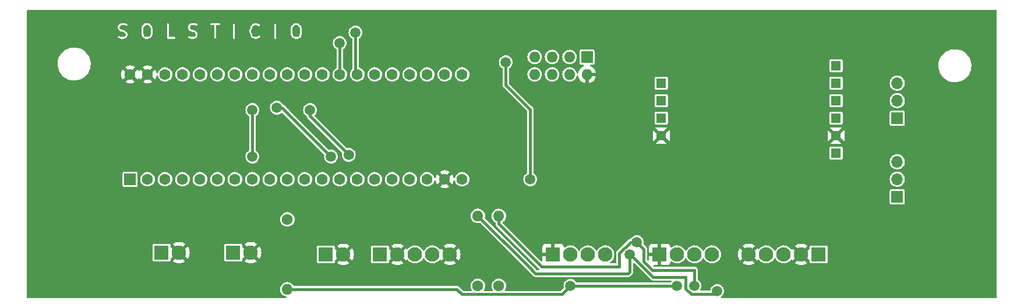
<source format=gbr>
G04 #@! TF.GenerationSoftware,KiCad,Pcbnew,7.0.2-6a45011f42~172~ubuntu22.04.1*
G04 #@! TF.CreationDate,2023-05-11T11:42:15-04:00*
G04 #@! TF.ProjectId,PCB_Design,5043425f-4465-4736-9967-6e2e6b696361,rev?*
G04 #@! TF.SameCoordinates,Original*
G04 #@! TF.FileFunction,Copper,L1,Top*
G04 #@! TF.FilePolarity,Positive*
%FSLAX46Y46*%
G04 Gerber Fmt 4.6, Leading zero omitted, Abs format (unit mm)*
G04 Created by KiCad (PCBNEW 7.0.2-6a45011f42~172~ubuntu22.04.1) date 2023-05-11 11:42:15*
%MOMM*%
%LPD*%
G01*
G04 APERTURE LIST*
%ADD10C,0.260000*%
G04 #@! TA.AperFunction,ComponentPad*
%ADD11R,1.700000X1.700000*%
G04 #@! TD*
G04 #@! TA.AperFunction,ComponentPad*
%ADD12O,1.700000X1.700000*%
G04 #@! TD*
G04 #@! TA.AperFunction,ComponentPad*
%ADD13R,1.727200X1.727200*%
G04 #@! TD*
G04 #@! TA.AperFunction,ComponentPad*
%ADD14O,1.600000X1.600000*%
G04 #@! TD*
G04 #@! TA.AperFunction,ComponentPad*
%ADD15C,1.600000*%
G04 #@! TD*
G04 #@! TA.AperFunction,ComponentPad*
%ADD16R,2.100000X2.100000*%
G04 #@! TD*
G04 #@! TA.AperFunction,ComponentPad*
%ADD17C,2.100000*%
G04 #@! TD*
G04 #@! TA.AperFunction,ComponentPad*
%ADD18R,1.408000X1.408000*%
G04 #@! TD*
G04 #@! TA.AperFunction,ViaPad*
%ADD19C,1.500000*%
G04 #@! TD*
G04 #@! TA.AperFunction,Conductor*
%ADD20C,0.457200*%
G04 #@! TD*
G04 #@! TA.AperFunction,Conductor*
%ADD21C,0.457000*%
G04 #@! TD*
G04 #@! TA.AperFunction,Conductor*
%ADD22C,0.762000*%
G04 #@! TD*
G04 APERTURE END LIST*
D10*
G36*
X86822136Y-66537317D02*
G01*
X86972234Y-66687415D01*
X87054857Y-67017905D01*
X87054857Y-67652566D01*
X86972233Y-67983060D01*
X86822135Y-68133159D01*
X86677977Y-68205238D01*
X86358403Y-68205238D01*
X86214246Y-68133160D01*
X86064147Y-67983060D01*
X85981524Y-67652568D01*
X85981524Y-67017908D01*
X86064147Y-66687414D01*
X86214244Y-66537317D01*
X86358404Y-66465238D01*
X86677978Y-66465238D01*
X86822136Y-66537317D01*
G37*
G36*
X108536426Y-66537317D02*
G01*
X108686524Y-66687415D01*
X108769147Y-67017906D01*
X108769147Y-67652566D01*
X108686523Y-67983060D01*
X108536425Y-68133159D01*
X108392267Y-68205238D01*
X108072693Y-68205238D01*
X107928536Y-68133160D01*
X107778437Y-67983060D01*
X107695814Y-67652568D01*
X107695814Y-67017909D01*
X107778437Y-66687414D01*
X107928534Y-66537317D01*
X108072694Y-66465238D01*
X108392268Y-66465238D01*
X108536426Y-66537317D01*
G37*
G36*
X110205814Y-69255714D02*
G01*
X81366286Y-69255714D01*
X81366286Y-66730733D01*
X82288247Y-66730733D01*
X82292952Y-66742077D01*
X82292951Y-66899672D01*
X82289606Y-66930663D01*
X82301487Y-66954425D01*
X82308972Y-66979916D01*
X82318253Y-66987958D01*
X82394625Y-67140703D01*
X82399275Y-67162075D01*
X82424599Y-67187399D01*
X82449002Y-67213633D01*
X82451462Y-67214262D01*
X82509980Y-67272780D01*
X82521149Y-67291585D01*
X82553187Y-67307604D01*
X82584628Y-67324772D01*
X82587160Y-67324590D01*
X82725055Y-67393539D01*
X82735343Y-67404480D01*
X82758531Y-67410276D01*
X82762483Y-67412253D01*
X82776588Y-67414791D01*
X83139483Y-67505514D01*
X83298326Y-67584936D01*
X83363729Y-67650339D01*
X83435809Y-67794498D01*
X83435809Y-67923596D01*
X83363730Y-68067753D01*
X83298325Y-68133159D01*
X83154167Y-68205238D01*
X82729762Y-68205238D01*
X82446330Y-68110761D01*
X82389505Y-68108705D01*
X82323831Y-68147631D01*
X82289628Y-68215884D01*
X82297754Y-68291793D01*
X82345630Y-68351258D01*
X82652093Y-68453412D01*
X82670495Y-68465238D01*
X82706321Y-68465238D01*
X82742113Y-68466533D01*
X82744298Y-68465238D01*
X83177863Y-68465238D01*
X83208854Y-68468584D01*
X83232616Y-68456702D01*
X83258107Y-68449218D01*
X83266149Y-68439936D01*
X83418894Y-68363564D01*
X83440267Y-68358915D01*
X83465597Y-68333584D01*
X83491824Y-68309188D01*
X83492453Y-68306727D01*
X83550969Y-68248209D01*
X83569776Y-68237040D01*
X83585800Y-68204990D01*
X83602963Y-68173560D01*
X83602781Y-68171028D01*
X83678958Y-68018676D01*
X83695809Y-67992456D01*
X83695809Y-67965889D01*
X83700514Y-67939741D01*
X83695809Y-67928396D01*
X83695809Y-67770807D01*
X83699155Y-67739813D01*
X83687274Y-67716051D01*
X83679789Y-67690559D01*
X83670506Y-67682515D01*
X83660783Y-67663069D01*
X85716148Y-67663069D01*
X85721524Y-67684573D01*
X85721524Y-67687262D01*
X85726048Y-67702671D01*
X85820155Y-68079100D01*
X85827847Y-68114456D01*
X85843063Y-68129672D01*
X85853951Y-68148230D01*
X85869500Y-68156109D01*
X86033789Y-68320399D01*
X86044959Y-68339205D01*
X86077006Y-68355228D01*
X86108437Y-68372391D01*
X86110968Y-68372209D01*
X86263322Y-68448387D01*
X86289543Y-68465238D01*
X86316110Y-68465238D01*
X86342258Y-68469943D01*
X86353602Y-68465238D01*
X86701673Y-68465238D01*
X86732664Y-68468584D01*
X86756426Y-68456702D01*
X86781917Y-68449218D01*
X86789959Y-68439936D01*
X86942704Y-68363564D01*
X86964076Y-68358915D01*
X86968471Y-68354520D01*
X89431701Y-68354520D01*
X89443695Y-68380783D01*
X89451830Y-68408488D01*
X89459305Y-68414965D01*
X89463415Y-68423964D01*
X89487705Y-68439574D01*
X89509526Y-68458482D01*
X89519316Y-68459889D01*
X89527639Y-68465238D01*
X89556514Y-68465238D01*
X89585092Y-68469347D01*
X89594089Y-68465238D01*
X90536882Y-68465238D01*
X90591441Y-68449218D01*
X90641435Y-68391522D01*
X90652300Y-68315956D01*
X90620586Y-68246512D01*
X90556362Y-68205238D01*
X89695810Y-68205238D01*
X89695810Y-66730733D01*
X92478725Y-66730733D01*
X92483430Y-66742077D01*
X92483430Y-66899672D01*
X92480084Y-66930663D01*
X92491965Y-66954425D01*
X92499450Y-66979916D01*
X92508731Y-66987958D01*
X92585103Y-67140703D01*
X92589753Y-67162075D01*
X92615077Y-67187399D01*
X92639480Y-67213633D01*
X92641940Y-67214262D01*
X92700458Y-67272780D01*
X92711627Y-67291585D01*
X92743665Y-67307604D01*
X92775106Y-67324772D01*
X92777638Y-67324590D01*
X92915533Y-67393539D01*
X92925821Y-67404480D01*
X92949009Y-67410276D01*
X92952961Y-67412253D01*
X92967066Y-67414791D01*
X93329961Y-67505514D01*
X93488804Y-67584936D01*
X93554207Y-67650339D01*
X93626287Y-67794498D01*
X93626287Y-67923596D01*
X93554208Y-68067753D01*
X93488803Y-68133159D01*
X93344645Y-68205238D01*
X92920240Y-68205238D01*
X92636808Y-68110761D01*
X92579983Y-68108705D01*
X92514309Y-68147631D01*
X92480106Y-68215884D01*
X92488232Y-68291793D01*
X92536108Y-68351258D01*
X92842571Y-68453412D01*
X92860973Y-68465238D01*
X92896799Y-68465238D01*
X92932591Y-68466533D01*
X92934776Y-68465238D01*
X93368341Y-68465238D01*
X93399332Y-68468584D01*
X93423094Y-68456702D01*
X93448585Y-68449218D01*
X93456627Y-68439936D01*
X93609372Y-68363564D01*
X93630745Y-68358915D01*
X93656075Y-68333584D01*
X93682302Y-68309188D01*
X93682931Y-68306727D01*
X93741447Y-68248209D01*
X93760254Y-68237040D01*
X93776278Y-68204990D01*
X93793441Y-68173560D01*
X93793259Y-68171028D01*
X93869436Y-68018676D01*
X93886287Y-67992456D01*
X93886287Y-67965889D01*
X93890992Y-67939741D01*
X93886287Y-67928396D01*
X93886287Y-67770807D01*
X93889633Y-67739813D01*
X93877752Y-67716051D01*
X93870267Y-67690559D01*
X93860984Y-67682515D01*
X93784613Y-67529771D01*
X93779964Y-67508400D01*
X93754636Y-67483072D01*
X93730237Y-67456843D01*
X93727777Y-67456214D01*
X93669260Y-67397697D01*
X93658090Y-67378890D01*
X93626041Y-67362865D01*
X93594611Y-67345703D01*
X93592078Y-67345884D01*
X93454183Y-67276937D01*
X93443896Y-67265996D01*
X93420706Y-67260198D01*
X93416755Y-67258223D01*
X93402652Y-67255685D01*
X93039755Y-67164961D01*
X92880912Y-67085538D01*
X92815509Y-67020136D01*
X92743430Y-66875976D01*
X92743430Y-66746879D01*
X92815509Y-66602720D01*
X92880912Y-66537317D01*
X93025072Y-66465238D01*
X93449477Y-66465238D01*
X93732909Y-66559715D01*
X93789734Y-66561771D01*
X93855408Y-66522845D01*
X93889611Y-66454592D01*
X93881485Y-66378683D01*
X93862031Y-66354520D01*
X95717417Y-66354520D01*
X95749131Y-66423964D01*
X95813355Y-66465238D01*
X96292954Y-66465238D01*
X96292954Y-68353929D01*
X96308974Y-68408488D01*
X96366670Y-68458482D01*
X96442236Y-68469347D01*
X96511680Y-68437633D01*
X96552954Y-68373409D01*
X96552954Y-68353929D01*
X99054860Y-68353929D01*
X99070880Y-68408488D01*
X99128576Y-68458482D01*
X99204142Y-68469347D01*
X99273586Y-68437633D01*
X99314860Y-68373409D01*
X99314860Y-67472593D01*
X101430437Y-67472593D01*
X101435813Y-67494096D01*
X101435813Y-67496786D01*
X101440337Y-67512195D01*
X101529317Y-67868113D01*
X101527705Y-67883044D01*
X101538394Y-67904423D01*
X101539466Y-67908709D01*
X101546717Y-67921068D01*
X101632725Y-68093084D01*
X101637374Y-68114456D01*
X101662700Y-68139782D01*
X101687101Y-68166014D01*
X101689560Y-68166642D01*
X101849894Y-68326976D01*
X101869443Y-68351258D01*
X101894647Y-68359659D01*
X101917964Y-68372391D01*
X101930214Y-68371514D01*
X102175907Y-68453412D01*
X102194309Y-68465238D01*
X102230135Y-68465238D01*
X102265928Y-68466533D01*
X102268113Y-68465238D01*
X102406656Y-68465238D01*
X102427853Y-68470638D01*
X102461843Y-68459307D01*
X102496206Y-68449218D01*
X102497868Y-68447299D01*
X102743137Y-68365542D01*
X102773604Y-68358915D01*
X102778590Y-68353929D01*
X105054861Y-68353929D01*
X105070881Y-68408488D01*
X105128577Y-68458482D01*
X105204143Y-68469347D01*
X105273587Y-68437633D01*
X105314861Y-68373409D01*
X105314861Y-67663069D01*
X107430438Y-67663069D01*
X107435814Y-67684573D01*
X107435814Y-67687262D01*
X107440338Y-67702671D01*
X107534445Y-68079100D01*
X107542137Y-68114456D01*
X107557353Y-68129672D01*
X107568241Y-68148230D01*
X107583790Y-68156109D01*
X107748079Y-68320399D01*
X107759249Y-68339205D01*
X107791296Y-68355228D01*
X107822727Y-68372391D01*
X107825258Y-68372209D01*
X107977612Y-68448387D01*
X108003833Y-68465238D01*
X108030400Y-68465238D01*
X108056548Y-68469943D01*
X108067892Y-68465238D01*
X108415963Y-68465238D01*
X108446954Y-68468584D01*
X108470716Y-68456702D01*
X108496207Y-68449218D01*
X108504249Y-68439936D01*
X108656994Y-68363564D01*
X108678366Y-68358915D01*
X108703687Y-68333593D01*
X108729924Y-68309188D01*
X108730553Y-68306727D01*
X108894410Y-68142868D01*
X108920770Y-68118084D01*
X108925989Y-68097205D01*
X108936300Y-68078323D01*
X108935056Y-68060937D01*
X109020077Y-67720854D01*
X109029147Y-67706742D01*
X109029147Y-67684575D01*
X109029799Y-67681968D01*
X109029147Y-67665931D01*
X109029147Y-67023296D01*
X109034523Y-67007405D01*
X109029147Y-66985901D01*
X109029147Y-66983213D01*
X109024624Y-66967809D01*
X108930513Y-66591366D01*
X108922824Y-66556019D01*
X108907607Y-66540803D01*
X108896720Y-66522245D01*
X108881170Y-66514365D01*
X108716882Y-66350078D01*
X108705712Y-66331271D01*
X108673663Y-66315246D01*
X108642233Y-66298084D01*
X108639700Y-66298265D01*
X108487354Y-66222092D01*
X108461128Y-66205238D01*
X108434559Y-66205238D01*
X108408414Y-66200533D01*
X108397070Y-66205238D01*
X108049002Y-66205238D01*
X108018008Y-66201892D01*
X107994246Y-66213772D01*
X107968754Y-66221258D01*
X107960710Y-66230540D01*
X107807966Y-66306911D01*
X107786595Y-66311561D01*
X107761266Y-66336889D01*
X107735038Y-66361288D01*
X107734409Y-66363747D01*
X107570559Y-66527597D01*
X107544191Y-66552391D01*
X107538971Y-66573267D01*
X107528660Y-66592152D01*
X107529903Y-66609539D01*
X107444883Y-66949620D01*
X107435814Y-66963733D01*
X107435814Y-66985898D01*
X107435162Y-66988507D01*
X107435813Y-67004550D01*
X107435814Y-67647177D01*
X107430438Y-67663069D01*
X105314861Y-67663069D01*
X105314861Y-66316547D01*
X105298841Y-66261988D01*
X105241145Y-66211994D01*
X105165579Y-66201129D01*
X105096135Y-66232843D01*
X105054861Y-66297067D01*
X105054861Y-68353929D01*
X102778590Y-68353929D01*
X102792392Y-68340126D01*
X102814205Y-68324967D01*
X102818899Y-68313618D01*
X102909049Y-68223467D01*
X102936300Y-68173560D01*
X102930854Y-68097412D01*
X102885103Y-68036296D01*
X102813573Y-68009618D01*
X102738975Y-68025846D01*
X102638445Y-68126375D01*
X102401861Y-68205238D01*
X102253576Y-68205238D01*
X102016989Y-68126376D01*
X101863129Y-67972515D01*
X101783707Y-67813670D01*
X101695813Y-67462092D01*
X101695813Y-67208385D01*
X101783708Y-66856801D01*
X101863130Y-66697958D01*
X102016988Y-66544100D01*
X102253575Y-66465238D01*
X102401860Y-66465238D01*
X102638445Y-66544099D01*
X102725201Y-66630855D01*
X102775108Y-66658106D01*
X102851256Y-66652660D01*
X102912372Y-66606909D01*
X102939051Y-66535380D01*
X102922823Y-66460781D01*
X102805544Y-66343503D01*
X102785992Y-66319218D01*
X102760786Y-66310816D01*
X102737470Y-66298084D01*
X102725218Y-66298960D01*
X102479528Y-66217063D01*
X102461127Y-66205238D01*
X102425301Y-66205238D01*
X102389509Y-66203943D01*
X102387324Y-66205238D01*
X102248780Y-66205238D01*
X102227583Y-66199838D01*
X102193591Y-66211168D01*
X102159230Y-66221258D01*
X102157567Y-66223176D01*
X101912296Y-66304933D01*
X101881832Y-66311561D01*
X101863044Y-66330348D01*
X101841230Y-66345509D01*
X101836535Y-66356858D01*
X101675891Y-66517502D01*
X101657084Y-66528673D01*
X101641059Y-66560721D01*
X101623897Y-66592152D01*
X101624078Y-66594684D01*
X101555131Y-66732579D01*
X101544190Y-66742867D01*
X101538392Y-66766056D01*
X101536417Y-66770008D01*
X101533879Y-66784110D01*
X101444882Y-67140096D01*
X101435813Y-67154209D01*
X101435813Y-67176375D01*
X101435161Y-67178983D01*
X101435813Y-67195026D01*
X101435813Y-67456701D01*
X101430437Y-67472593D01*
X99314860Y-67472593D01*
X99314860Y-66316547D01*
X99298840Y-66261988D01*
X99241144Y-66211994D01*
X99165578Y-66201129D01*
X99096134Y-66232843D01*
X99054860Y-66297067D01*
X99054860Y-68353929D01*
X96552954Y-68353929D01*
X96552954Y-66465238D01*
X97013074Y-66465238D01*
X97067633Y-66449218D01*
X97117627Y-66391522D01*
X97128492Y-66315956D01*
X97096778Y-66246512D01*
X97032554Y-66205238D01*
X96432250Y-66205238D01*
X96403672Y-66201129D01*
X96394675Y-66205238D01*
X95832835Y-66205238D01*
X95778276Y-66221258D01*
X95728282Y-66278954D01*
X95717417Y-66354520D01*
X93862031Y-66354520D01*
X93833609Y-66319218D01*
X93527145Y-66217063D01*
X93508744Y-66205238D01*
X93472918Y-66205238D01*
X93437126Y-66203943D01*
X93434941Y-66205238D01*
X93001380Y-66205238D01*
X92970386Y-66201892D01*
X92946624Y-66213772D01*
X92921132Y-66221258D01*
X92913088Y-66230540D01*
X92760344Y-66306911D01*
X92738973Y-66311561D01*
X92713645Y-66336888D01*
X92687416Y-66361288D01*
X92686787Y-66363747D01*
X92628270Y-66422264D01*
X92609463Y-66433435D01*
X92593438Y-66465483D01*
X92576276Y-66496914D01*
X92576457Y-66499446D01*
X92500284Y-66651792D01*
X92483430Y-66678019D01*
X92483430Y-66704588D01*
X92478725Y-66730733D01*
X89695810Y-66730733D01*
X89695810Y-66316547D01*
X89679790Y-66261988D01*
X89622094Y-66211994D01*
X89546528Y-66201129D01*
X89477084Y-66232843D01*
X89435810Y-66297067D01*
X89435810Y-68325941D01*
X89431701Y-68354520D01*
X86968471Y-68354520D01*
X86989397Y-68333593D01*
X87015634Y-68309188D01*
X87016263Y-68306727D01*
X87180120Y-68142868D01*
X87206480Y-68118084D01*
X87211699Y-68097205D01*
X87222010Y-68078323D01*
X87220766Y-68060937D01*
X87305787Y-67720854D01*
X87314857Y-67706742D01*
X87314857Y-67684576D01*
X87315509Y-67681968D01*
X87314857Y-67665931D01*
X87314857Y-67023296D01*
X87320233Y-67007405D01*
X87314857Y-66985901D01*
X87314857Y-66983213D01*
X87310334Y-66967809D01*
X87216223Y-66591366D01*
X87208534Y-66556019D01*
X87193317Y-66540803D01*
X87182430Y-66522245D01*
X87166880Y-66514365D01*
X87002592Y-66350078D01*
X86991422Y-66331271D01*
X86959373Y-66315246D01*
X86927943Y-66298084D01*
X86925410Y-66298265D01*
X86773064Y-66222092D01*
X86746838Y-66205238D01*
X86720269Y-66205238D01*
X86694124Y-66200533D01*
X86682780Y-66205238D01*
X86334712Y-66205238D01*
X86303718Y-66201892D01*
X86279956Y-66213772D01*
X86254464Y-66221258D01*
X86246420Y-66230540D01*
X86093676Y-66306911D01*
X86072305Y-66311561D01*
X86046976Y-66336889D01*
X86020748Y-66361288D01*
X86020119Y-66363747D01*
X85856269Y-66527597D01*
X85829901Y-66552391D01*
X85824681Y-66573267D01*
X85814370Y-66592152D01*
X85815613Y-66609539D01*
X85730593Y-66949620D01*
X85721524Y-66963733D01*
X85721524Y-66985898D01*
X85720872Y-66988507D01*
X85721524Y-67004550D01*
X85721524Y-67647177D01*
X85716148Y-67663069D01*
X83660783Y-67663069D01*
X83594135Y-67529771D01*
X83589486Y-67508400D01*
X83564158Y-67483072D01*
X83539759Y-67456843D01*
X83537299Y-67456214D01*
X83478782Y-67397697D01*
X83467612Y-67378890D01*
X83435563Y-67362865D01*
X83404133Y-67345703D01*
X83401600Y-67345884D01*
X83263705Y-67276937D01*
X83253418Y-67265996D01*
X83230228Y-67260198D01*
X83226277Y-67258223D01*
X83212174Y-67255685D01*
X82849277Y-67164961D01*
X82690434Y-67085538D01*
X82625031Y-67020136D01*
X82552952Y-66875976D01*
X82552952Y-66746879D01*
X82625031Y-66602720D01*
X82690434Y-66537317D01*
X82834594Y-66465238D01*
X83258999Y-66465238D01*
X83542431Y-66559715D01*
X83599256Y-66561771D01*
X83664930Y-66522845D01*
X83699133Y-66454592D01*
X83691007Y-66378683D01*
X83643131Y-66319218D01*
X83336667Y-66217063D01*
X83318266Y-66205238D01*
X83282440Y-66205238D01*
X83246648Y-66203943D01*
X83244463Y-66205238D01*
X82810902Y-66205238D01*
X82779908Y-66201892D01*
X82756146Y-66213772D01*
X82730654Y-66221258D01*
X82722610Y-66230540D01*
X82569866Y-66306911D01*
X82548495Y-66311561D01*
X82523167Y-66336888D01*
X82496938Y-66361288D01*
X82496309Y-66363747D01*
X82437792Y-66422264D01*
X82418985Y-66433435D01*
X82402960Y-66465483D01*
X82385798Y-66496914D01*
X82385979Y-66499446D01*
X82309806Y-66651792D01*
X82292952Y-66678019D01*
X82292952Y-66704588D01*
X82288247Y-66730733D01*
X81366286Y-66730733D01*
X81366286Y-65254286D01*
X110205814Y-65254286D01*
X110205814Y-69255714D01*
G37*
D11*
G04 #@! TO.P,JP1,1,A*
G04 #@! TO.N,A-*
X195580000Y-91440000D03*
D12*
G04 #@! TO.P,JP1,2,C*
G04 #@! TO.N,DO-_LC*
X195580000Y-88900000D03*
G04 #@! TO.P,JP1,3,B*
G04 #@! TO.N,B-*
X195580000Y-86360000D03*
G04 #@! TD*
D13*
G04 #@! TO.P,U1,1,UTXD*
G04 #@! TO.N,USART2_TX*
X150495000Y-71120000D03*
D14*
G04 #@! TO.P,U1,2,GND*
G04 #@! TO.N,GND*
X150495000Y-73660000D03*
G04 #@! TO.P,U1,3,CH_PD*
G04 #@! TO.N,unconnected-(U1-CH_PD-Pad3)*
X147955000Y-71120000D03*
G04 #@! TO.P,U1,4,GPIO2*
G04 #@! TO.N,unconnected-(U1-GPIO2-Pad4)*
X147955000Y-73660000D03*
G04 #@! TO.P,U1,5,RST*
G04 #@! TO.N,unconnected-(U1-RST-Pad5)*
X145415000Y-71120000D03*
G04 #@! TO.P,U1,6,GPIO0*
G04 #@! TO.N,unconnected-(U1-GPIO0-Pad6)*
X145415000Y-73660000D03*
G04 #@! TO.P,U1,7,VCC*
G04 #@! TO.N,+3.3V*
X142875000Y-71120000D03*
G04 #@! TO.P,U1,8,URXD*
G04 #@! TO.N,USART2_RX*
X142875000Y-73660000D03*
G04 #@! TD*
D11*
G04 #@! TO.P,U3,1,PB12*
G04 #@! TO.N,unconnected-(U3-PB12-Pad1)*
X84074000Y-88900000D03*
D15*
G04 #@! TO.P,U3,2,PB13*
G04 #@! TO.N,unconnected-(U3-PB13-Pad2)*
X86614000Y-88900000D03*
G04 #@! TO.P,U3,3,PB14*
G04 #@! TO.N,unconnected-(U3-PB14-Pad3)*
X89154000Y-88900000D03*
G04 #@! TO.P,U3,4,PB15*
G04 #@! TO.N,unconnected-(U3-PB15-Pad4)*
X91694000Y-88900000D03*
G04 #@! TO.P,U3,5,PA8*
G04 #@! TO.N,unconnected-(U3-PA8-Pad5)*
X94234000Y-88900000D03*
G04 #@! TO.P,U3,6,PA9*
G04 #@! TO.N,USART1_TX*
X96774000Y-88900000D03*
G04 #@! TO.P,U3,7,PA10*
G04 #@! TO.N,unconnected-(U3-PA10-Pad7)*
X99314000Y-88900000D03*
G04 #@! TO.P,U3,8,PA11*
G04 #@! TO.N,unconnected-(U3-PA11-Pad8)*
X101854000Y-88900000D03*
G04 #@! TO.P,U3,9,PA12*
G04 #@! TO.N,unconnected-(U3-PA12-Pad9)*
X104394000Y-88900000D03*
G04 #@! TO.P,U3,10,PA15*
G04 #@! TO.N,unconnected-(U3-PA15-Pad10)*
X106934000Y-88900000D03*
G04 #@! TO.P,U3,11,PB3*
G04 #@! TO.N,unconnected-(U3-PB3-Pad11)*
X109474000Y-88900000D03*
G04 #@! TO.P,U3,12,PB4*
G04 #@! TO.N,unconnected-(U3-PB4-Pad12)*
X112014000Y-88900000D03*
G04 #@! TO.P,U3,13,PB5*
G04 #@! TO.N,unconnected-(U3-PB5-Pad13)*
X114554000Y-88900000D03*
G04 #@! TO.P,U3,14,PB6*
G04 #@! TO.N,SCL1*
X117094000Y-88900000D03*
G04 #@! TO.P,U3,15,PB7*
G04 #@! TO.N,SDA1*
X119634000Y-88900000D03*
G04 #@! TO.P,U3,16,PB8*
G04 #@! TO.N,unconnected-(U3-PB8-Pad16)*
X122174000Y-88900000D03*
G04 #@! TO.P,U3,17,PB9*
G04 #@! TO.N,unconnected-(U3-PB9-Pad17)*
X124714000Y-88900000D03*
G04 #@! TO.P,U3,18,5V*
G04 #@! TO.N,+5V*
X127254000Y-88900000D03*
G04 #@! TO.P,U3,19,GND*
G04 #@! TO.N,GND*
X129794000Y-88900000D03*
G04 #@! TO.P,U3,20,3V3*
G04 #@! TO.N,+3.3V*
X132334000Y-88900000D03*
G04 #@! TO.P,U3,21,VBat*
G04 #@! TO.N,unconnected-(U3-VBat-Pad21)*
X132334000Y-73660000D03*
G04 #@! TO.P,U3,22,PC13*
G04 #@! TO.N,unconnected-(U3-PC13-Pad22)*
X129794000Y-73660000D03*
G04 #@! TO.P,U3,23,PC14*
G04 #@! TO.N,unconnected-(U3-PC14-Pad23)*
X127254000Y-73660000D03*
G04 #@! TO.P,U3,24,PC15*
G04 #@! TO.N,unconnected-(U3-PC15-Pad24)*
X124714000Y-73660000D03*
G04 #@! TO.P,U3,25,PA0*
G04 #@! TO.N,unconnected-(U3-PA0-Pad25)*
X122174000Y-73660000D03*
G04 #@! TO.P,U3,26,PA1*
G04 #@! TO.N,unconnected-(U3-PA1-Pad26)*
X119634000Y-73660000D03*
G04 #@! TO.P,U3,27,PA2*
G04 #@! TO.N,USART2_TX*
X117094000Y-73660000D03*
G04 #@! TO.P,U3,28,PA3*
G04 #@! TO.N,USART2_RX*
X114554000Y-73660000D03*
G04 #@! TO.P,U3,29,PA4*
G04 #@! TO.N,unconnected-(U3-PA4-Pad29)*
X112014000Y-73660000D03*
G04 #@! TO.P,U3,30,PA5*
G04 #@! TO.N,unconnected-(U3-PA5-Pad30)*
X109474000Y-73660000D03*
G04 #@! TO.P,U3,31,PA6*
G04 #@! TO.N,CH1_EC*
X106934000Y-73660000D03*
G04 #@! TO.P,U3,32,PA7*
G04 #@! TO.N,CH2-_EC*
X104394000Y-73660000D03*
G04 #@! TO.P,U3,33,PB0*
G04 #@! TO.N,DO_LS*
X101854000Y-73660000D03*
G04 #@! TO.P,U3,34,PB1*
G04 #@! TO.N,unconnected-(U3-PB1-Pad34)*
X99314000Y-73660000D03*
G04 #@! TO.P,U3,35,PB10*
G04 #@! TO.N,USART3_TX*
X96774000Y-73660000D03*
G04 #@! TO.P,U3,36,PB11*
G04 #@! TO.N,USART3_RX*
X94234000Y-73660000D03*
G04 #@! TO.P,U3,37,RST*
G04 #@! TO.N,unconnected-(U3-RST-Pad37)*
X91694000Y-73660000D03*
G04 #@! TO.P,U3,38,3V3*
G04 #@! TO.N,+3.3V*
X89154000Y-73660000D03*
G04 #@! TO.P,U3,39,GND*
G04 #@! TO.N,GND*
X86614000Y-73660000D03*
G04 #@! TO.P,U3,40,GND*
X84074000Y-73660000D03*
G04 #@! TD*
D14*
G04 #@! TO.P,R2,2*
G04 #@! TO.N,SCL1*
X134620000Y-94234000D03*
D15*
G04 #@! TO.P,R2,1*
G04 #@! TO.N,+3.3V*
X134620000Y-104394000D03*
G04 #@! TD*
D16*
G04 #@! TO.P,J2,1,Pin_1*
G04 #@! TO.N,DO_LS*
X112522000Y-99822000D03*
D17*
G04 #@! TO.P,J2,2,Pin_2*
G04 #@! TO.N,GND*
X115062000Y-99822000D03*
G04 #@! TD*
D11*
G04 #@! TO.P,JP2,1,A*
G04 #@! TO.N,A+*
X195580000Y-80010000D03*
D12*
G04 #@! TO.P,JP2,2,C*
G04 #@! TO.N,DO+_LC*
X195580000Y-77470000D03*
G04 #@! TO.P,JP2,3,B*
G04 #@! TO.N,B+*
X195580000Y-74930000D03*
G04 #@! TD*
D16*
G04 #@! TO.P,J5,1,Pin_1*
G04 #@! TO.N,GND*
X161036000Y-99822000D03*
D17*
G04 #@! TO.P,J5,2,Pin_2*
G04 #@! TO.N,+5V*
X163576000Y-99822000D03*
G04 #@! TO.P,J5,3,Pin_3*
G04 #@! TO.N,SDA1*
X166116000Y-99822000D03*
G04 #@! TO.P,J5,4,Pin_4*
G04 #@! TO.N,SCL1*
X168656000Y-99822000D03*
G04 #@! TD*
D16*
G04 #@! TO.P,J6,1,Pin_1*
G04 #@! TO.N,GND*
X145537000Y-99822000D03*
D17*
G04 #@! TO.P,J6,2,Pin_2*
G04 #@! TO.N,+5V*
X148077000Y-99822000D03*
G04 #@! TO.P,J6,3,Pin_3*
G04 #@! TO.N,SDA1*
X150617000Y-99822000D03*
G04 #@! TO.P,J6,4,Pin_4*
G04 #@! TO.N,SCL1*
X153157000Y-99822000D03*
G04 #@! TD*
D16*
G04 #@! TO.P,J1,1,Pin_1*
G04 #@! TO.N,+5V*
X88646000Y-99568000D03*
D17*
G04 #@! TO.P,J1,2,Pin_2*
G04 #@! TO.N,GND*
X91186000Y-99568000D03*
G04 #@! TD*
D18*
G04 #@! TO.P,U4,VCC,VCC*
G04 #@! TO.N,+5V*
X161290000Y-74930000D03*
G04 #@! TO.P,U4,SCK,SCK*
G04 #@! TO.N,USART3_TX*
X161290000Y-77470000D03*
G04 #@! TO.P,U4,GND,GND*
G04 #@! TO.N,GND*
X161290000Y-82550000D03*
G04 #@! TO.P,U4,E-,E-*
X186690000Y-82550000D03*
G04 #@! TO.P,U4,E+,E+*
G04 #@! TO.N,V+_LC*
X186690000Y-85090000D03*
G04 #@! TO.P,U4,DT,DT*
G04 #@! TO.N,USART3_RX*
X161290000Y-80010000D03*
G04 #@! TO.P,U4,B-,B-*
G04 #@! TO.N,B-*
X186690000Y-74930000D03*
G04 #@! TO.P,U4,B+,B+*
G04 #@! TO.N,B+*
X186690000Y-72390000D03*
G04 #@! TO.P,U4,A-,A-*
G04 #@! TO.N,A-*
X186690000Y-80010000D03*
G04 #@! TO.P,U4,A+,A+*
G04 #@! TO.N,A+*
X186690000Y-77470000D03*
G04 #@! TD*
D16*
G04 #@! TO.P,J3,1,Pin_1*
G04 #@! TO.N,+5V*
X120396000Y-99822000D03*
D17*
G04 #@! TO.P,J3,2,Pin_2*
G04 #@! TO.N,GND*
X122936000Y-99822000D03*
G04 #@! TO.P,J3,3,Pin_3*
G04 #@! TO.N,CH2-_EC*
X125476000Y-99822000D03*
G04 #@! TO.P,J3,4,Pin_4*
G04 #@! TO.N,CH1_EC*
X128016000Y-99822000D03*
G04 #@! TO.P,J3,5,Pin_5*
G04 #@! TO.N,GND*
X130556000Y-99822000D03*
G04 #@! TD*
D14*
G04 #@! TO.P,R1,2*
G04 #@! TO.N,SDA1*
X137668000Y-94234000D03*
D15*
G04 #@! TO.P,R1,1*
G04 #@! TO.N,+3.3V*
X137668000Y-104394000D03*
G04 #@! TD*
D16*
G04 #@! TO.P,J4,1,Pin_1*
G04 #@! TO.N,USART1_TX*
X99060000Y-99568000D03*
D17*
G04 #@! TO.P,J4,2,Pin_2*
G04 #@! TO.N,GND*
X101600000Y-99568000D03*
G04 #@! TD*
D16*
G04 #@! TO.P,J7,1,Pin_1*
G04 #@! TO.N,V+_LC*
X184150000Y-99822000D03*
D17*
G04 #@! TO.P,J7,2,Pin_2*
G04 #@! TO.N,GND*
X181610000Y-99822000D03*
G04 #@! TO.P,J7,3,Pin_3*
G04 #@! TO.N,DO-_LC*
X179070000Y-99822000D03*
G04 #@! TO.P,J7,4,Pin_4*
G04 #@! TO.N,DO+_LC*
X176530000Y-99822000D03*
G04 #@! TO.P,J7,5,Pin_5*
G04 #@! TO.N,GND*
X173990000Y-99822000D03*
G04 #@! TD*
D15*
G04 #@! TO.P,R5,1*
G04 #@! TO.N,DO_LS*
X106934000Y-94742000D03*
D14*
G04 #@! TO.P,R5,2*
G04 #@! TO.N,+5V*
X106934000Y-104902000D03*
G04 #@! TD*
D19*
G04 #@! TO.N,CH1_EC*
X110236000Y-78831900D03*
G04 #@! TO.N,DO_LS*
X101854000Y-78831900D03*
G04 #@! TO.N,SDA1*
X166116000Y-104394000D03*
X157734000Y-98044000D03*
G04 #@! TO.N,SCL1*
X156718000Y-99822000D03*
G04 #@! TO.N,+5V*
X163576000Y-104394000D03*
X148082000Y-104394000D03*
G04 #@! TO.N,DO_LS*
X101854000Y-85598000D03*
G04 #@! TO.N,CH1_EC*
X115865400Y-85344000D03*
G04 #@! TO.N,CH2-_EC*
X113284000Y-85598000D03*
X105410000Y-78486000D03*
G04 #@! TO.N,SCL1*
X169418000Y-105156000D03*
G04 #@! TO.N,USART2_TX*
X116840000Y-67564000D03*
G04 #@! TO.N,USART2_RX*
X114554000Y-69088000D03*
G04 #@! TO.N,+3.3V*
X142240000Y-88900000D03*
X138684000Y-71882000D03*
G04 #@! TO.N,GND*
X173736000Y-92456000D03*
X178816000Y-92456000D03*
G04 #@! TD*
D20*
G04 #@! TO.N,CH1_EC*
X110236000Y-79714600D02*
X115865400Y-85344000D01*
X110236000Y-78831900D02*
X110236000Y-79714600D01*
G04 #@! TO.N,DO_LS*
X101854000Y-78831900D02*
X101854000Y-85598000D01*
G04 #@! TO.N,+5V*
X106934000Y-104902000D02*
X131572000Y-104902000D01*
X131572000Y-104902000D02*
X132292600Y-105622600D01*
X132292600Y-105622600D02*
X146853400Y-105622600D01*
X146853400Y-105622600D02*
X148082000Y-104394000D01*
X148082000Y-104394000D02*
X163576000Y-104394000D01*
G04 #@! TO.N,SCL1*
X169418000Y-105156000D02*
X169001400Y-105572600D01*
X169001400Y-105572600D02*
X165627807Y-105572600D01*
X160106578Y-103124000D02*
X156804578Y-99822000D01*
X165627807Y-105572600D02*
X164846000Y-104790793D01*
X156804578Y-99822000D02*
X156718000Y-99822000D01*
X164846000Y-104790793D02*
X164846000Y-103124000D01*
X164846000Y-103124000D02*
X160106578Y-103124000D01*
G04 #@! TO.N,SDA1*
X166116000Y-104394000D02*
X166116000Y-102108000D01*
X166116000Y-102108000D02*
X160020000Y-102108000D01*
X160020000Y-102108000D02*
X158750000Y-100838000D01*
X158750000Y-100838000D02*
X158750000Y-99060000D01*
X158750000Y-99060000D02*
X157734000Y-98044000D01*
X156829207Y-98044000D02*
X155194000Y-99679207D01*
X155194000Y-99679207D02*
X155194000Y-101600000D01*
X157734000Y-98044000D02*
X156829207Y-98044000D01*
X155194000Y-101600000D02*
X143902630Y-101600000D01*
X143902630Y-101600000D02*
X143325315Y-101022685D01*
X143325315Y-101022685D02*
X137668000Y-95365370D01*
G04 #@! TO.N,SCL1*
X156718000Y-102362000D02*
X156464000Y-102616000D01*
X156718000Y-99822000D02*
X156718000Y-102362000D01*
X142827885Y-102441885D02*
X142113000Y-101727000D01*
X156464000Y-102616000D02*
X143002000Y-102616000D01*
X142113000Y-101727000D02*
X134620000Y-94234000D01*
X143002000Y-102616000D02*
X142113000Y-101727000D01*
G04 #@! TO.N,CH2-_EC*
X106172000Y-78486000D02*
X113284000Y-85598000D01*
X105410000Y-78486000D02*
X106172000Y-78486000D01*
G04 #@! TO.N,SDA1*
X137668000Y-95365370D02*
X137668000Y-94234000D01*
G04 #@! TO.N,USART2_TX*
X116840000Y-67564000D02*
X116840000Y-73406000D01*
X116840000Y-73406000D02*
X117094000Y-73660000D01*
D21*
G04 #@! TO.N,USART2_RX*
X114554000Y-73660000D02*
X114554000Y-69088000D01*
D20*
G04 #@! TO.N,+3.3V*
X142240000Y-88900000D02*
X142240000Y-78740000D01*
X138684000Y-75184000D02*
X138684000Y-71882000D01*
X142240000Y-78740000D02*
X138684000Y-75184000D01*
D22*
G04 #@! TO.N,GND*
X173736000Y-92456000D02*
X178816000Y-92456000D01*
G04 #@! TD*
G04 #@! TA.AperFunction,Conductor*
G04 #@! TO.N,GND*
G36*
X210000539Y-64282185D02*
G01*
X210046294Y-64334989D01*
X210057500Y-64386500D01*
X210057500Y-106047500D01*
X210037815Y-106114539D01*
X209985011Y-106160294D01*
X209933500Y-106171500D01*
X170104263Y-106171500D01*
X170037224Y-106151815D01*
X169991469Y-106099011D01*
X169981525Y-106029853D01*
X170010550Y-105966297D01*
X170025598Y-105951647D01*
X170040314Y-105939570D01*
X170128883Y-105866883D01*
X170253910Y-105714538D01*
X170346814Y-105540727D01*
X170404024Y-105352132D01*
X170423341Y-105156000D01*
X170404024Y-104959868D01*
X170346814Y-104771273D01*
X170253910Y-104597462D01*
X170128883Y-104445117D01*
X169976538Y-104320090D01*
X169954091Y-104308092D01*
X169802726Y-104227185D01*
X169614133Y-104169976D01*
X169468066Y-104155590D01*
X169418000Y-104150659D01*
X169417999Y-104150659D01*
X169221866Y-104169976D01*
X169033273Y-104227185D01*
X168859463Y-104320089D01*
X168707117Y-104445117D01*
X168582089Y-104597463D01*
X168489185Y-104771273D01*
X168431976Y-104959866D01*
X168429830Y-104981655D01*
X168403669Y-105046442D01*
X168346634Y-105086800D01*
X168306427Y-105093500D01*
X167083446Y-105093500D01*
X167016407Y-105073815D01*
X166970652Y-105021011D01*
X166960708Y-104951853D01*
X166974088Y-104911047D01*
X167034537Y-104797953D01*
X167044814Y-104778727D01*
X167102024Y-104590132D01*
X167121341Y-104394000D01*
X167102024Y-104197868D01*
X167044814Y-104009273D01*
X166951910Y-103835462D01*
X166826883Y-103683117D01*
X166674538Y-103558090D01*
X166674537Y-103558089D01*
X166660644Y-103550663D01*
X166610801Y-103501699D01*
X166595100Y-103441306D01*
X166595100Y-102049066D01*
X166595099Y-102049063D01*
X166595100Y-102039116D01*
X166587844Y-102014405D01*
X166584085Y-101997122D01*
X166583816Y-101995253D01*
X166580421Y-101971634D01*
X166569720Y-101948204D01*
X166563538Y-101931629D01*
X166556286Y-101906928D01*
X166547286Y-101892924D01*
X166542367Y-101885269D01*
X166533889Y-101869744D01*
X166530208Y-101861685D01*
X166523189Y-101846315D01*
X166506321Y-101826848D01*
X166495728Y-101812697D01*
X166481803Y-101791030D01*
X166464891Y-101776375D01*
X166462340Y-101774164D01*
X166449834Y-101761658D01*
X166432970Y-101742197D01*
X166411304Y-101728272D01*
X166397148Y-101717674D01*
X166377686Y-101700811D01*
X166354254Y-101690109D01*
X166338734Y-101681634D01*
X166317071Y-101667713D01*
X166292369Y-101660460D01*
X166275791Y-101654277D01*
X166252364Y-101643578D01*
X166226869Y-101639912D01*
X166209587Y-101636153D01*
X166184884Y-101628900D01*
X166150269Y-101628900D01*
X160269812Y-101628900D01*
X160202773Y-101609215D01*
X160182131Y-101592581D01*
X160173231Y-101583681D01*
X160139746Y-101522358D01*
X160144730Y-101452666D01*
X160186602Y-101396733D01*
X160252066Y-101372316D01*
X160260912Y-101372000D01*
X160786000Y-101372000D01*
X160786000Y-100313683D01*
X160814819Y-100331209D01*
X160960404Y-100372000D01*
X161073622Y-100372000D01*
X161185783Y-100356584D01*
X161286000Y-100313053D01*
X161286000Y-101372000D01*
X162130518Y-101372000D01*
X162137132Y-101371645D01*
X162193371Y-101365599D01*
X162328089Y-101315352D01*
X162443188Y-101229188D01*
X162529352Y-101114089D01*
X162579597Y-100979375D01*
X162583896Y-100939392D01*
X162610633Y-100874840D01*
X162668025Y-100834991D01*
X162737850Y-100832496D01*
X162778309Y-100851070D01*
X162923264Y-100952567D01*
X162923265Y-100952567D01*
X162923266Y-100952568D01*
X163129504Y-101048739D01*
X163349308Y-101107635D01*
X163500435Y-101120857D01*
X163575999Y-101127468D01*
X163575999Y-101127467D01*
X163576000Y-101127468D01*
X163802692Y-101107635D01*
X164022496Y-101048739D01*
X164228734Y-100952568D01*
X164415139Y-100822047D01*
X164576047Y-100661139D01*
X164706568Y-100474734D01*
X164733618Y-100416724D01*
X164779790Y-100364285D01*
X164846983Y-100345133D01*
X164913865Y-100365348D01*
X164958381Y-100416724D01*
X164961869Y-100424203D01*
X164985431Y-100474733D01*
X165115953Y-100661140D01*
X165276859Y-100822046D01*
X165463264Y-100952567D01*
X165463265Y-100952567D01*
X165463266Y-100952568D01*
X165669504Y-101048739D01*
X165889308Y-101107635D01*
X166040436Y-101120857D01*
X166115999Y-101127468D01*
X166115999Y-101127467D01*
X166116000Y-101127468D01*
X166342692Y-101107635D01*
X166562496Y-101048739D01*
X166768734Y-100952568D01*
X166955139Y-100822047D01*
X167116047Y-100661139D01*
X167246568Y-100474734D01*
X167273618Y-100416724D01*
X167319790Y-100364285D01*
X167386983Y-100345133D01*
X167453865Y-100365348D01*
X167498381Y-100416724D01*
X167501869Y-100424203D01*
X167525431Y-100474733D01*
X167655953Y-100661140D01*
X167816859Y-100822046D01*
X168003264Y-100952567D01*
X168003265Y-100952567D01*
X168003266Y-100952568D01*
X168209504Y-101048739D01*
X168429308Y-101107635D01*
X168656000Y-101127468D01*
X168882692Y-101107635D01*
X169102496Y-101048739D01*
X169308734Y-100952568D01*
X169495139Y-100822047D01*
X169656047Y-100661139D01*
X169786568Y-100474734D01*
X169882739Y-100268496D01*
X169941635Y-100048692D01*
X169961468Y-99822000D01*
X172435207Y-99822000D01*
X172454349Y-100065224D01*
X172511303Y-100302457D01*
X172604669Y-100527862D01*
X172728504Y-100729942D01*
X173464070Y-99994376D01*
X173466884Y-100007915D01*
X173536442Y-100142156D01*
X173639638Y-100252652D01*
X173768819Y-100331209D01*
X173820002Y-100345549D01*
X173082056Y-101083494D01*
X173284137Y-101207329D01*
X173509542Y-101300696D01*
X173746775Y-101357650D01*
X173990000Y-101376792D01*
X174233224Y-101357650D01*
X174470457Y-101300696D01*
X174695862Y-101207329D01*
X174897942Y-101083494D01*
X174161568Y-100347121D01*
X174278458Y-100296349D01*
X174395739Y-100200934D01*
X174482928Y-100077415D01*
X174513354Y-99991802D01*
X175251493Y-100729941D01*
X175305118Y-100642435D01*
X175356930Y-100595560D01*
X175425860Y-100584137D01*
X175490023Y-100611794D01*
X175512421Y-100636101D01*
X175529955Y-100661142D01*
X175690859Y-100822046D01*
X175877264Y-100952567D01*
X175877265Y-100952567D01*
X175877266Y-100952568D01*
X176083504Y-101048739D01*
X176303308Y-101107635D01*
X176530000Y-101127468D01*
X176756692Y-101107635D01*
X176976496Y-101048739D01*
X177182734Y-100952568D01*
X177369139Y-100822047D01*
X177530047Y-100661139D01*
X177660568Y-100474734D01*
X177687618Y-100416724D01*
X177733790Y-100364285D01*
X177800983Y-100345133D01*
X177867865Y-100365348D01*
X177912381Y-100416724D01*
X177915869Y-100424203D01*
X177939431Y-100474733D01*
X178069953Y-100661140D01*
X178230859Y-100822046D01*
X178417264Y-100952567D01*
X178417265Y-100952567D01*
X178417266Y-100952568D01*
X178623504Y-101048739D01*
X178843308Y-101107635D01*
X179070000Y-101127468D01*
X179296692Y-101107635D01*
X179516496Y-101048739D01*
X179722734Y-100952568D01*
X179909139Y-100822047D01*
X180070047Y-100661139D01*
X180087577Y-100636102D01*
X180142153Y-100592477D01*
X180211651Y-100585283D01*
X180274007Y-100616805D01*
X180294881Y-100642435D01*
X180348505Y-100729941D01*
X181084070Y-99994375D01*
X181086884Y-100007915D01*
X181156442Y-100142156D01*
X181259638Y-100252652D01*
X181388819Y-100331209D01*
X181440002Y-100345549D01*
X180702056Y-101083494D01*
X180904137Y-101207329D01*
X181129542Y-101300696D01*
X181366775Y-101357650D01*
X181610000Y-101376792D01*
X181853224Y-101357650D01*
X182090457Y-101300696D01*
X182315862Y-101207329D01*
X182517942Y-101083494D01*
X181781568Y-100347121D01*
X181898458Y-100296349D01*
X182015739Y-100200934D01*
X182102928Y-100077415D01*
X182133354Y-99991801D01*
X182813181Y-100671628D01*
X182846666Y-100732951D01*
X182849500Y-100759309D01*
X182849500Y-100896674D01*
X182864033Y-100969738D01*
X182864033Y-100969739D01*
X182864034Y-100969740D01*
X182919399Y-101052601D01*
X183002260Y-101107966D01*
X183033042Y-101114089D01*
X183075325Y-101122500D01*
X183075326Y-101122500D01*
X185224675Y-101122500D01*
X185251474Y-101117169D01*
X185297740Y-101107966D01*
X185380601Y-101052601D01*
X185435966Y-100969740D01*
X185450500Y-100896674D01*
X185450500Y-98747326D01*
X185450128Y-98745458D01*
X185439932Y-98694197D01*
X185435966Y-98674260D01*
X185380601Y-98591399D01*
X185297740Y-98536034D01*
X185297739Y-98536033D01*
X185297738Y-98536033D01*
X185224675Y-98521500D01*
X185224674Y-98521500D01*
X183075326Y-98521500D01*
X183075325Y-98521500D01*
X183002261Y-98536033D01*
X182919399Y-98591399D01*
X182864033Y-98674261D01*
X182849500Y-98747325D01*
X182849500Y-98884691D01*
X182829815Y-98951730D01*
X182813181Y-98972372D01*
X182135929Y-99649623D01*
X182133116Y-99636085D01*
X182063558Y-99501844D01*
X181960362Y-99391348D01*
X181831181Y-99312791D01*
X181779995Y-99298449D01*
X182517942Y-98560504D01*
X182315862Y-98436669D01*
X182090457Y-98343303D01*
X181853224Y-98286349D01*
X181610000Y-98267207D01*
X181366775Y-98286349D01*
X181129542Y-98343303D01*
X180904137Y-98436669D01*
X180702056Y-98560504D01*
X181438431Y-99296878D01*
X181321542Y-99347651D01*
X181204261Y-99443066D01*
X181117072Y-99566585D01*
X181086645Y-99652197D01*
X180348505Y-98914057D01*
X180294881Y-99001564D01*
X180243069Y-99048439D01*
X180174139Y-99059862D01*
X180109976Y-99032205D01*
X180087578Y-99007897D01*
X180070047Y-98982860D01*
X179909140Y-98821953D01*
X179722735Y-98691432D01*
X179516497Y-98595261D01*
X179296689Y-98536364D01*
X179070000Y-98516531D01*
X178843310Y-98536364D01*
X178623502Y-98595261D01*
X178417264Y-98691432D01*
X178230859Y-98821953D01*
X178069953Y-98982859D01*
X177939433Y-99169263D01*
X177939433Y-99169264D01*
X177939432Y-99169266D01*
X177914781Y-99222131D01*
X177912382Y-99227275D01*
X177866209Y-99279714D01*
X177799015Y-99298865D01*
X177732134Y-99278649D01*
X177687618Y-99227275D01*
X177660568Y-99169266D01*
X177623367Y-99116137D01*
X177530046Y-98982859D01*
X177369140Y-98821953D01*
X177182735Y-98691432D01*
X176976497Y-98595261D01*
X176756689Y-98536364D01*
X176530000Y-98516531D01*
X176303310Y-98536364D01*
X176083502Y-98595261D01*
X175877264Y-98691432D01*
X175690859Y-98821953D01*
X175529952Y-98982860D01*
X175512422Y-99007897D01*
X175457845Y-99051522D01*
X175388347Y-99058716D01*
X175325992Y-99027193D01*
X175305120Y-99001564D01*
X175251494Y-98914056D01*
X174515929Y-99649622D01*
X174513116Y-99636085D01*
X174443558Y-99501844D01*
X174340362Y-99391348D01*
X174211181Y-99312791D01*
X174159995Y-99298449D01*
X174897942Y-98560504D01*
X174695862Y-98436669D01*
X174470457Y-98343303D01*
X174233224Y-98286349D01*
X173990000Y-98267207D01*
X173746775Y-98286349D01*
X173509542Y-98343303D01*
X173284137Y-98436669D01*
X173082056Y-98560504D01*
X173818431Y-99296878D01*
X173701542Y-99347651D01*
X173584261Y-99443066D01*
X173497072Y-99566585D01*
X173466645Y-99652197D01*
X172728504Y-98914056D01*
X172604669Y-99116137D01*
X172511303Y-99341542D01*
X172454349Y-99578775D01*
X172435207Y-99822000D01*
X169961468Y-99822000D01*
X169941635Y-99595308D01*
X169882739Y-99375504D01*
X169786568Y-99169266D01*
X169746125Y-99111506D01*
X169656046Y-98982859D01*
X169495140Y-98821953D01*
X169308735Y-98691432D01*
X169102497Y-98595261D01*
X168882689Y-98536364D01*
X168656000Y-98516531D01*
X168429310Y-98536364D01*
X168209502Y-98595261D01*
X168003264Y-98691432D01*
X167816859Y-98821953D01*
X167655953Y-98982859D01*
X167525433Y-99169263D01*
X167525433Y-99169264D01*
X167525432Y-99169266D01*
X167500781Y-99222131D01*
X167498382Y-99227275D01*
X167452209Y-99279714D01*
X167385015Y-99298865D01*
X167318134Y-99278649D01*
X167273618Y-99227275D01*
X167246568Y-99169266D01*
X167209367Y-99116137D01*
X167116046Y-98982859D01*
X166955140Y-98821953D01*
X166768735Y-98691432D01*
X166562497Y-98595261D01*
X166342689Y-98536364D01*
X166115999Y-98516531D01*
X165889310Y-98536364D01*
X165669502Y-98595261D01*
X165463264Y-98691432D01*
X165276859Y-98821953D01*
X165115953Y-98982859D01*
X164985433Y-99169263D01*
X164985433Y-99169264D01*
X164985432Y-99169266D01*
X164960781Y-99222131D01*
X164958382Y-99227275D01*
X164912209Y-99279714D01*
X164845015Y-99298865D01*
X164778134Y-99278649D01*
X164733618Y-99227275D01*
X164706568Y-99169266D01*
X164669367Y-99116137D01*
X164576046Y-98982859D01*
X164415140Y-98821953D01*
X164228735Y-98691432D01*
X164022497Y-98595261D01*
X163802689Y-98536364D01*
X163575999Y-98516531D01*
X163349310Y-98536364D01*
X163129502Y-98595261D01*
X162923265Y-98691432D01*
X162778308Y-98792930D01*
X162712102Y-98815257D01*
X162644335Y-98798245D01*
X162596522Y-98747296D01*
X162583896Y-98704608D01*
X162579597Y-98664624D01*
X162529352Y-98529910D01*
X162443188Y-98414811D01*
X162328089Y-98328647D01*
X162193371Y-98278400D01*
X162137132Y-98272354D01*
X162130518Y-98272000D01*
X161286000Y-98272000D01*
X161286000Y-99330316D01*
X161257181Y-99312791D01*
X161111596Y-99272000D01*
X160998378Y-99272000D01*
X160886217Y-99287416D01*
X160786000Y-99330946D01*
X160786000Y-98272000D01*
X159941482Y-98272000D01*
X159934867Y-98272354D01*
X159878628Y-98278400D01*
X159743910Y-98328647D01*
X159628811Y-98414811D01*
X159542647Y-98529910D01*
X159492400Y-98664628D01*
X159486354Y-98720867D01*
X159486000Y-98727481D01*
X159486000Y-99572000D01*
X160541148Y-99572000D01*
X160492441Y-99709047D01*
X160482123Y-99859886D01*
X160512884Y-100007915D01*
X160546090Y-100072000D01*
X159486000Y-100072000D01*
X159486000Y-100597087D01*
X159466315Y-100664126D01*
X159413511Y-100709881D01*
X159344353Y-100719825D01*
X159280797Y-100690800D01*
X159274319Y-100684768D01*
X159265419Y-100675868D01*
X159231934Y-100614545D01*
X159229100Y-100588187D01*
X159229100Y-99124837D01*
X159231933Y-99098481D01*
X159232793Y-99094530D01*
X159229416Y-99047311D01*
X159229100Y-99038465D01*
X159229100Y-99025729D01*
X159227288Y-99013130D01*
X159226341Y-99004324D01*
X159224806Y-98982859D01*
X159222965Y-98957113D01*
X159221550Y-98953321D01*
X159214997Y-98927641D01*
X159214421Y-98923634D01*
X159194753Y-98880567D01*
X159191364Y-98872386D01*
X159174821Y-98828030D01*
X159172395Y-98824789D01*
X159158867Y-98801989D01*
X159157189Y-98798315D01*
X159126193Y-98762544D01*
X159120639Y-98755651D01*
X159113008Y-98745458D01*
X159104010Y-98736460D01*
X159097975Y-98729979D01*
X159066970Y-98694197D01*
X159063561Y-98692006D01*
X159042924Y-98675374D01*
X158746431Y-98378881D01*
X158712946Y-98317558D01*
X158715452Y-98255202D01*
X158720024Y-98240132D01*
X158739341Y-98044000D01*
X158720024Y-97847868D01*
X158662814Y-97659273D01*
X158569910Y-97485462D01*
X158444883Y-97333117D01*
X158292538Y-97208090D01*
X158270091Y-97196092D01*
X158118726Y-97115185D01*
X157930133Y-97057976D01*
X157832066Y-97048317D01*
X157734000Y-97038659D01*
X157733999Y-97038659D01*
X157537866Y-97057976D01*
X157349273Y-97115185D01*
X157175463Y-97208089D01*
X157023119Y-97333115D01*
X156898088Y-97485464D01*
X156890266Y-97500098D01*
X156841302Y-97549941D01*
X156798551Y-97564381D01*
X156794940Y-97564900D01*
X156794938Y-97564900D01*
X156782328Y-97566712D01*
X156773540Y-97567657D01*
X156726319Y-97571035D01*
X156722525Y-97572450D01*
X156696856Y-97579001D01*
X156692838Y-97579578D01*
X156649778Y-97599243D01*
X156641606Y-97602629D01*
X156597237Y-97619178D01*
X156593991Y-97621609D01*
X156571205Y-97635129D01*
X156567521Y-97636811D01*
X156531739Y-97667816D01*
X156524853Y-97673364D01*
X156514666Y-97680990D01*
X156505651Y-97690004D01*
X156499183Y-97696025D01*
X156463402Y-97727030D01*
X156461212Y-97730439D01*
X156444583Y-97751072D01*
X154901072Y-99294583D01*
X154880439Y-99311212D01*
X154877030Y-99313402D01*
X154846025Y-99349183D01*
X154840004Y-99355651D01*
X154830990Y-99364666D01*
X154823364Y-99374853D01*
X154817816Y-99381739D01*
X154786811Y-99417521D01*
X154785129Y-99421205D01*
X154771609Y-99443991D01*
X154769178Y-99447237D01*
X154752629Y-99491606D01*
X154749243Y-99499778D01*
X154729578Y-99542838D01*
X154729001Y-99546856D01*
X154722450Y-99572525D01*
X154721035Y-99576319D01*
X154717657Y-99623540D01*
X154716712Y-99632334D01*
X154714900Y-99644940D01*
X154714900Y-99657672D01*
X154714583Y-99666518D01*
X154711207Y-99713737D01*
X154712066Y-99717688D01*
X154714900Y-99744044D01*
X154714900Y-100996900D01*
X154695215Y-101063939D01*
X154642411Y-101109694D01*
X154590900Y-101120900D01*
X153962610Y-101120900D01*
X153895571Y-101101215D01*
X153849816Y-101048411D01*
X153839872Y-100979253D01*
X153868897Y-100915697D01*
X153891487Y-100895325D01*
X153996140Y-100822046D01*
X154157046Y-100661140D01*
X154170144Y-100642435D01*
X154287568Y-100474734D01*
X154383739Y-100268496D01*
X154442635Y-100048692D01*
X154462468Y-99822000D01*
X154442635Y-99595308D01*
X154383739Y-99375504D01*
X154287568Y-99169266D01*
X154247125Y-99111506D01*
X154157046Y-98982859D01*
X153996140Y-98821953D01*
X153809735Y-98691432D01*
X153603497Y-98595261D01*
X153383689Y-98536364D01*
X153156999Y-98516531D01*
X152930310Y-98536364D01*
X152710502Y-98595261D01*
X152504264Y-98691432D01*
X152317859Y-98821953D01*
X152156953Y-98982859D01*
X152026433Y-99169263D01*
X152026433Y-99169264D01*
X152026432Y-99169266D01*
X152001781Y-99222131D01*
X151999382Y-99227275D01*
X151953209Y-99279714D01*
X151886015Y-99298865D01*
X151819134Y-99278649D01*
X151774618Y-99227275D01*
X151747568Y-99169266D01*
X151710367Y-99116137D01*
X151617046Y-98982859D01*
X151456140Y-98821953D01*
X151269735Y-98691432D01*
X151063497Y-98595261D01*
X150843689Y-98536364D01*
X150616999Y-98516531D01*
X150390310Y-98536364D01*
X150170502Y-98595261D01*
X149964264Y-98691432D01*
X149777859Y-98821953D01*
X149616953Y-98982859D01*
X149486433Y-99169263D01*
X149486433Y-99169264D01*
X149486432Y-99169266D01*
X149461781Y-99222131D01*
X149459382Y-99227275D01*
X149413209Y-99279714D01*
X149346015Y-99298865D01*
X149279134Y-99278649D01*
X149234618Y-99227275D01*
X149207568Y-99169266D01*
X149170367Y-99116137D01*
X149077046Y-98982859D01*
X148916140Y-98821953D01*
X148729735Y-98691432D01*
X148523497Y-98595261D01*
X148303689Y-98536364D01*
X148077000Y-98516531D01*
X147850310Y-98536364D01*
X147630502Y-98595261D01*
X147424265Y-98691432D01*
X147279308Y-98792930D01*
X147213102Y-98815257D01*
X147145335Y-98798245D01*
X147097522Y-98747296D01*
X147084896Y-98704608D01*
X147080597Y-98664624D01*
X147030352Y-98529910D01*
X146944188Y-98414811D01*
X146829089Y-98328647D01*
X146694371Y-98278400D01*
X146638132Y-98272354D01*
X146631518Y-98272000D01*
X145787000Y-98272000D01*
X145787000Y-99330316D01*
X145758181Y-99312791D01*
X145612596Y-99272000D01*
X145499378Y-99272000D01*
X145387217Y-99287416D01*
X145287000Y-99330946D01*
X145287000Y-98272000D01*
X144442482Y-98272000D01*
X144435867Y-98272354D01*
X144379628Y-98278400D01*
X144244910Y-98328647D01*
X144129811Y-98414811D01*
X144043647Y-98529910D01*
X143993400Y-98664628D01*
X143987354Y-98720867D01*
X143987000Y-98727481D01*
X143987000Y-99572000D01*
X145042148Y-99572000D01*
X144993441Y-99709047D01*
X144983123Y-99859886D01*
X145013884Y-100007915D01*
X145047090Y-100072000D01*
X143987000Y-100072000D01*
X143987000Y-100707458D01*
X143967315Y-100774497D01*
X143914511Y-100820252D01*
X143845353Y-100830196D01*
X143781797Y-100801171D01*
X143775319Y-100795139D01*
X138261892Y-95281712D01*
X138228407Y-95220389D01*
X138233391Y-95150697D01*
X138270908Y-95098178D01*
X138414410Y-94980410D01*
X138545685Y-94820450D01*
X138643232Y-94637954D01*
X138703300Y-94439934D01*
X138723583Y-94234000D01*
X138703300Y-94028066D01*
X138643232Y-93830046D01*
X138545685Y-93647550D01*
X138480047Y-93567569D01*
X138414410Y-93487589D01*
X138316952Y-93407608D01*
X138254450Y-93356315D01*
X138071954Y-93258768D01*
X137972944Y-93228734D01*
X137873932Y-93198699D01*
X137668000Y-93178417D01*
X137462067Y-93198699D01*
X137264043Y-93258769D01*
X137081551Y-93356314D01*
X136921589Y-93487589D01*
X136790314Y-93647551D01*
X136692769Y-93830043D01*
X136632699Y-94028067D01*
X136612417Y-94234000D01*
X136632699Y-94439932D01*
X136632700Y-94439934D01*
X136692768Y-94637954D01*
X136790315Y-94820450D01*
X136841608Y-94882952D01*
X136921589Y-94980410D01*
X137018209Y-95059702D01*
X137081550Y-95111685D01*
X137123355Y-95134030D01*
X137173197Y-95182991D01*
X137188900Y-95243387D01*
X137188900Y-95300533D01*
X137186066Y-95326892D01*
X137185206Y-95330840D01*
X137188584Y-95378057D01*
X137188900Y-95386903D01*
X137188900Y-95399636D01*
X137190712Y-95412243D01*
X137191657Y-95421037D01*
X137195035Y-95468258D01*
X137196449Y-95472050D01*
X137203001Y-95497721D01*
X137203578Y-95501737D01*
X137223246Y-95544803D01*
X137226634Y-95552982D01*
X137243178Y-95597340D01*
X137245607Y-95600585D01*
X137259131Y-95623377D01*
X137260811Y-95627055D01*
X137291808Y-95662827D01*
X137297360Y-95669717D01*
X137304992Y-95679912D01*
X137313990Y-95688910D01*
X137320021Y-95695387D01*
X137351030Y-95731173D01*
X137354433Y-95733360D01*
X137375074Y-95749994D01*
X140161445Y-98536365D01*
X142944866Y-101319785D01*
X142944867Y-101319787D01*
X143518004Y-101892924D01*
X143534636Y-101913561D01*
X143536827Y-101916971D01*
X143539386Y-101919188D01*
X143577160Y-101977966D01*
X143577160Y-102047836D01*
X143539385Y-102106614D01*
X143475829Y-102135638D01*
X143458183Y-102136900D01*
X143251812Y-102136900D01*
X143184773Y-102117215D01*
X143164131Y-102100581D01*
X135672519Y-94608969D01*
X135639034Y-94547646D01*
X135641539Y-94485294D01*
X135655300Y-94439934D01*
X135675583Y-94234000D01*
X135655300Y-94028066D01*
X135595232Y-93830046D01*
X135497685Y-93647550D01*
X135432047Y-93567569D01*
X135366410Y-93487589D01*
X135268952Y-93407608D01*
X135206450Y-93356315D01*
X135023954Y-93258768D01*
X134924944Y-93228734D01*
X134825932Y-93198699D01*
X134642497Y-93180632D01*
X134620000Y-93178417D01*
X134619999Y-93178417D01*
X134414067Y-93198699D01*
X134216043Y-93258769D01*
X134033551Y-93356314D01*
X133873589Y-93487589D01*
X133742314Y-93647551D01*
X133644769Y-93830043D01*
X133584699Y-94028067D01*
X133564417Y-94233999D01*
X133584699Y-94439932D01*
X133584700Y-94439934D01*
X133644768Y-94637954D01*
X133742315Y-94820450D01*
X133793609Y-94882952D01*
X133873589Y-94980410D01*
X133953570Y-95046047D01*
X134033550Y-95111685D01*
X134216046Y-95209232D01*
X134414066Y-95269300D01*
X134620000Y-95289583D01*
X134825934Y-95269300D01*
X134871293Y-95255539D01*
X134941157Y-95254915D01*
X134994969Y-95286519D01*
X142617374Y-102908924D01*
X142634006Y-102929561D01*
X142636197Y-102932970D01*
X142671971Y-102963968D01*
X142671979Y-102963975D01*
X142678460Y-102970010D01*
X142687458Y-102979008D01*
X142697651Y-102986639D01*
X142704544Y-102992193D01*
X142740315Y-103023189D01*
X142743989Y-103024867D01*
X142766790Y-103038395D01*
X142770030Y-103040821D01*
X142814388Y-103057365D01*
X142822567Y-103060753D01*
X142851579Y-103074002D01*
X142865634Y-103080421D01*
X142869641Y-103080997D01*
X142895325Y-103087552D01*
X142899113Y-103088965D01*
X142946337Y-103092342D01*
X142955128Y-103093288D01*
X142967729Y-103095100D01*
X142967731Y-103095100D01*
X142980456Y-103095100D01*
X142989302Y-103095415D01*
X143036530Y-103098794D01*
X143040483Y-103097933D01*
X143066842Y-103095100D01*
X156399163Y-103095100D01*
X156425520Y-103097933D01*
X156429470Y-103098793D01*
X156476688Y-103095416D01*
X156485534Y-103095100D01*
X156498269Y-103095100D01*
X156510878Y-103093286D01*
X156519658Y-103092342D01*
X156566887Y-103088965D01*
X156570675Y-103087551D01*
X156596359Y-103080996D01*
X156600366Y-103080421D01*
X156633988Y-103065066D01*
X156643428Y-103060755D01*
X156651588Y-103057373D01*
X156695970Y-103040821D01*
X156699208Y-103038396D01*
X156722012Y-103024865D01*
X156725685Y-103023189D01*
X156761465Y-102992184D01*
X156768338Y-102986645D01*
X156778543Y-102979007D01*
X156787559Y-102969990D01*
X156794007Y-102963986D01*
X156829803Y-102932970D01*
X156831987Y-102929570D01*
X156848621Y-102908927D01*
X157010927Y-102746621D01*
X157031570Y-102729988D01*
X157034968Y-102727804D01*
X157034967Y-102727804D01*
X157034970Y-102727803D01*
X157065986Y-102692007D01*
X157071990Y-102685559D01*
X157081007Y-102676543D01*
X157088659Y-102666320D01*
X157094169Y-102659483D01*
X157125189Y-102623685D01*
X157126867Y-102620008D01*
X157140400Y-102597202D01*
X157142820Y-102593970D01*
X157159366Y-102549604D01*
X157162741Y-102541454D01*
X157182421Y-102498366D01*
X157182996Y-102494359D01*
X157189551Y-102468675D01*
X157190965Y-102464887D01*
X157194342Y-102417658D01*
X157195288Y-102408865D01*
X157197100Y-102396269D01*
X157197100Y-102383533D01*
X157197416Y-102374687D01*
X157200793Y-102327470D01*
X157199934Y-102323522D01*
X157197100Y-102297163D01*
X157197100Y-101191433D01*
X157216785Y-101124394D01*
X157269589Y-101078639D01*
X157338747Y-101068695D01*
X157402303Y-101097720D01*
X157408781Y-101103752D01*
X159721952Y-103416924D01*
X159738584Y-103437561D01*
X159740775Y-103440970D01*
X159768721Y-103465185D01*
X159776557Y-103471975D01*
X159783038Y-103478010D01*
X159792034Y-103487006D01*
X159802232Y-103494641D01*
X159809111Y-103500184D01*
X159844893Y-103531189D01*
X159848572Y-103532869D01*
X159871370Y-103546396D01*
X159874608Y-103548820D01*
X159918973Y-103565366D01*
X159927141Y-103568750D01*
X159970212Y-103588421D01*
X159974219Y-103588997D01*
X159999899Y-103595550D01*
X160003691Y-103596965D01*
X160050902Y-103600341D01*
X160059708Y-103601288D01*
X160072308Y-103603100D01*
X160072309Y-103603100D01*
X160085044Y-103603100D01*
X160093890Y-103603416D01*
X160141108Y-103606793D01*
X160145058Y-103605934D01*
X160171416Y-103603100D01*
X162668609Y-103603100D01*
X162735648Y-103622785D01*
X162781403Y-103675589D01*
X162791347Y-103744747D01*
X162764462Y-103805765D01*
X162740089Y-103835462D01*
X162732665Y-103849353D01*
X162683703Y-103899197D01*
X162623307Y-103914900D01*
X149034693Y-103914900D01*
X148967654Y-103895215D01*
X148925335Y-103849353D01*
X148917910Y-103835462D01*
X148893538Y-103805765D01*
X148792883Y-103683117D01*
X148640538Y-103558090D01*
X148535038Y-103501699D01*
X148466726Y-103465185D01*
X148278133Y-103407976D01*
X148082000Y-103388659D01*
X147885866Y-103407976D01*
X147697273Y-103465185D01*
X147523463Y-103558089D01*
X147371117Y-103683117D01*
X147246089Y-103835463D01*
X147153185Y-104009273D01*
X147095976Y-104197866D01*
X147084385Y-104315551D01*
X147076659Y-104394000D01*
X147089641Y-104525808D01*
X147095976Y-104590132D01*
X147100548Y-104605205D01*
X147101171Y-104675072D01*
X147069568Y-104728880D01*
X146691269Y-105107181D01*
X146629946Y-105140666D01*
X146603588Y-105143500D01*
X138665414Y-105143500D01*
X138598375Y-105123815D01*
X138552620Y-105071011D01*
X138542676Y-105001853D01*
X138556054Y-104961049D01*
X138643232Y-104797954D01*
X138703300Y-104599934D01*
X138723583Y-104394000D01*
X138703300Y-104188066D01*
X138643232Y-103990046D01*
X138545685Y-103807550D01*
X138480047Y-103727569D01*
X138414410Y-103647589D01*
X138316101Y-103566910D01*
X138254450Y-103516315D01*
X138107113Y-103437561D01*
X138071956Y-103418769D01*
X138071955Y-103418768D01*
X138071954Y-103418768D01*
X137972697Y-103388659D01*
X137873932Y-103358699D01*
X137668000Y-103338417D01*
X137462067Y-103358699D01*
X137264043Y-103418769D01*
X137081551Y-103516314D01*
X136921589Y-103647589D01*
X136790314Y-103807551D01*
X136692769Y-103990043D01*
X136632699Y-104188067D01*
X136612417Y-104393999D01*
X136632699Y-104599932D01*
X136655873Y-104676326D01*
X136692768Y-104797954D01*
X136779944Y-104961048D01*
X136794186Y-105029449D01*
X136769186Y-105094693D01*
X136712881Y-105136064D01*
X136670586Y-105143500D01*
X135617414Y-105143500D01*
X135550375Y-105123815D01*
X135504620Y-105071011D01*
X135494676Y-105001853D01*
X135508054Y-104961049D01*
X135595232Y-104797954D01*
X135655300Y-104599934D01*
X135675583Y-104394000D01*
X135655300Y-104188066D01*
X135595232Y-103990046D01*
X135497685Y-103807550D01*
X135432047Y-103727569D01*
X135366410Y-103647589D01*
X135268101Y-103566910D01*
X135206450Y-103516315D01*
X135059113Y-103437561D01*
X135023956Y-103418769D01*
X135023955Y-103418768D01*
X135023954Y-103418768D01*
X134924697Y-103388659D01*
X134825932Y-103358699D01*
X134620000Y-103338417D01*
X134414067Y-103358699D01*
X134216043Y-103418769D01*
X134033551Y-103516314D01*
X133873589Y-103647589D01*
X133742314Y-103807551D01*
X133644769Y-103990043D01*
X133584699Y-104188067D01*
X133564417Y-104393999D01*
X133584699Y-104599932D01*
X133607873Y-104676326D01*
X133644768Y-104797954D01*
X133731944Y-104961048D01*
X133746186Y-105029449D01*
X133721186Y-105094693D01*
X133664881Y-105136064D01*
X133622586Y-105143500D01*
X132542411Y-105143500D01*
X132475372Y-105123815D01*
X132454730Y-105107181D01*
X131956624Y-104609074D01*
X131939990Y-104588433D01*
X131937803Y-104585030D01*
X131902017Y-104554021D01*
X131895540Y-104547990D01*
X131886542Y-104538992D01*
X131876347Y-104531360D01*
X131869457Y-104525808D01*
X131837418Y-104498046D01*
X131833685Y-104494811D01*
X131830008Y-104493131D01*
X131807215Y-104479607D01*
X131803970Y-104477178D01*
X131759612Y-104460634D01*
X131751433Y-104457246D01*
X131708367Y-104437578D01*
X131704351Y-104437001D01*
X131678680Y-104430449D01*
X131674888Y-104429035D01*
X131627667Y-104425657D01*
X131618875Y-104424712D01*
X131606269Y-104422900D01*
X131606267Y-104422900D01*
X131593534Y-104422900D01*
X131584688Y-104422584D01*
X131537470Y-104419206D01*
X131534161Y-104419926D01*
X131533520Y-104420066D01*
X131507163Y-104422900D01*
X107943387Y-104422900D01*
X107876348Y-104403215D01*
X107834030Y-104357356D01*
X107811685Y-104315550D01*
X107739166Y-104227185D01*
X107680410Y-104155589D01*
X107582952Y-104075608D01*
X107520450Y-104024315D01*
X107337954Y-103926768D01*
X107238944Y-103896733D01*
X107139932Y-103866699D01*
X106934000Y-103846417D01*
X106728067Y-103866699D01*
X106530043Y-103926769D01*
X106347551Y-104024314D01*
X106187589Y-104155589D01*
X106056314Y-104315551D01*
X105958769Y-104498043D01*
X105898699Y-104696067D01*
X105878417Y-104902000D01*
X105898699Y-105107932D01*
X105928733Y-105206944D01*
X105958768Y-105305954D01*
X106056315Y-105488450D01*
X106056317Y-105488452D01*
X106187589Y-105648410D01*
X106267569Y-105714047D01*
X106347550Y-105779685D01*
X106530046Y-105877232D01*
X106700174Y-105928839D01*
X106758613Y-105967137D01*
X106787069Y-106030949D01*
X106776509Y-106100016D01*
X106730285Y-106152410D01*
X106664179Y-106171500D01*
X69212500Y-106171500D01*
X69145461Y-106151815D01*
X69099706Y-106099011D01*
X69088500Y-106047500D01*
X69088500Y-100642674D01*
X87345500Y-100642674D01*
X87360033Y-100715738D01*
X87360033Y-100715739D01*
X87360034Y-100715740D01*
X87415399Y-100798601D01*
X87498260Y-100853966D01*
X87534792Y-100861233D01*
X87571325Y-100868500D01*
X87571326Y-100868500D01*
X89720675Y-100868500D01*
X89745029Y-100863655D01*
X89793740Y-100853966D01*
X89876601Y-100798601D01*
X89931966Y-100715740D01*
X89946500Y-100642674D01*
X89946500Y-100505307D01*
X89966185Y-100438269D01*
X89982819Y-100417627D01*
X90660070Y-99740374D01*
X90662884Y-99753915D01*
X90732442Y-99888156D01*
X90835638Y-99998652D01*
X90964819Y-100077209D01*
X91016002Y-100091549D01*
X90278056Y-100829494D01*
X90480137Y-100953329D01*
X90705542Y-101046696D01*
X90942775Y-101103650D01*
X91186000Y-101122792D01*
X91429224Y-101103650D01*
X91666457Y-101046696D01*
X91891862Y-100953329D01*
X92093942Y-100829494D01*
X91907122Y-100642674D01*
X97759500Y-100642674D01*
X97774033Y-100715738D01*
X97774033Y-100715739D01*
X97774034Y-100715740D01*
X97829399Y-100798601D01*
X97912260Y-100853966D01*
X97948792Y-100861233D01*
X97985325Y-100868500D01*
X97985326Y-100868500D01*
X100134675Y-100868500D01*
X100159029Y-100863655D01*
X100207740Y-100853966D01*
X100290601Y-100798601D01*
X100345966Y-100715740D01*
X100360500Y-100642674D01*
X100360500Y-100505308D01*
X100380185Y-100438269D01*
X100396819Y-100417627D01*
X101074070Y-99740374D01*
X101076884Y-99753915D01*
X101146442Y-99888156D01*
X101249638Y-99998652D01*
X101378819Y-100077209D01*
X101430002Y-100091549D01*
X100692056Y-100829494D01*
X100894137Y-100953329D01*
X101119542Y-101046696D01*
X101356775Y-101103650D01*
X101600000Y-101122792D01*
X101843224Y-101103650D01*
X102080457Y-101046696D01*
X102305862Y-100953329D01*
X102398314Y-100896674D01*
X111221500Y-100896674D01*
X111236033Y-100969738D01*
X111236033Y-100969739D01*
X111236034Y-100969740D01*
X111291399Y-101052601D01*
X111374260Y-101107966D01*
X111405042Y-101114089D01*
X111447325Y-101122500D01*
X111447326Y-101122500D01*
X113596675Y-101122500D01*
X113623474Y-101117169D01*
X113669740Y-101107966D01*
X113752601Y-101052601D01*
X113807966Y-100969740D01*
X113822500Y-100896674D01*
X113822500Y-100759307D01*
X113842185Y-100692269D01*
X113858819Y-100671627D01*
X114536070Y-99994375D01*
X114538884Y-100007915D01*
X114608442Y-100142156D01*
X114711638Y-100252652D01*
X114840819Y-100331209D01*
X114892002Y-100345549D01*
X114154056Y-101083494D01*
X114356137Y-101207329D01*
X114581542Y-101300696D01*
X114818775Y-101357650D01*
X115062000Y-101376792D01*
X115305224Y-101357650D01*
X115542457Y-101300696D01*
X115767862Y-101207329D01*
X115969942Y-101083494D01*
X115783122Y-100896674D01*
X119095500Y-100896674D01*
X119110033Y-100969738D01*
X119110033Y-100969739D01*
X119110034Y-100969740D01*
X119165399Y-101052601D01*
X119248260Y-101107966D01*
X119279042Y-101114089D01*
X119321325Y-101122500D01*
X119321326Y-101122500D01*
X121470675Y-101122500D01*
X121497474Y-101117169D01*
X121543740Y-101107966D01*
X121626601Y-101052601D01*
X121681966Y-100969740D01*
X121696500Y-100896674D01*
X121696500Y-100759308D01*
X121716185Y-100692270D01*
X121732819Y-100671628D01*
X122410070Y-99994376D01*
X122412884Y-100007915D01*
X122482442Y-100142156D01*
X122585638Y-100252652D01*
X122714819Y-100331209D01*
X122766002Y-100345549D01*
X122028056Y-101083494D01*
X122230137Y-101207329D01*
X122455542Y-101300696D01*
X122692775Y-101357650D01*
X122935999Y-101376792D01*
X123179224Y-101357650D01*
X123416457Y-101300696D01*
X123641862Y-101207329D01*
X123843942Y-101083494D01*
X123107568Y-100347121D01*
X123224458Y-100296349D01*
X123341739Y-100200934D01*
X123428928Y-100077415D01*
X123459354Y-99991802D01*
X124197493Y-100729941D01*
X124251118Y-100642435D01*
X124302930Y-100595560D01*
X124371860Y-100584137D01*
X124436023Y-100611794D01*
X124458421Y-100636101D01*
X124475955Y-100661142D01*
X124636859Y-100822046D01*
X124823264Y-100952567D01*
X124823265Y-100952567D01*
X124823266Y-100952568D01*
X125029504Y-101048739D01*
X125249308Y-101107635D01*
X125400436Y-101120857D01*
X125475999Y-101127468D01*
X125475999Y-101127467D01*
X125476000Y-101127468D01*
X125702692Y-101107635D01*
X125922496Y-101048739D01*
X126128734Y-100952568D01*
X126315139Y-100822047D01*
X126476047Y-100661139D01*
X126606568Y-100474734D01*
X126633618Y-100416724D01*
X126679790Y-100364285D01*
X126746983Y-100345133D01*
X126813865Y-100365348D01*
X126858381Y-100416724D01*
X126861869Y-100424203D01*
X126885431Y-100474733D01*
X127015953Y-100661140D01*
X127176859Y-100822046D01*
X127363264Y-100952567D01*
X127363265Y-100952567D01*
X127363266Y-100952568D01*
X127569504Y-101048739D01*
X127789308Y-101107635D01*
X128016000Y-101127468D01*
X128242692Y-101107635D01*
X128462496Y-101048739D01*
X128668734Y-100952568D01*
X128855139Y-100822047D01*
X129016047Y-100661139D01*
X129033577Y-100636102D01*
X129088153Y-100592477D01*
X129157651Y-100585283D01*
X129220007Y-100616805D01*
X129240881Y-100642435D01*
X129294505Y-100729941D01*
X130030070Y-99994376D01*
X130032884Y-100007915D01*
X130102442Y-100142156D01*
X130205638Y-100252652D01*
X130334819Y-100331209D01*
X130386002Y-100345549D01*
X129648056Y-101083494D01*
X129850137Y-101207329D01*
X130075542Y-101300696D01*
X130312775Y-101357650D01*
X130556000Y-101376792D01*
X130799224Y-101357650D01*
X131036457Y-101300696D01*
X131261862Y-101207329D01*
X131463942Y-101083494D01*
X130727568Y-100347121D01*
X130844458Y-100296349D01*
X130961739Y-100200934D01*
X131048928Y-100077415D01*
X131079354Y-99991802D01*
X131817494Y-100729942D01*
X131941329Y-100527862D01*
X132034696Y-100302457D01*
X132091650Y-100065224D01*
X132110792Y-99821999D01*
X132091650Y-99578775D01*
X132034696Y-99341542D01*
X131941329Y-99116137D01*
X131817494Y-98914056D01*
X131081929Y-99649622D01*
X131079116Y-99636085D01*
X131009558Y-99501844D01*
X130906362Y-99391348D01*
X130777181Y-99312791D01*
X130725997Y-99298450D01*
X131463942Y-98560504D01*
X131261862Y-98436669D01*
X131036457Y-98343303D01*
X130799224Y-98286349D01*
X130555999Y-98267207D01*
X130312775Y-98286349D01*
X130075542Y-98343303D01*
X129850137Y-98436669D01*
X129648056Y-98560504D01*
X130384431Y-99296878D01*
X130267542Y-99347651D01*
X130150261Y-99443066D01*
X130063072Y-99566585D01*
X130032645Y-99652197D01*
X129294505Y-98914057D01*
X129240881Y-99001564D01*
X129189069Y-99048439D01*
X129120139Y-99059862D01*
X129055976Y-99032205D01*
X129033578Y-99007897D01*
X129016047Y-98982860D01*
X128855140Y-98821953D01*
X128668735Y-98691432D01*
X128462497Y-98595261D01*
X128242689Y-98536364D01*
X128016000Y-98516531D01*
X127789310Y-98536364D01*
X127569502Y-98595261D01*
X127363264Y-98691432D01*
X127176859Y-98821953D01*
X127015953Y-98982859D01*
X126885433Y-99169263D01*
X126885433Y-99169264D01*
X126885432Y-99169266D01*
X126860781Y-99222131D01*
X126858382Y-99227275D01*
X126812209Y-99279714D01*
X126745015Y-99298865D01*
X126678134Y-99278649D01*
X126633618Y-99227275D01*
X126606568Y-99169266D01*
X126569367Y-99116137D01*
X126476046Y-98982859D01*
X126315140Y-98821953D01*
X126128735Y-98691432D01*
X125922497Y-98595261D01*
X125702689Y-98536364D01*
X125475999Y-98516531D01*
X125249310Y-98536364D01*
X125029502Y-98595261D01*
X124823264Y-98691432D01*
X124636859Y-98821953D01*
X124475952Y-98982860D01*
X124458422Y-99007897D01*
X124403845Y-99051522D01*
X124334347Y-99058716D01*
X124271992Y-99027193D01*
X124251120Y-99001564D01*
X124197494Y-98914056D01*
X123461929Y-99649622D01*
X123459116Y-99636085D01*
X123389558Y-99501844D01*
X123286362Y-99391348D01*
X123157181Y-99312791D01*
X123105997Y-99298450D01*
X123843942Y-98560504D01*
X123641862Y-98436669D01*
X123416457Y-98343303D01*
X123179224Y-98286349D01*
X122935999Y-98267207D01*
X122692775Y-98286349D01*
X122455542Y-98343303D01*
X122230137Y-98436669D01*
X122028056Y-98560504D01*
X122764431Y-99296878D01*
X122647542Y-99347651D01*
X122530261Y-99443066D01*
X122443072Y-99566585D01*
X122412645Y-99652197D01*
X121732819Y-98972371D01*
X121699334Y-98911048D01*
X121696500Y-98884690D01*
X121696500Y-98747325D01*
X121685932Y-98694197D01*
X121681966Y-98674260D01*
X121626601Y-98591399D01*
X121543740Y-98536034D01*
X121543739Y-98536033D01*
X121543738Y-98536033D01*
X121470675Y-98521500D01*
X121470674Y-98521500D01*
X119321326Y-98521500D01*
X119321325Y-98521500D01*
X119248261Y-98536033D01*
X119165399Y-98591399D01*
X119110033Y-98674261D01*
X119095500Y-98747325D01*
X119095500Y-100896674D01*
X115783122Y-100896674D01*
X115233568Y-100347121D01*
X115350458Y-100296349D01*
X115467739Y-100200934D01*
X115554928Y-100077415D01*
X115585354Y-99991802D01*
X116323494Y-100729942D01*
X116447329Y-100527862D01*
X116540696Y-100302457D01*
X116597650Y-100065224D01*
X116616792Y-99822000D01*
X116597650Y-99578775D01*
X116540696Y-99341542D01*
X116447329Y-99116137D01*
X116323494Y-98914056D01*
X115587929Y-99649622D01*
X115585116Y-99636085D01*
X115515558Y-99501844D01*
X115412362Y-99391348D01*
X115283181Y-99312791D01*
X115231995Y-99298449D01*
X115969942Y-98560504D01*
X115767862Y-98436669D01*
X115542457Y-98343303D01*
X115305224Y-98286349D01*
X115062000Y-98267207D01*
X114818775Y-98286349D01*
X114581542Y-98343303D01*
X114356137Y-98436669D01*
X114154056Y-98560504D01*
X114890431Y-99296878D01*
X114773542Y-99347651D01*
X114656261Y-99443066D01*
X114569072Y-99566585D01*
X114538645Y-99652198D01*
X113858819Y-98972372D01*
X113825334Y-98911049D01*
X113822500Y-98884691D01*
X113822500Y-98747325D01*
X113811932Y-98694197D01*
X113807966Y-98674260D01*
X113752601Y-98591399D01*
X113669740Y-98536034D01*
X113669739Y-98536033D01*
X113669738Y-98536033D01*
X113596675Y-98521500D01*
X113596674Y-98521500D01*
X111447326Y-98521500D01*
X111447325Y-98521500D01*
X111374261Y-98536033D01*
X111291399Y-98591399D01*
X111236033Y-98674261D01*
X111221500Y-98747325D01*
X111221500Y-100896674D01*
X102398314Y-100896674D01*
X102507942Y-100829494D01*
X101771568Y-100093121D01*
X101888458Y-100042349D01*
X102005739Y-99946934D01*
X102092928Y-99823415D01*
X102123354Y-99737802D01*
X102861494Y-100475942D01*
X102985329Y-100273862D01*
X103078696Y-100048457D01*
X103135650Y-99811224D01*
X103154792Y-99568000D01*
X103135650Y-99324775D01*
X103078696Y-99087542D01*
X102985329Y-98862137D01*
X102861494Y-98660056D01*
X102125929Y-99395622D01*
X102123116Y-99382085D01*
X102053558Y-99247844D01*
X101950362Y-99137348D01*
X101821181Y-99058791D01*
X101769997Y-99044450D01*
X102507942Y-98306504D01*
X102305862Y-98182669D01*
X102080457Y-98089303D01*
X101843224Y-98032349D01*
X101600000Y-98013207D01*
X101356775Y-98032349D01*
X101119542Y-98089303D01*
X100894137Y-98182669D01*
X100692056Y-98306504D01*
X101428431Y-99042878D01*
X101311542Y-99093651D01*
X101194261Y-99189066D01*
X101107072Y-99312585D01*
X101076645Y-99398196D01*
X100396819Y-98718371D01*
X100363334Y-98657048D01*
X100360500Y-98630690D01*
X100360500Y-98493325D01*
X100345966Y-98420261D01*
X100345966Y-98420260D01*
X100290601Y-98337399D01*
X100207740Y-98282034D01*
X100207739Y-98282033D01*
X100207738Y-98282033D01*
X100134675Y-98267500D01*
X100134674Y-98267500D01*
X97985326Y-98267500D01*
X97985325Y-98267500D01*
X97912261Y-98282033D01*
X97829399Y-98337399D01*
X97774033Y-98420261D01*
X97759500Y-98493325D01*
X97759500Y-100642674D01*
X91907122Y-100642674D01*
X91357568Y-100093121D01*
X91474458Y-100042349D01*
X91591739Y-99946934D01*
X91678928Y-99823415D01*
X91709354Y-99737802D01*
X92447494Y-100475942D01*
X92571329Y-100273862D01*
X92664696Y-100048457D01*
X92721650Y-99811224D01*
X92740792Y-99567999D01*
X92721650Y-99324775D01*
X92664696Y-99087542D01*
X92571329Y-98862137D01*
X92447494Y-98660056D01*
X91711929Y-99395622D01*
X91709116Y-99382085D01*
X91639558Y-99247844D01*
X91536362Y-99137348D01*
X91407181Y-99058791D01*
X91355996Y-99044449D01*
X92093942Y-98306504D01*
X91891862Y-98182669D01*
X91666457Y-98089303D01*
X91429224Y-98032349D01*
X91186000Y-98013207D01*
X90942775Y-98032349D01*
X90705542Y-98089303D01*
X90480137Y-98182669D01*
X90278056Y-98306504D01*
X91014430Y-99042879D01*
X90897542Y-99093651D01*
X90780261Y-99189066D01*
X90693072Y-99312585D01*
X90662645Y-99398196D01*
X89982819Y-98718371D01*
X89949334Y-98657048D01*
X89946500Y-98630690D01*
X89946500Y-98493325D01*
X89931966Y-98420261D01*
X89931966Y-98420260D01*
X89876601Y-98337399D01*
X89793740Y-98282034D01*
X89793739Y-98282033D01*
X89793738Y-98282033D01*
X89720675Y-98267500D01*
X89720674Y-98267500D01*
X87571326Y-98267500D01*
X87571325Y-98267500D01*
X87498261Y-98282033D01*
X87415399Y-98337399D01*
X87360033Y-98420261D01*
X87345500Y-98493325D01*
X87345500Y-100642674D01*
X69088500Y-100642674D01*
X69088500Y-94742000D01*
X105878417Y-94742000D01*
X105898699Y-94947932D01*
X105898700Y-94947934D01*
X105958768Y-95145954D01*
X106056315Y-95328450D01*
X106097026Y-95378057D01*
X106187589Y-95488410D01*
X106256305Y-95544803D01*
X106347550Y-95619685D01*
X106530046Y-95717232D01*
X106728066Y-95777300D01*
X106934000Y-95797583D01*
X107139934Y-95777300D01*
X107337954Y-95717232D01*
X107520450Y-95619685D01*
X107680410Y-95488410D01*
X107811685Y-95328450D01*
X107909232Y-95145954D01*
X107969300Y-94947934D01*
X107989583Y-94742000D01*
X107969300Y-94536066D01*
X107909232Y-94338046D01*
X107811685Y-94155550D01*
X107746047Y-94075570D01*
X107680410Y-93995589D01*
X107582952Y-93915609D01*
X107520450Y-93864315D01*
X107337954Y-93766768D01*
X107238944Y-93736733D01*
X107139932Y-93706699D01*
X106956497Y-93688632D01*
X106934000Y-93686417D01*
X106933999Y-93686417D01*
X106728067Y-93706699D01*
X106530043Y-93766769D01*
X106347551Y-93864314D01*
X106187589Y-93995589D01*
X106056314Y-94155551D01*
X105958769Y-94338043D01*
X105898699Y-94536067D01*
X105878417Y-94742000D01*
X69088500Y-94742000D01*
X69088500Y-92314674D01*
X194479500Y-92314674D01*
X194494033Y-92387738D01*
X194494033Y-92387739D01*
X194494034Y-92387740D01*
X194549399Y-92470601D01*
X194632260Y-92525966D01*
X194668792Y-92533232D01*
X194705325Y-92540500D01*
X194705326Y-92540500D01*
X196454675Y-92540500D01*
X196479029Y-92535655D01*
X196527740Y-92525966D01*
X196610601Y-92470601D01*
X196665966Y-92387740D01*
X196680500Y-92314674D01*
X196680500Y-90565326D01*
X196665966Y-90492260D01*
X196610601Y-90409399D01*
X196527740Y-90354034D01*
X196527739Y-90354033D01*
X196527738Y-90354033D01*
X196454675Y-90339500D01*
X196454674Y-90339500D01*
X194705326Y-90339500D01*
X194705325Y-90339500D01*
X194632261Y-90354033D01*
X194549399Y-90409399D01*
X194494033Y-90492261D01*
X194479500Y-90565325D01*
X194479500Y-92314674D01*
X69088500Y-92314674D01*
X69088500Y-89774674D01*
X82973500Y-89774674D01*
X82988033Y-89847738D01*
X82988033Y-89847739D01*
X82988034Y-89847740D01*
X83043399Y-89930601D01*
X83126260Y-89985966D01*
X83162792Y-89993233D01*
X83199325Y-90000500D01*
X83199326Y-90000500D01*
X84948675Y-90000500D01*
X84973029Y-89995655D01*
X85021740Y-89985966D01*
X85104601Y-89930601D01*
X85159966Y-89847740D01*
X85174500Y-89774674D01*
X85174500Y-88899999D01*
X85558417Y-88899999D01*
X85578699Y-89105932D01*
X85608734Y-89204944D01*
X85637341Y-89299251D01*
X85638769Y-89303956D01*
X85681917Y-89384680D01*
X85736315Y-89486450D01*
X85787608Y-89548952D01*
X85867589Y-89646410D01*
X85947569Y-89712047D01*
X86027550Y-89777685D01*
X86210046Y-89875232D01*
X86408066Y-89935300D01*
X86614000Y-89955583D01*
X86819934Y-89935300D01*
X87017954Y-89875232D01*
X87200450Y-89777685D01*
X87360410Y-89646410D01*
X87491685Y-89486450D01*
X87589232Y-89303954D01*
X87649300Y-89105934D01*
X87669583Y-88900000D01*
X87669583Y-88899999D01*
X88098417Y-88899999D01*
X88118699Y-89105932D01*
X88148734Y-89204944D01*
X88177341Y-89299251D01*
X88178769Y-89303956D01*
X88221917Y-89384680D01*
X88276315Y-89486450D01*
X88327608Y-89548952D01*
X88407589Y-89646410D01*
X88487569Y-89712047D01*
X88567550Y-89777685D01*
X88750046Y-89875232D01*
X88948066Y-89935300D01*
X89154000Y-89955583D01*
X89359934Y-89935300D01*
X89557954Y-89875232D01*
X89740450Y-89777685D01*
X89900410Y-89646410D01*
X90031685Y-89486450D01*
X90129232Y-89303954D01*
X90189300Y-89105934D01*
X90209583Y-88900000D01*
X90209583Y-88899999D01*
X90638417Y-88899999D01*
X90658699Y-89105932D01*
X90688734Y-89204944D01*
X90717341Y-89299251D01*
X90718769Y-89303956D01*
X90761917Y-89384680D01*
X90816315Y-89486450D01*
X90867608Y-89548952D01*
X90947589Y-89646410D01*
X91027569Y-89712047D01*
X91107550Y-89777685D01*
X91290046Y-89875232D01*
X91488066Y-89935300D01*
X91694000Y-89955583D01*
X91899934Y-89935300D01*
X92097954Y-89875232D01*
X92280450Y-89777685D01*
X92440410Y-89646410D01*
X92571685Y-89486450D01*
X92669232Y-89303954D01*
X92729300Y-89105934D01*
X92749583Y-88900000D01*
X93178417Y-88900000D01*
X93198699Y-89105932D01*
X93228734Y-89204944D01*
X93257341Y-89299251D01*
X93258769Y-89303956D01*
X93301917Y-89384680D01*
X93356315Y-89486450D01*
X93407608Y-89548952D01*
X93487589Y-89646410D01*
X93567569Y-89712047D01*
X93647550Y-89777685D01*
X93830046Y-89875232D01*
X94028066Y-89935300D01*
X94234000Y-89955583D01*
X94439934Y-89935300D01*
X94637954Y-89875232D01*
X94820450Y-89777685D01*
X94980410Y-89646410D01*
X95111685Y-89486450D01*
X95209232Y-89303954D01*
X95269300Y-89105934D01*
X95289583Y-88900000D01*
X95718417Y-88900000D01*
X95738699Y-89105932D01*
X95768734Y-89204944D01*
X95797341Y-89299251D01*
X95798769Y-89303956D01*
X95841917Y-89384680D01*
X95896315Y-89486450D01*
X95947608Y-89548952D01*
X96027589Y-89646410D01*
X96107570Y-89712047D01*
X96187550Y-89777685D01*
X96370046Y-89875232D01*
X96568066Y-89935300D01*
X96774000Y-89955583D01*
X96979934Y-89935300D01*
X97177954Y-89875232D01*
X97360450Y-89777685D01*
X97520410Y-89646410D01*
X97651685Y-89486450D01*
X97749232Y-89303954D01*
X97809300Y-89105934D01*
X97829583Y-88900000D01*
X98258417Y-88900000D01*
X98278699Y-89105932D01*
X98308734Y-89204944D01*
X98337341Y-89299251D01*
X98338769Y-89303956D01*
X98381917Y-89384680D01*
X98436315Y-89486450D01*
X98487608Y-89548952D01*
X98567589Y-89646410D01*
X98647570Y-89712047D01*
X98727550Y-89777685D01*
X98910046Y-89875232D01*
X99108066Y-89935300D01*
X99314000Y-89955583D01*
X99519934Y-89935300D01*
X99717954Y-89875232D01*
X99900450Y-89777685D01*
X100060410Y-89646410D01*
X100191685Y-89486450D01*
X100289232Y-89303954D01*
X100349300Y-89105934D01*
X100369583Y-88900000D01*
X100369583Y-88899999D01*
X100798417Y-88899999D01*
X100818699Y-89105932D01*
X100848734Y-89204944D01*
X100877341Y-89299251D01*
X100878769Y-89303956D01*
X100921917Y-89384680D01*
X100976315Y-89486450D01*
X101027609Y-89548952D01*
X101107589Y-89646410D01*
X101187570Y-89712047D01*
X101267550Y-89777685D01*
X101450046Y-89875232D01*
X101648066Y-89935300D01*
X101854000Y-89955583D01*
X102059934Y-89935300D01*
X102257954Y-89875232D01*
X102440450Y-89777685D01*
X102600410Y-89646410D01*
X102731685Y-89486450D01*
X102829232Y-89303954D01*
X102889300Y-89105934D01*
X102909583Y-88900000D01*
X102909583Y-88899999D01*
X103338417Y-88899999D01*
X103358699Y-89105932D01*
X103388734Y-89204944D01*
X103417341Y-89299251D01*
X103418769Y-89303956D01*
X103461917Y-89384680D01*
X103516315Y-89486450D01*
X103567609Y-89548952D01*
X103647589Y-89646410D01*
X103727570Y-89712047D01*
X103807550Y-89777685D01*
X103990046Y-89875232D01*
X104188066Y-89935300D01*
X104394000Y-89955583D01*
X104599934Y-89935300D01*
X104797954Y-89875232D01*
X104980450Y-89777685D01*
X105140410Y-89646410D01*
X105271685Y-89486450D01*
X105369232Y-89303954D01*
X105429300Y-89105934D01*
X105449583Y-88900000D01*
X105449583Y-88899999D01*
X105878417Y-88899999D01*
X105898699Y-89105932D01*
X105928734Y-89204944D01*
X105957341Y-89299251D01*
X105958769Y-89303956D01*
X106001917Y-89384680D01*
X106056315Y-89486450D01*
X106107609Y-89548952D01*
X106187589Y-89646410D01*
X106267569Y-89712047D01*
X106347550Y-89777685D01*
X106530046Y-89875232D01*
X106728066Y-89935300D01*
X106934000Y-89955583D01*
X107139934Y-89935300D01*
X107337954Y-89875232D01*
X107520450Y-89777685D01*
X107680410Y-89646410D01*
X107811685Y-89486450D01*
X107909232Y-89303954D01*
X107969300Y-89105934D01*
X107989583Y-88900000D01*
X107989583Y-88899999D01*
X108418417Y-88899999D01*
X108438699Y-89105932D01*
X108468734Y-89204944D01*
X108497341Y-89299251D01*
X108498769Y-89303956D01*
X108541917Y-89384680D01*
X108596315Y-89486450D01*
X108647609Y-89548952D01*
X108727589Y-89646410D01*
X108807570Y-89712047D01*
X108887550Y-89777685D01*
X109070046Y-89875232D01*
X109268066Y-89935300D01*
X109474000Y-89955583D01*
X109679934Y-89935300D01*
X109877954Y-89875232D01*
X110060450Y-89777685D01*
X110220410Y-89646410D01*
X110351685Y-89486450D01*
X110449232Y-89303954D01*
X110509300Y-89105934D01*
X110529583Y-88900000D01*
X110529583Y-88899999D01*
X110958417Y-88899999D01*
X110978699Y-89105932D01*
X111008734Y-89204944D01*
X111037341Y-89299251D01*
X111038769Y-89303956D01*
X111081917Y-89384680D01*
X111136315Y-89486450D01*
X111187609Y-89548952D01*
X111267589Y-89646410D01*
X111347569Y-89712047D01*
X111427550Y-89777685D01*
X111610046Y-89875232D01*
X111808066Y-89935300D01*
X112014000Y-89955583D01*
X112219934Y-89935300D01*
X112417954Y-89875232D01*
X112600450Y-89777685D01*
X112760410Y-89646410D01*
X112891685Y-89486450D01*
X112989232Y-89303954D01*
X113049300Y-89105934D01*
X113069583Y-88900000D01*
X113069583Y-88899999D01*
X113498417Y-88899999D01*
X113518699Y-89105932D01*
X113548734Y-89204944D01*
X113577341Y-89299251D01*
X113578769Y-89303956D01*
X113621917Y-89384680D01*
X113676315Y-89486450D01*
X113727609Y-89548952D01*
X113807589Y-89646410D01*
X113887570Y-89712047D01*
X113967550Y-89777685D01*
X114150046Y-89875232D01*
X114348066Y-89935300D01*
X114554000Y-89955583D01*
X114759934Y-89935300D01*
X114957954Y-89875232D01*
X115140450Y-89777685D01*
X115300410Y-89646410D01*
X115431685Y-89486450D01*
X115529232Y-89303954D01*
X115589300Y-89105934D01*
X115609583Y-88900000D01*
X115609583Y-88899999D01*
X116038417Y-88899999D01*
X116058699Y-89105932D01*
X116088734Y-89204944D01*
X116117341Y-89299251D01*
X116118769Y-89303956D01*
X116161917Y-89384680D01*
X116216315Y-89486450D01*
X116267609Y-89548952D01*
X116347589Y-89646410D01*
X116427570Y-89712047D01*
X116507550Y-89777685D01*
X116690046Y-89875232D01*
X116888066Y-89935300D01*
X117094000Y-89955583D01*
X117299934Y-89935300D01*
X117497954Y-89875232D01*
X117680450Y-89777685D01*
X117840410Y-89646410D01*
X117971685Y-89486450D01*
X118069232Y-89303954D01*
X118129300Y-89105934D01*
X118149583Y-88900000D01*
X118578417Y-88900000D01*
X118598699Y-89105932D01*
X118628734Y-89204944D01*
X118657341Y-89299251D01*
X118658769Y-89303956D01*
X118701917Y-89384680D01*
X118756315Y-89486450D01*
X118807609Y-89548952D01*
X118887589Y-89646410D01*
X118967570Y-89712047D01*
X119047550Y-89777685D01*
X119230046Y-89875232D01*
X119428066Y-89935300D01*
X119634000Y-89955583D01*
X119839934Y-89935300D01*
X120037954Y-89875232D01*
X120220450Y-89777685D01*
X120380410Y-89646410D01*
X120511685Y-89486450D01*
X120609232Y-89303954D01*
X120669300Y-89105934D01*
X120689583Y-88900000D01*
X120689583Y-88899999D01*
X121118417Y-88899999D01*
X121138699Y-89105932D01*
X121168734Y-89204944D01*
X121197341Y-89299251D01*
X121198769Y-89303956D01*
X121241917Y-89384680D01*
X121296315Y-89486450D01*
X121347609Y-89548952D01*
X121427589Y-89646410D01*
X121507570Y-89712047D01*
X121587550Y-89777685D01*
X121770046Y-89875232D01*
X121968066Y-89935300D01*
X122174000Y-89955583D01*
X122379934Y-89935300D01*
X122577954Y-89875232D01*
X122760450Y-89777685D01*
X122920410Y-89646410D01*
X123051685Y-89486450D01*
X123149232Y-89303954D01*
X123209300Y-89105934D01*
X123229583Y-88900000D01*
X123229583Y-88899999D01*
X123658417Y-88899999D01*
X123678699Y-89105932D01*
X123708734Y-89204944D01*
X123737341Y-89299251D01*
X123738769Y-89303956D01*
X123781917Y-89384680D01*
X123836315Y-89486450D01*
X123887609Y-89548952D01*
X123967589Y-89646410D01*
X124047569Y-89712047D01*
X124127550Y-89777685D01*
X124310046Y-89875232D01*
X124508066Y-89935300D01*
X124714000Y-89955583D01*
X124919934Y-89935300D01*
X125117954Y-89875232D01*
X125300450Y-89777685D01*
X125460410Y-89646410D01*
X125591685Y-89486450D01*
X125689232Y-89303954D01*
X125749300Y-89105934D01*
X125769583Y-88900000D01*
X125769583Y-88899999D01*
X126198417Y-88899999D01*
X126218699Y-89105932D01*
X126248733Y-89204944D01*
X126277341Y-89299251D01*
X126278769Y-89303956D01*
X126321917Y-89384680D01*
X126376315Y-89486450D01*
X126427609Y-89548952D01*
X126507589Y-89646410D01*
X126587569Y-89712047D01*
X126667550Y-89777685D01*
X126850046Y-89875232D01*
X127048066Y-89935300D01*
X127254000Y-89955583D01*
X127459934Y-89935300D01*
X127657954Y-89875232D01*
X127840450Y-89777685D01*
X128000410Y-89646410D01*
X128131685Y-89486450D01*
X128229232Y-89303954D01*
X128276892Y-89146837D01*
X128315187Y-89088402D01*
X128378999Y-89059946D01*
X128448067Y-89070506D01*
X128500460Y-89116730D01*
X128515326Y-89150742D01*
X128567733Y-89346326D01*
X128663866Y-89552484D01*
X128714972Y-89625471D01*
X128714974Y-89625472D01*
X129310922Y-89029523D01*
X129334507Y-89109844D01*
X129412239Y-89230798D01*
X129520900Y-89324952D01*
X129651685Y-89384680D01*
X129661466Y-89386086D01*
X129068526Y-89979025D01*
X129068526Y-89979026D01*
X129141515Y-90030133D01*
X129347673Y-90126266D01*
X129567397Y-90185141D01*
X129794000Y-90204966D01*
X130020602Y-90185141D01*
X130240326Y-90126266D01*
X130446480Y-90030134D01*
X130519472Y-89979025D01*
X129926534Y-89386086D01*
X129936315Y-89384680D01*
X130067100Y-89324952D01*
X130175761Y-89230798D01*
X130253493Y-89109844D01*
X130277076Y-89029523D01*
X130873025Y-89625472D01*
X130924134Y-89552480D01*
X131020266Y-89346325D01*
X131072673Y-89150743D01*
X131109038Y-89091082D01*
X131171885Y-89060553D01*
X131241261Y-89068848D01*
X131295138Y-89113333D01*
X131311108Y-89146840D01*
X131357341Y-89299251D01*
X131358769Y-89303956D01*
X131401917Y-89384680D01*
X131456315Y-89486450D01*
X131507608Y-89548952D01*
X131587589Y-89646410D01*
X131667569Y-89712047D01*
X131747550Y-89777685D01*
X131930046Y-89875232D01*
X132128066Y-89935300D01*
X132334000Y-89955583D01*
X132539934Y-89935300D01*
X132737954Y-89875232D01*
X132920450Y-89777685D01*
X133080410Y-89646410D01*
X133211685Y-89486450D01*
X133309232Y-89303954D01*
X133369300Y-89105934D01*
X133389583Y-88900000D01*
X133369300Y-88694066D01*
X133309232Y-88496046D01*
X133211685Y-88313550D01*
X133146047Y-88233569D01*
X133080410Y-88153589D01*
X132962303Y-88056663D01*
X132920450Y-88022315D01*
X132789389Y-87952261D01*
X132737956Y-87924769D01*
X132737955Y-87924768D01*
X132737954Y-87924768D01*
X132638944Y-87894733D01*
X132539932Y-87864699D01*
X132334000Y-87844417D01*
X132128067Y-87864699D01*
X131930043Y-87924769D01*
X131747551Y-88022314D01*
X131587589Y-88153589D01*
X131456314Y-88313551D01*
X131381417Y-88453673D01*
X131358768Y-88496046D01*
X131352936Y-88515273D01*
X131311109Y-88653159D01*
X131272811Y-88711597D01*
X131208999Y-88740054D01*
X131139932Y-88729493D01*
X131087538Y-88683269D01*
X131072673Y-88649257D01*
X131020266Y-88453672D01*
X130924133Y-88247515D01*
X130873025Y-88174526D01*
X130277076Y-88770475D01*
X130253493Y-88690156D01*
X130175761Y-88569202D01*
X130067100Y-88475048D01*
X129936315Y-88415320D01*
X129926533Y-88413913D01*
X130519472Y-87820974D01*
X130519471Y-87820972D01*
X130446484Y-87769866D01*
X130240326Y-87673733D01*
X130020602Y-87614858D01*
X129794000Y-87595033D01*
X129567397Y-87614858D01*
X129347672Y-87673733D01*
X129141516Y-87769865D01*
X129068527Y-87820973D01*
X129068526Y-87820973D01*
X129661467Y-88413913D01*
X129651685Y-88415320D01*
X129520900Y-88475048D01*
X129412239Y-88569202D01*
X129334507Y-88690156D01*
X129310923Y-88770476D01*
X128714973Y-88174526D01*
X128714973Y-88174527D01*
X128663865Y-88247516D01*
X128567733Y-88453673D01*
X128515326Y-88649257D01*
X128478960Y-88708917D01*
X128416113Y-88739446D01*
X128346738Y-88731151D01*
X128292860Y-88686665D01*
X128276892Y-88653162D01*
X128229232Y-88496046D01*
X128131685Y-88313550D01*
X128066047Y-88233569D01*
X128000410Y-88153589D01*
X127882303Y-88056663D01*
X127840450Y-88022315D01*
X127709389Y-87952261D01*
X127657956Y-87924769D01*
X127657955Y-87924768D01*
X127657954Y-87924768D01*
X127558944Y-87894733D01*
X127459932Y-87864699D01*
X127254000Y-87844417D01*
X127048067Y-87864699D01*
X126850043Y-87924769D01*
X126667551Y-88022314D01*
X126507589Y-88153589D01*
X126376314Y-88313551D01*
X126278769Y-88496043D01*
X126218699Y-88694067D01*
X126198417Y-88899999D01*
X125769583Y-88899999D01*
X125749300Y-88694066D01*
X125689232Y-88496046D01*
X125591685Y-88313550D01*
X125526047Y-88233569D01*
X125460410Y-88153589D01*
X125342303Y-88056663D01*
X125300450Y-88022315D01*
X125169389Y-87952261D01*
X125117956Y-87924769D01*
X125117955Y-87924768D01*
X125117954Y-87924768D01*
X125018944Y-87894733D01*
X124919932Y-87864699D01*
X124714000Y-87844417D01*
X124508067Y-87864699D01*
X124310043Y-87924769D01*
X124127551Y-88022314D01*
X123967589Y-88153589D01*
X123836314Y-88313551D01*
X123738769Y-88496043D01*
X123678699Y-88694067D01*
X123658417Y-88899999D01*
X123229583Y-88899999D01*
X123209300Y-88694066D01*
X123149232Y-88496046D01*
X123051685Y-88313550D01*
X122986047Y-88233569D01*
X122920410Y-88153589D01*
X122802303Y-88056663D01*
X122760450Y-88022315D01*
X122629389Y-87952261D01*
X122577956Y-87924769D01*
X122577955Y-87924768D01*
X122577954Y-87924768D01*
X122478944Y-87894733D01*
X122379932Y-87864699D01*
X122196497Y-87846632D01*
X122174000Y-87844417D01*
X122173999Y-87844417D01*
X121968067Y-87864699D01*
X121770043Y-87924769D01*
X121587551Y-88022314D01*
X121427589Y-88153589D01*
X121296314Y-88313551D01*
X121198769Y-88496043D01*
X121138699Y-88694067D01*
X121118417Y-88899999D01*
X120689583Y-88899999D01*
X120669300Y-88694066D01*
X120609232Y-88496046D01*
X120511685Y-88313550D01*
X120446047Y-88233569D01*
X120380410Y-88153589D01*
X120262303Y-88056663D01*
X120220450Y-88022315D01*
X120089389Y-87952261D01*
X120037956Y-87924769D01*
X120037955Y-87924768D01*
X120037954Y-87924768D01*
X119938944Y-87894733D01*
X119839932Y-87864699D01*
X119634000Y-87844417D01*
X119428067Y-87864699D01*
X119230043Y-87924769D01*
X119047551Y-88022314D01*
X118887589Y-88153589D01*
X118756314Y-88313551D01*
X118658769Y-88496043D01*
X118598699Y-88694067D01*
X118578417Y-88900000D01*
X118149583Y-88900000D01*
X118129300Y-88694066D01*
X118069232Y-88496046D01*
X117971685Y-88313550D01*
X117906047Y-88233569D01*
X117840410Y-88153589D01*
X117722303Y-88056663D01*
X117680450Y-88022315D01*
X117549389Y-87952261D01*
X117497956Y-87924769D01*
X117497955Y-87924768D01*
X117497954Y-87924768D01*
X117398944Y-87894733D01*
X117299932Y-87864699D01*
X117094000Y-87844417D01*
X116888067Y-87864699D01*
X116690043Y-87924769D01*
X116507551Y-88022314D01*
X116347589Y-88153589D01*
X116216314Y-88313551D01*
X116118769Y-88496043D01*
X116058699Y-88694067D01*
X116038417Y-88899999D01*
X115609583Y-88899999D01*
X115589300Y-88694066D01*
X115529232Y-88496046D01*
X115431685Y-88313550D01*
X115366047Y-88233570D01*
X115300410Y-88153589D01*
X115182303Y-88056663D01*
X115140450Y-88022315D01*
X115009389Y-87952261D01*
X114957956Y-87924769D01*
X114957955Y-87924768D01*
X114957954Y-87924768D01*
X114858944Y-87894733D01*
X114759932Y-87864699D01*
X114576497Y-87846632D01*
X114554000Y-87844417D01*
X114553999Y-87844417D01*
X114348067Y-87864699D01*
X114150043Y-87924769D01*
X113967551Y-88022314D01*
X113807589Y-88153589D01*
X113676314Y-88313551D01*
X113578769Y-88496043D01*
X113518699Y-88694067D01*
X113498417Y-88899999D01*
X113069583Y-88899999D01*
X113049300Y-88694066D01*
X112989232Y-88496046D01*
X112891685Y-88313550D01*
X112826047Y-88233570D01*
X112760410Y-88153589D01*
X112642303Y-88056663D01*
X112600450Y-88022315D01*
X112469389Y-87952261D01*
X112417956Y-87924769D01*
X112417955Y-87924768D01*
X112417954Y-87924768D01*
X112318944Y-87894733D01*
X112219932Y-87864699D01*
X112036497Y-87846632D01*
X112014000Y-87844417D01*
X112013999Y-87844417D01*
X111808067Y-87864699D01*
X111610043Y-87924769D01*
X111427551Y-88022314D01*
X111267589Y-88153589D01*
X111136314Y-88313551D01*
X111038769Y-88496043D01*
X110978699Y-88694067D01*
X110958417Y-88899999D01*
X110529583Y-88899999D01*
X110509300Y-88694066D01*
X110449232Y-88496046D01*
X110351685Y-88313550D01*
X110286047Y-88233570D01*
X110220410Y-88153589D01*
X110102303Y-88056663D01*
X110060450Y-88022315D01*
X109929389Y-87952261D01*
X109877956Y-87924769D01*
X109877955Y-87924768D01*
X109877954Y-87924768D01*
X109778944Y-87894733D01*
X109679932Y-87864699D01*
X109474000Y-87844417D01*
X109268067Y-87864699D01*
X109070043Y-87924769D01*
X108887551Y-88022314D01*
X108727589Y-88153589D01*
X108596314Y-88313551D01*
X108498769Y-88496043D01*
X108438699Y-88694067D01*
X108418417Y-88899999D01*
X107989583Y-88899999D01*
X107969300Y-88694066D01*
X107909232Y-88496046D01*
X107811685Y-88313550D01*
X107746047Y-88233570D01*
X107680410Y-88153589D01*
X107562303Y-88056663D01*
X107520450Y-88022315D01*
X107389389Y-87952261D01*
X107337956Y-87924769D01*
X107337955Y-87924768D01*
X107337954Y-87924768D01*
X107238944Y-87894733D01*
X107139932Y-87864699D01*
X106956497Y-87846632D01*
X106934000Y-87844417D01*
X106933999Y-87844417D01*
X106728067Y-87864699D01*
X106530043Y-87924769D01*
X106347551Y-88022314D01*
X106187589Y-88153589D01*
X106056314Y-88313551D01*
X105958769Y-88496043D01*
X105898699Y-88694067D01*
X105878417Y-88899999D01*
X105449583Y-88899999D01*
X105429300Y-88694066D01*
X105369232Y-88496046D01*
X105271685Y-88313550D01*
X105206047Y-88233570D01*
X105140410Y-88153589D01*
X105022303Y-88056663D01*
X104980450Y-88022315D01*
X104849389Y-87952261D01*
X104797956Y-87924769D01*
X104797955Y-87924768D01*
X104797954Y-87924768D01*
X104698944Y-87894733D01*
X104599932Y-87864699D01*
X104416497Y-87846632D01*
X104394000Y-87844417D01*
X104393999Y-87844417D01*
X104188067Y-87864699D01*
X103990043Y-87924769D01*
X103807551Y-88022314D01*
X103647589Y-88153589D01*
X103516314Y-88313551D01*
X103418769Y-88496043D01*
X103358699Y-88694067D01*
X103338417Y-88899999D01*
X102909583Y-88899999D01*
X102889300Y-88694066D01*
X102829232Y-88496046D01*
X102731685Y-88313550D01*
X102666047Y-88233570D01*
X102600410Y-88153589D01*
X102482303Y-88056663D01*
X102440450Y-88022315D01*
X102309389Y-87952261D01*
X102257956Y-87924769D01*
X102257955Y-87924768D01*
X102257954Y-87924768D01*
X102158944Y-87894733D01*
X102059932Y-87864699D01*
X101854000Y-87844417D01*
X101648067Y-87864699D01*
X101450043Y-87924769D01*
X101267551Y-88022314D01*
X101107589Y-88153589D01*
X100976314Y-88313551D01*
X100878769Y-88496043D01*
X100818699Y-88694067D01*
X100798417Y-88899999D01*
X100369583Y-88899999D01*
X100349300Y-88694066D01*
X100289232Y-88496046D01*
X100191685Y-88313550D01*
X100126047Y-88233570D01*
X100060410Y-88153589D01*
X99942303Y-88056663D01*
X99900450Y-88022315D01*
X99769389Y-87952261D01*
X99717956Y-87924769D01*
X99717955Y-87924768D01*
X99717954Y-87924768D01*
X99618944Y-87894733D01*
X99519932Y-87864699D01*
X99314000Y-87844417D01*
X99108067Y-87864699D01*
X98910043Y-87924769D01*
X98727551Y-88022314D01*
X98567589Y-88153589D01*
X98436314Y-88313551D01*
X98338769Y-88496043D01*
X98278699Y-88694067D01*
X98258417Y-88900000D01*
X97829583Y-88900000D01*
X97809300Y-88694066D01*
X97749232Y-88496046D01*
X97651685Y-88313550D01*
X97586047Y-88233570D01*
X97520410Y-88153589D01*
X97402303Y-88056663D01*
X97360450Y-88022315D01*
X97229389Y-87952261D01*
X97177956Y-87924769D01*
X97177955Y-87924768D01*
X97177954Y-87924768D01*
X97078944Y-87894733D01*
X96979932Y-87864699D01*
X96796497Y-87846632D01*
X96774000Y-87844417D01*
X96773999Y-87844417D01*
X96568067Y-87864699D01*
X96370043Y-87924769D01*
X96187551Y-88022314D01*
X96027589Y-88153589D01*
X95896314Y-88313551D01*
X95798769Y-88496043D01*
X95738699Y-88694067D01*
X95718417Y-88900000D01*
X95289583Y-88900000D01*
X95269300Y-88694066D01*
X95209232Y-88496046D01*
X95111685Y-88313550D01*
X95046047Y-88233570D01*
X94980410Y-88153589D01*
X94862303Y-88056663D01*
X94820450Y-88022315D01*
X94689389Y-87952261D01*
X94637956Y-87924769D01*
X94637955Y-87924768D01*
X94637954Y-87924768D01*
X94538944Y-87894733D01*
X94439932Y-87864699D01*
X94234000Y-87844417D01*
X94028067Y-87864699D01*
X93830043Y-87924769D01*
X93647551Y-88022314D01*
X93487589Y-88153589D01*
X93356314Y-88313551D01*
X93258769Y-88496043D01*
X93198699Y-88694067D01*
X93178417Y-88900000D01*
X92749583Y-88900000D01*
X92729300Y-88694066D01*
X92669232Y-88496046D01*
X92571685Y-88313550D01*
X92506047Y-88233570D01*
X92440410Y-88153589D01*
X92322303Y-88056663D01*
X92280450Y-88022315D01*
X92149389Y-87952261D01*
X92097956Y-87924769D01*
X92097955Y-87924768D01*
X92097954Y-87924768D01*
X91998944Y-87894733D01*
X91899932Y-87864699D01*
X91694000Y-87844417D01*
X91488067Y-87864699D01*
X91290043Y-87924769D01*
X91107551Y-88022314D01*
X90947589Y-88153589D01*
X90816314Y-88313551D01*
X90718769Y-88496043D01*
X90658699Y-88694067D01*
X90638417Y-88899999D01*
X90209583Y-88899999D01*
X90189300Y-88694066D01*
X90129232Y-88496046D01*
X90031685Y-88313550D01*
X89966047Y-88233570D01*
X89900410Y-88153589D01*
X89782303Y-88056663D01*
X89740450Y-88022315D01*
X89609389Y-87952261D01*
X89557956Y-87924769D01*
X89557955Y-87924768D01*
X89557954Y-87924768D01*
X89458944Y-87894733D01*
X89359932Y-87864699D01*
X89154000Y-87844417D01*
X88948067Y-87864699D01*
X88750043Y-87924769D01*
X88567551Y-88022314D01*
X88407589Y-88153589D01*
X88276314Y-88313551D01*
X88178769Y-88496043D01*
X88118699Y-88694067D01*
X88098417Y-88899999D01*
X87669583Y-88899999D01*
X87649300Y-88694066D01*
X87589232Y-88496046D01*
X87491685Y-88313550D01*
X87426047Y-88233570D01*
X87360410Y-88153589D01*
X87242303Y-88056663D01*
X87200450Y-88022315D01*
X87069389Y-87952261D01*
X87017956Y-87924769D01*
X87017955Y-87924768D01*
X87017954Y-87924768D01*
X86918944Y-87894733D01*
X86819932Y-87864699D01*
X86614000Y-87844417D01*
X86408067Y-87864699D01*
X86210043Y-87924769D01*
X86027551Y-88022314D01*
X85867589Y-88153589D01*
X85736314Y-88313551D01*
X85638769Y-88496043D01*
X85578699Y-88694067D01*
X85558417Y-88899999D01*
X85174500Y-88899999D01*
X85174500Y-88025326D01*
X85159966Y-87952260D01*
X85104601Y-87869399D01*
X85021740Y-87814034D01*
X85021739Y-87814033D01*
X85021738Y-87814033D01*
X84948675Y-87799500D01*
X84948674Y-87799500D01*
X83199326Y-87799500D01*
X83199325Y-87799500D01*
X83126261Y-87814033D01*
X83043399Y-87869399D01*
X82988033Y-87952261D01*
X82973500Y-88025325D01*
X82973500Y-89774674D01*
X69088500Y-89774674D01*
X69088500Y-85598000D01*
X100848659Y-85598000D01*
X100867976Y-85794133D01*
X100925185Y-85982726D01*
X100963754Y-86054883D01*
X101018090Y-86156538D01*
X101143117Y-86308883D01*
X101295462Y-86433910D01*
X101469273Y-86526814D01*
X101657868Y-86584024D01*
X101854000Y-86603341D01*
X102050132Y-86584024D01*
X102238727Y-86526814D01*
X102412538Y-86433910D01*
X102564883Y-86308883D01*
X102689910Y-86156538D01*
X102782814Y-85982727D01*
X102840024Y-85794132D01*
X102859341Y-85598000D01*
X102840024Y-85401868D01*
X102782814Y-85213273D01*
X102689910Y-85039462D01*
X102564883Y-84887117D01*
X102412538Y-84762090D01*
X102412537Y-84762089D01*
X102398644Y-84754663D01*
X102348801Y-84705699D01*
X102333100Y-84645306D01*
X102333100Y-79784593D01*
X102352785Y-79717554D01*
X102398647Y-79675235D01*
X102402324Y-79673269D01*
X102412538Y-79667810D01*
X102564883Y-79542783D01*
X102689910Y-79390438D01*
X102782814Y-79216627D01*
X102840024Y-79028032D01*
X102859341Y-78831900D01*
X102840024Y-78635768D01*
X102794592Y-78486000D01*
X104404659Y-78486000D01*
X104423976Y-78682133D01*
X104481185Y-78870726D01*
X104509679Y-78924034D01*
X104574090Y-79044538D01*
X104699117Y-79196883D01*
X104851462Y-79321910D01*
X105025273Y-79414814D01*
X105213868Y-79472024D01*
X105410000Y-79491341D01*
X105606132Y-79472024D01*
X105794727Y-79414814D01*
X105968538Y-79321910D01*
X106080392Y-79230113D01*
X106144699Y-79202801D01*
X106213567Y-79214592D01*
X106246736Y-79238286D01*
X112271568Y-85263118D01*
X112305053Y-85324441D01*
X112302549Y-85386791D01*
X112297975Y-85401867D01*
X112278659Y-85598000D01*
X112297976Y-85794133D01*
X112355185Y-85982726D01*
X112393754Y-86054883D01*
X112448090Y-86156538D01*
X112573117Y-86308883D01*
X112725462Y-86433910D01*
X112899273Y-86526814D01*
X113087868Y-86584024D01*
X113284000Y-86603341D01*
X113480132Y-86584024D01*
X113668727Y-86526814D01*
X113842538Y-86433910D01*
X113994883Y-86308883D01*
X114119910Y-86156538D01*
X114212814Y-85982727D01*
X114270024Y-85794132D01*
X114289341Y-85598000D01*
X114270024Y-85401868D01*
X114212814Y-85213273D01*
X114119910Y-85039462D01*
X113994883Y-84887117D01*
X113842538Y-84762090D01*
X113737038Y-84705699D01*
X113668726Y-84669185D01*
X113480133Y-84611976D01*
X113284000Y-84592659D01*
X113087867Y-84611975D01*
X113072791Y-84616549D01*
X113002924Y-84617170D01*
X112949118Y-84585568D01*
X107195450Y-78831900D01*
X109230659Y-78831900D01*
X109249976Y-79028033D01*
X109307185Y-79216626D01*
X109307186Y-79216627D01*
X109400090Y-79390438D01*
X109525117Y-79542783D01*
X109677462Y-79667810D01*
X109689365Y-79674172D01*
X109694956Y-79677161D01*
X109744801Y-79726123D01*
X109760187Y-79777671D01*
X109763035Y-79817488D01*
X109764449Y-79821280D01*
X109771001Y-79846951D01*
X109771578Y-79850967D01*
X109791246Y-79894033D01*
X109794634Y-79902212D01*
X109811178Y-79946570D01*
X109813607Y-79949815D01*
X109827131Y-79972607D01*
X109828811Y-79976285D01*
X109859808Y-80012057D01*
X109865360Y-80018947D01*
X109872992Y-80029142D01*
X109881990Y-80038140D01*
X109888021Y-80044617D01*
X109919030Y-80080403D01*
X109922433Y-80082590D01*
X109943074Y-80099224D01*
X114852968Y-85009118D01*
X114886453Y-85070441D01*
X114883949Y-85132791D01*
X114879375Y-85147867D01*
X114860059Y-85344000D01*
X114879376Y-85540133D01*
X114936585Y-85728726D01*
X114971546Y-85794133D01*
X115029490Y-85902538D01*
X115154517Y-86054883D01*
X115306862Y-86179910D01*
X115480673Y-86272814D01*
X115669268Y-86330024D01*
X115865400Y-86349341D01*
X116061532Y-86330024D01*
X116250127Y-86272814D01*
X116423938Y-86179910D01*
X116576283Y-86054883D01*
X116701310Y-85902538D01*
X116794214Y-85728727D01*
X116851424Y-85540132D01*
X116870741Y-85344000D01*
X116851424Y-85147868D01*
X116794214Y-84959273D01*
X116701310Y-84785462D01*
X116576283Y-84633117D01*
X116423938Y-84508090D01*
X116401491Y-84496092D01*
X116250126Y-84415185D01*
X116061533Y-84357976D01*
X115963466Y-84348317D01*
X115865400Y-84338659D01*
X115865399Y-84338659D01*
X115669267Y-84357975D01*
X115654191Y-84362549D01*
X115584324Y-84363170D01*
X115530518Y-84331568D01*
X110930946Y-79731996D01*
X110897461Y-79670673D01*
X110902445Y-79600981D01*
X110939963Y-79548461D01*
X110946883Y-79542783D01*
X111071910Y-79390438D01*
X111164814Y-79216627D01*
X111222024Y-79028032D01*
X111241341Y-78831900D01*
X111222024Y-78635768D01*
X111164814Y-78447173D01*
X111071910Y-78273362D01*
X110946883Y-78121017D01*
X110794538Y-77995990D01*
X110759564Y-77977296D01*
X110620726Y-77903085D01*
X110432133Y-77845876D01*
X110236000Y-77826559D01*
X110039866Y-77845876D01*
X109851273Y-77903085D01*
X109677463Y-77995989D01*
X109525117Y-78121017D01*
X109400089Y-78273363D01*
X109307185Y-78447173D01*
X109249976Y-78635766D01*
X109230659Y-78831900D01*
X107195450Y-78831900D01*
X106556624Y-78193074D01*
X106539990Y-78172433D01*
X106537803Y-78169030D01*
X106502017Y-78138021D01*
X106495540Y-78131990D01*
X106486542Y-78122992D01*
X106476347Y-78115360D01*
X106469457Y-78109808D01*
X106459607Y-78101273D01*
X106433685Y-78078811D01*
X106430008Y-78077131D01*
X106407215Y-78063607D01*
X106403970Y-78061178D01*
X106359612Y-78044634D01*
X106351433Y-78041247D01*
X106330393Y-78031638D01*
X106277590Y-77985884D01*
X106272556Y-77977314D01*
X106245910Y-77927462D01*
X106120883Y-77775117D01*
X105968538Y-77650090D01*
X105946091Y-77638092D01*
X105794726Y-77557185D01*
X105606133Y-77499976D01*
X105410000Y-77480659D01*
X105213866Y-77499976D01*
X105025273Y-77557185D01*
X104851463Y-77650089D01*
X104699117Y-77775117D01*
X104574089Y-77927463D01*
X104481185Y-78101273D01*
X104423976Y-78289866D01*
X104404659Y-78486000D01*
X102794592Y-78486000D01*
X102782814Y-78447173D01*
X102689910Y-78273362D01*
X102564883Y-78121017D01*
X102412538Y-77995990D01*
X102377564Y-77977296D01*
X102238726Y-77903085D01*
X102050133Y-77845876D01*
X101854000Y-77826559D01*
X101657866Y-77845876D01*
X101469273Y-77903085D01*
X101295463Y-77995989D01*
X101143117Y-78121017D01*
X101018089Y-78273363D01*
X100925185Y-78447173D01*
X100867976Y-78635766D01*
X100848659Y-78831900D01*
X100867976Y-79028033D01*
X100925185Y-79216626D01*
X100925186Y-79216627D01*
X101018090Y-79390438D01*
X101143117Y-79542783D01*
X101255794Y-79635255D01*
X101295462Y-79667810D01*
X101309353Y-79675235D01*
X101359197Y-79724197D01*
X101374900Y-79784593D01*
X101374900Y-84645306D01*
X101355215Y-84712345D01*
X101309356Y-84754663D01*
X101295462Y-84762089D01*
X101143117Y-84887117D01*
X101018089Y-85039463D01*
X100925185Y-85213273D01*
X100867976Y-85401866D01*
X100848659Y-85598000D01*
X69088500Y-85598000D01*
X69088500Y-72058902D01*
X73541794Y-72058902D01*
X73541921Y-72062868D01*
X73541921Y-72062874D01*
X73549812Y-72308948D01*
X73551673Y-72366978D01*
X73552307Y-72370905D01*
X73552308Y-72370906D01*
X73599101Y-72660341D01*
X73600867Y-72671261D01*
X73601997Y-72675068D01*
X73679003Y-72934527D01*
X73688569Y-72966756D01*
X73690178Y-72970391D01*
X73690180Y-72970396D01*
X73811725Y-73244969D01*
X73811729Y-73244977D01*
X73813337Y-73248609D01*
X73815393Y-73252002D01*
X73815397Y-73252008D01*
X73971061Y-73508792D01*
X73973123Y-73512193D01*
X74165304Y-73753181D01*
X74168159Y-73755945D01*
X74168160Y-73755947D01*
X74309390Y-73892720D01*
X74386724Y-73967614D01*
X74389905Y-73969988D01*
X74591617Y-74120530D01*
X74633747Y-74151972D01*
X74637213Y-74153924D01*
X74801502Y-74246450D01*
X74902318Y-74303228D01*
X74925180Y-74312484D01*
X75184339Y-74417407D01*
X75184343Y-74417408D01*
X75188025Y-74418899D01*
X75486179Y-74497084D01*
X75791883Y-74536500D01*
X75795855Y-74536500D01*
X76020990Y-74536500D01*
X76022974Y-74536500D01*
X76253601Y-74521693D01*
X76556151Y-74462772D01*
X76848683Y-74365644D01*
X77126393Y-74231907D01*
X77384720Y-74063754D01*
X77619424Y-73863948D01*
X77804644Y-73660000D01*
X82769033Y-73660000D01*
X82788858Y-73886602D01*
X82847733Y-74106326D01*
X82943866Y-74312484D01*
X82994972Y-74385471D01*
X82994974Y-74385472D01*
X83590922Y-73789523D01*
X83614507Y-73869844D01*
X83692239Y-73990798D01*
X83800900Y-74084952D01*
X83931685Y-74144680D01*
X83941466Y-74146086D01*
X83348526Y-74739025D01*
X83348526Y-74739026D01*
X83421515Y-74790133D01*
X83627673Y-74886266D01*
X83847397Y-74945141D01*
X84074000Y-74964966D01*
X84300602Y-74945141D01*
X84520326Y-74886266D01*
X84726480Y-74790134D01*
X84799472Y-74739025D01*
X84206534Y-74146086D01*
X84216315Y-74144680D01*
X84347100Y-74084952D01*
X84455761Y-73990798D01*
X84533493Y-73869844D01*
X84557076Y-73789523D01*
X85153025Y-74385472D01*
X85204135Y-74312479D01*
X85231618Y-74253543D01*
X85277790Y-74201103D01*
X85344983Y-74181951D01*
X85411864Y-74202166D01*
X85456382Y-74253543D01*
X85483865Y-74312482D01*
X85534972Y-74385471D01*
X85534974Y-74385472D01*
X86130922Y-73789523D01*
X86154507Y-73869844D01*
X86232239Y-73990798D01*
X86340900Y-74084952D01*
X86471685Y-74144680D01*
X86481466Y-74146086D01*
X85888526Y-74739025D01*
X85888526Y-74739026D01*
X85961515Y-74790133D01*
X86167673Y-74886266D01*
X86387397Y-74945141D01*
X86613999Y-74964966D01*
X86840602Y-74945141D01*
X87060326Y-74886266D01*
X87266480Y-74790134D01*
X87339472Y-74739025D01*
X86746534Y-74146086D01*
X86756315Y-74144680D01*
X86887100Y-74084952D01*
X86995761Y-73990798D01*
X87073493Y-73869844D01*
X87097076Y-73789523D01*
X87693025Y-74385472D01*
X87744134Y-74312480D01*
X87840266Y-74106325D01*
X87892673Y-73910743D01*
X87929038Y-73851082D01*
X87991885Y-73820553D01*
X88061261Y-73828848D01*
X88115138Y-73873333D01*
X88131108Y-73906840D01*
X88178707Y-74063754D01*
X88178769Y-74063956D01*
X88206052Y-74114998D01*
X88276315Y-74246450D01*
X88321312Y-74301279D01*
X88407589Y-74406410D01*
X88474740Y-74461518D01*
X88567550Y-74537685D01*
X88750046Y-74635232D01*
X88948066Y-74695300D01*
X89154000Y-74715583D01*
X89359934Y-74695300D01*
X89557954Y-74635232D01*
X89740450Y-74537685D01*
X89900410Y-74406410D01*
X90031685Y-74246450D01*
X90129232Y-74063954D01*
X90189300Y-73865934D01*
X90209583Y-73660000D01*
X90638417Y-73660000D01*
X90658699Y-73865932D01*
X90681365Y-73940652D01*
X90718707Y-74063754D01*
X90718769Y-74063956D01*
X90746052Y-74114998D01*
X90816315Y-74246450D01*
X90861312Y-74301279D01*
X90947589Y-74406410D01*
X91014740Y-74461518D01*
X91107550Y-74537685D01*
X91290046Y-74635232D01*
X91488066Y-74695300D01*
X91694000Y-74715583D01*
X91899934Y-74695300D01*
X92097954Y-74635232D01*
X92280450Y-74537685D01*
X92440410Y-74406410D01*
X92571685Y-74246450D01*
X92669232Y-74063954D01*
X92729300Y-73865934D01*
X92749583Y-73660000D01*
X93178417Y-73660000D01*
X93198699Y-73865932D01*
X93221365Y-73940652D01*
X93258707Y-74063754D01*
X93258769Y-74063956D01*
X93286052Y-74114998D01*
X93356315Y-74246450D01*
X93401312Y-74301279D01*
X93487589Y-74406410D01*
X93554740Y-74461518D01*
X93647550Y-74537685D01*
X93830046Y-74635232D01*
X94028066Y-74695300D01*
X94234000Y-74715583D01*
X94439934Y-74695300D01*
X94637954Y-74635232D01*
X94820450Y-74537685D01*
X94980410Y-74406410D01*
X95111685Y-74246450D01*
X95209232Y-74063954D01*
X95269300Y-73865934D01*
X95289583Y-73660000D01*
X95718417Y-73660000D01*
X95738699Y-73865932D01*
X95761365Y-73940652D01*
X95798707Y-74063754D01*
X95798769Y-74063956D01*
X95826052Y-74114998D01*
X95896315Y-74246450D01*
X95941312Y-74301279D01*
X96027589Y-74406410D01*
X96094740Y-74461518D01*
X96187550Y-74537685D01*
X96370046Y-74635232D01*
X96568066Y-74695300D01*
X96774000Y-74715583D01*
X96979934Y-74695300D01*
X97177954Y-74635232D01*
X97360450Y-74537685D01*
X97520410Y-74406410D01*
X97651685Y-74246450D01*
X97749232Y-74063954D01*
X97809300Y-73865934D01*
X97829583Y-73660000D01*
X97829583Y-73659999D01*
X98258417Y-73659999D01*
X98278699Y-73865932D01*
X98301365Y-73940652D01*
X98338707Y-74063754D01*
X98338769Y-74063956D01*
X98366052Y-74114998D01*
X98436315Y-74246450D01*
X98481312Y-74301279D01*
X98567589Y-74406410D01*
X98634740Y-74461518D01*
X98727550Y-74537685D01*
X98910046Y-74635232D01*
X99108066Y-74695300D01*
X99314000Y-74715583D01*
X99519934Y-74695300D01*
X99717954Y-74635232D01*
X99900450Y-74537685D01*
X100060410Y-74406410D01*
X100191685Y-74246450D01*
X100289232Y-74063954D01*
X100349300Y-73865934D01*
X100369583Y-73660000D01*
X100798417Y-73660000D01*
X100818699Y-73865932D01*
X100841365Y-73940652D01*
X100878707Y-74063754D01*
X100878769Y-74063956D01*
X100906052Y-74114998D01*
X100976315Y-74246450D01*
X101021312Y-74301279D01*
X101107589Y-74406410D01*
X101174740Y-74461518D01*
X101267550Y-74537685D01*
X101450046Y-74635232D01*
X101648066Y-74695300D01*
X101854000Y-74715583D01*
X102059934Y-74695300D01*
X102257954Y-74635232D01*
X102440450Y-74537685D01*
X102600410Y-74406410D01*
X102731685Y-74246450D01*
X102829232Y-74063954D01*
X102889300Y-73865934D01*
X102909583Y-73660000D01*
X103338417Y-73660000D01*
X103358699Y-73865932D01*
X103381365Y-73940652D01*
X103418707Y-74063754D01*
X103418769Y-74063956D01*
X103446052Y-74114998D01*
X103516315Y-74246450D01*
X103561312Y-74301279D01*
X103647589Y-74406410D01*
X103714740Y-74461518D01*
X103807550Y-74537685D01*
X103990046Y-74635232D01*
X104188066Y-74695300D01*
X104394000Y-74715583D01*
X104599934Y-74695300D01*
X104797954Y-74635232D01*
X104980450Y-74537685D01*
X105140410Y-74406410D01*
X105271685Y-74246450D01*
X105369232Y-74063954D01*
X105429300Y-73865934D01*
X105449583Y-73660000D01*
X105878417Y-73660000D01*
X105898699Y-73865932D01*
X105921365Y-73940652D01*
X105958707Y-74063754D01*
X105958769Y-74063956D01*
X105986052Y-74114998D01*
X106056315Y-74246450D01*
X106101312Y-74301279D01*
X106187589Y-74406410D01*
X106254740Y-74461518D01*
X106347550Y-74537685D01*
X106530046Y-74635232D01*
X106728066Y-74695300D01*
X106934000Y-74715583D01*
X107139934Y-74695300D01*
X107337954Y-74635232D01*
X107520450Y-74537685D01*
X107680410Y-74406410D01*
X107811685Y-74246450D01*
X107909232Y-74063954D01*
X107969300Y-73865934D01*
X107989583Y-73660000D01*
X108418417Y-73660000D01*
X108438699Y-73865932D01*
X108461365Y-73940652D01*
X108498707Y-74063754D01*
X108498769Y-74063956D01*
X108526052Y-74114998D01*
X108596315Y-74246450D01*
X108641312Y-74301279D01*
X108727589Y-74406410D01*
X108794740Y-74461518D01*
X108887550Y-74537685D01*
X109070046Y-74635232D01*
X109268066Y-74695300D01*
X109474000Y-74715583D01*
X109679934Y-74695300D01*
X109877954Y-74635232D01*
X110060450Y-74537685D01*
X110220410Y-74406410D01*
X110351685Y-74246450D01*
X110449232Y-74063954D01*
X110509300Y-73865934D01*
X110529583Y-73660000D01*
X110958417Y-73660000D01*
X110978699Y-73865932D01*
X111001365Y-73940652D01*
X111038707Y-74063754D01*
X111038769Y-74063956D01*
X111066052Y-74114998D01*
X111136315Y-74246450D01*
X111181312Y-74301279D01*
X111267589Y-74406410D01*
X111334740Y-74461518D01*
X111427550Y-74537685D01*
X111610046Y-74635232D01*
X111808066Y-74695300D01*
X112014000Y-74715583D01*
X112219934Y-74695300D01*
X112417954Y-74635232D01*
X112600450Y-74537685D01*
X112760410Y-74406410D01*
X112891685Y-74246450D01*
X112989232Y-74063954D01*
X113049300Y-73865934D01*
X113069583Y-73660000D01*
X113498417Y-73660000D01*
X113518699Y-73865932D01*
X113541365Y-73940652D01*
X113578707Y-74063754D01*
X113578769Y-74063956D01*
X113606052Y-74114998D01*
X113676315Y-74246450D01*
X113721312Y-74301279D01*
X113807589Y-74406410D01*
X113874740Y-74461518D01*
X113967550Y-74537685D01*
X114150046Y-74635232D01*
X114348066Y-74695300D01*
X114554000Y-74715583D01*
X114759934Y-74695300D01*
X114957954Y-74635232D01*
X115140450Y-74537685D01*
X115300410Y-74406410D01*
X115431685Y-74246450D01*
X115529232Y-74063954D01*
X115589300Y-73865934D01*
X115609583Y-73660000D01*
X115589300Y-73454066D01*
X115529232Y-73256046D01*
X115431685Y-73073550D01*
X115340913Y-72962943D01*
X115300410Y-72913589D01*
X115140448Y-72782313D01*
X115098545Y-72759915D01*
X115048701Y-72710952D01*
X115033000Y-72650558D01*
X115033000Y-70040746D01*
X115052685Y-69973707D01*
X115098549Y-69931387D01*
X115112538Y-69923910D01*
X115264883Y-69798883D01*
X115389910Y-69646538D01*
X115482814Y-69472727D01*
X115540024Y-69284132D01*
X115559341Y-69088000D01*
X115540024Y-68891868D01*
X115482814Y-68703273D01*
X115389910Y-68529462D01*
X115264883Y-68377117D01*
X115112538Y-68252090D01*
X115090091Y-68240092D01*
X114938726Y-68159185D01*
X114750133Y-68101976D01*
X114554000Y-68082659D01*
X114357866Y-68101976D01*
X114169273Y-68159185D01*
X113995463Y-68252089D01*
X113843117Y-68377117D01*
X113718089Y-68529463D01*
X113625185Y-68703273D01*
X113567976Y-68891866D01*
X113548659Y-69088000D01*
X113567976Y-69284133D01*
X113625185Y-69472726D01*
X113625186Y-69472727D01*
X113718090Y-69646538D01*
X113843117Y-69798883D01*
X113972545Y-69905102D01*
X113995462Y-69923910D01*
X114009451Y-69931387D01*
X114059296Y-69980348D01*
X114075000Y-70040746D01*
X114075000Y-72650558D01*
X114055315Y-72717597D01*
X114009455Y-72759915D01*
X113967551Y-72782313D01*
X113807589Y-72913589D01*
X113676314Y-73073551D01*
X113578769Y-73256043D01*
X113518699Y-73454067D01*
X113498417Y-73660000D01*
X113069583Y-73660000D01*
X113049300Y-73454066D01*
X112989232Y-73256046D01*
X112891685Y-73073550D01*
X112800913Y-72962943D01*
X112760410Y-72913589D01*
X112642157Y-72816543D01*
X112600450Y-72782315D01*
X112493849Y-72725335D01*
X112417956Y-72684769D01*
X112417955Y-72684768D01*
X112417954Y-72684768D01*
X112318944Y-72654733D01*
X112219932Y-72624699D01*
X112036497Y-72606632D01*
X112014000Y-72604417D01*
X112013999Y-72604417D01*
X111808067Y-72624699D01*
X111610043Y-72684769D01*
X111427551Y-72782314D01*
X111267589Y-72913589D01*
X111136314Y-73073551D01*
X111038769Y-73256043D01*
X110978699Y-73454067D01*
X110958417Y-73660000D01*
X110529583Y-73660000D01*
X110509300Y-73454066D01*
X110449232Y-73256046D01*
X110351685Y-73073550D01*
X110260913Y-72962943D01*
X110220410Y-72913589D01*
X110102157Y-72816543D01*
X110060450Y-72782315D01*
X109953849Y-72725335D01*
X109877956Y-72684769D01*
X109877955Y-72684768D01*
X109877954Y-72684768D01*
X109778944Y-72654733D01*
X109679932Y-72624699D01*
X109474000Y-72604417D01*
X109268067Y-72624699D01*
X109070043Y-72684769D01*
X108887551Y-72782314D01*
X108727589Y-72913589D01*
X108596314Y-73073551D01*
X108498769Y-73256043D01*
X108438699Y-73454067D01*
X108418417Y-73660000D01*
X107989583Y-73660000D01*
X107969300Y-73454066D01*
X107909232Y-73256046D01*
X107811685Y-73073550D01*
X107720913Y-72962943D01*
X107680410Y-72913589D01*
X107562157Y-72816543D01*
X107520450Y-72782315D01*
X107413849Y-72725335D01*
X107337956Y-72684769D01*
X107337955Y-72684768D01*
X107337954Y-72684768D01*
X107238944Y-72654733D01*
X107139932Y-72624699D01*
X106934000Y-72604417D01*
X106728067Y-72624699D01*
X106530043Y-72684769D01*
X106347551Y-72782314D01*
X106187589Y-72913589D01*
X106056314Y-73073551D01*
X105958769Y-73256043D01*
X105898699Y-73454067D01*
X105878417Y-73660000D01*
X105449583Y-73660000D01*
X105429300Y-73454066D01*
X105369232Y-73256046D01*
X105271685Y-73073550D01*
X105180913Y-72962943D01*
X105140410Y-72913589D01*
X105022157Y-72816543D01*
X104980450Y-72782315D01*
X104873849Y-72725335D01*
X104797956Y-72684769D01*
X104797955Y-72684768D01*
X104797954Y-72684768D01*
X104698944Y-72654733D01*
X104599932Y-72624699D01*
X104416497Y-72606632D01*
X104394000Y-72604417D01*
X104393999Y-72604417D01*
X104188067Y-72624699D01*
X103990043Y-72684769D01*
X103807551Y-72782314D01*
X103647589Y-72913589D01*
X103516314Y-73073551D01*
X103418769Y-73256043D01*
X103358699Y-73454067D01*
X103338417Y-73660000D01*
X102909583Y-73660000D01*
X102889300Y-73454066D01*
X102829232Y-73256046D01*
X102731685Y-73073550D01*
X102640913Y-72962943D01*
X102600410Y-72913589D01*
X102482157Y-72816543D01*
X102440450Y-72782315D01*
X102333849Y-72725335D01*
X102257956Y-72684769D01*
X102257955Y-72684768D01*
X102257954Y-72684768D01*
X102158944Y-72654733D01*
X102059932Y-72624699D01*
X101854000Y-72604417D01*
X101648067Y-72624699D01*
X101450043Y-72684769D01*
X101267551Y-72782314D01*
X101107589Y-72913589D01*
X100976314Y-73073551D01*
X100878769Y-73256043D01*
X100818699Y-73454067D01*
X100798417Y-73660000D01*
X100369583Y-73660000D01*
X100349300Y-73454066D01*
X100289232Y-73256046D01*
X100191685Y-73073550D01*
X100100913Y-72962943D01*
X100060410Y-72913589D01*
X99942157Y-72816543D01*
X99900450Y-72782315D01*
X99793849Y-72725335D01*
X99717956Y-72684769D01*
X99717955Y-72684768D01*
X99717954Y-72684768D01*
X99618944Y-72654733D01*
X99519932Y-72624699D01*
X99314000Y-72604417D01*
X99108067Y-72624699D01*
X98910043Y-72684769D01*
X98727551Y-72782314D01*
X98567589Y-72913589D01*
X98436314Y-73073551D01*
X98338769Y-73256043D01*
X98278699Y-73454067D01*
X98258417Y-73659999D01*
X97829583Y-73659999D01*
X97809300Y-73454066D01*
X97749232Y-73256046D01*
X97651685Y-73073550D01*
X97560913Y-72962943D01*
X97520410Y-72913589D01*
X97402157Y-72816543D01*
X97360450Y-72782315D01*
X97253849Y-72725335D01*
X97177956Y-72684769D01*
X97177955Y-72684768D01*
X97177954Y-72684768D01*
X97078944Y-72654733D01*
X96979932Y-72624699D01*
X96796497Y-72606632D01*
X96774000Y-72604417D01*
X96773999Y-72604417D01*
X96568067Y-72624699D01*
X96370043Y-72684769D01*
X96187551Y-72782314D01*
X96027589Y-72913589D01*
X95896314Y-73073551D01*
X95798769Y-73256043D01*
X95738699Y-73454067D01*
X95718417Y-73660000D01*
X95289583Y-73660000D01*
X95269300Y-73454066D01*
X95209232Y-73256046D01*
X95111685Y-73073550D01*
X95020913Y-72962943D01*
X94980410Y-72913589D01*
X94862157Y-72816543D01*
X94820450Y-72782315D01*
X94713849Y-72725335D01*
X94637956Y-72684769D01*
X94637955Y-72684768D01*
X94637954Y-72684768D01*
X94538944Y-72654733D01*
X94439932Y-72624699D01*
X94234000Y-72604417D01*
X94028067Y-72624699D01*
X93830043Y-72684769D01*
X93647551Y-72782314D01*
X93487589Y-72913589D01*
X93356314Y-73073551D01*
X93258769Y-73256043D01*
X93198699Y-73454067D01*
X93178417Y-73660000D01*
X92749583Y-73660000D01*
X92729300Y-73454066D01*
X92669232Y-73256046D01*
X92571685Y-73073550D01*
X92480913Y-72962943D01*
X92440410Y-72913589D01*
X92322157Y-72816543D01*
X92280450Y-72782315D01*
X92173849Y-72725335D01*
X92097956Y-72684769D01*
X92097955Y-72684768D01*
X92097954Y-72684768D01*
X91998944Y-72654733D01*
X91899932Y-72624699D01*
X91716497Y-72606632D01*
X91694000Y-72604417D01*
X91693999Y-72604417D01*
X91488067Y-72624699D01*
X91290043Y-72684769D01*
X91107551Y-72782314D01*
X90947589Y-72913589D01*
X90816314Y-73073551D01*
X90718769Y-73256043D01*
X90658699Y-73454067D01*
X90638417Y-73660000D01*
X90209583Y-73660000D01*
X90189300Y-73454066D01*
X90129232Y-73256046D01*
X90031685Y-73073550D01*
X89940913Y-72962943D01*
X89900410Y-72913589D01*
X89782157Y-72816543D01*
X89740450Y-72782315D01*
X89633849Y-72725335D01*
X89557956Y-72684769D01*
X89557955Y-72684768D01*
X89557954Y-72684768D01*
X89458944Y-72654733D01*
X89359932Y-72624699D01*
X89154000Y-72604417D01*
X88948067Y-72624699D01*
X88750043Y-72684769D01*
X88567551Y-72782314D01*
X88407589Y-72913589D01*
X88276314Y-73073551D01*
X88201417Y-73213673D01*
X88178768Y-73256046D01*
X88132067Y-73410000D01*
X88131109Y-73413159D01*
X88092811Y-73471597D01*
X88028999Y-73500054D01*
X87959932Y-73489493D01*
X87907538Y-73443269D01*
X87892673Y-73409257D01*
X87840266Y-73213672D01*
X87744133Y-73007515D01*
X87693025Y-72934526D01*
X87097076Y-73530475D01*
X87073493Y-73450156D01*
X86995761Y-73329202D01*
X86887100Y-73235048D01*
X86756315Y-73175320D01*
X86746533Y-73173913D01*
X87339472Y-72580974D01*
X87339471Y-72580972D01*
X87266484Y-72529866D01*
X87060326Y-72433733D01*
X86840602Y-72374858D01*
X86614000Y-72355033D01*
X86387397Y-72374858D01*
X86167672Y-72433733D01*
X85961516Y-72529865D01*
X85888527Y-72580973D01*
X85888526Y-72580973D01*
X86481467Y-73173913D01*
X86471685Y-73175320D01*
X86340900Y-73235048D01*
X86232239Y-73329202D01*
X86154507Y-73450156D01*
X86130923Y-73530476D01*
X85534973Y-72934526D01*
X85534973Y-72934527D01*
X85483866Y-73007515D01*
X85456381Y-73066457D01*
X85410208Y-73118896D01*
X85343014Y-73138047D01*
X85276133Y-73117830D01*
X85231617Y-73066455D01*
X85204134Y-73007517D01*
X85153025Y-72934526D01*
X84557076Y-73530475D01*
X84533493Y-73450156D01*
X84455761Y-73329202D01*
X84347100Y-73235048D01*
X84216315Y-73175320D01*
X84206533Y-73173913D01*
X84799472Y-72580974D01*
X84799471Y-72580972D01*
X84726484Y-72529866D01*
X84520326Y-72433733D01*
X84300602Y-72374858D01*
X84074000Y-72355033D01*
X83847397Y-72374858D01*
X83627672Y-72433733D01*
X83421516Y-72529865D01*
X83348527Y-72580973D01*
X83348526Y-72580973D01*
X83941467Y-73173913D01*
X83931685Y-73175320D01*
X83800900Y-73235048D01*
X83692239Y-73329202D01*
X83614507Y-73450156D01*
X83590923Y-73530476D01*
X82994973Y-72934526D01*
X82994973Y-72934527D01*
X82943865Y-73007516D01*
X82847733Y-73213672D01*
X82788858Y-73433397D01*
X82769033Y-73660000D01*
X77804644Y-73660000D01*
X77826650Y-73635769D01*
X78002996Y-73382963D01*
X78145567Y-73109683D01*
X78252020Y-72820415D01*
X78320609Y-72519908D01*
X78350206Y-72213098D01*
X78340327Y-71905022D01*
X78291133Y-71600739D01*
X78203431Y-71305244D01*
X78078663Y-71023391D01*
X77918877Y-70759807D01*
X77726696Y-70518819D01*
X77505276Y-70304386D01*
X77494395Y-70296265D01*
X77261444Y-70122409D01*
X77261438Y-70122405D01*
X77258253Y-70120028D01*
X77254790Y-70118078D01*
X77254786Y-70118075D01*
X76993142Y-69970720D01*
X76993134Y-69970716D01*
X76989682Y-69968772D01*
X76986004Y-69967283D01*
X76985998Y-69967280D01*
X76707660Y-69854592D01*
X76707647Y-69854587D01*
X76703975Y-69853101D01*
X76700135Y-69852094D01*
X76700129Y-69852092D01*
X76409664Y-69775923D01*
X76409652Y-69775920D01*
X76405821Y-69774916D01*
X76401884Y-69774408D01*
X76401877Y-69774407D01*
X76104055Y-69736007D01*
X76104043Y-69736006D01*
X76100117Y-69735500D01*
X75869026Y-69735500D01*
X75867053Y-69735626D01*
X75867042Y-69735627D01*
X75642376Y-69750051D01*
X75642365Y-69750052D01*
X75638399Y-69750307D01*
X75634488Y-69751068D01*
X75634485Y-69751069D01*
X75339758Y-69808466D01*
X75339747Y-69808468D01*
X75335849Y-69809228D01*
X75332079Y-69810479D01*
X75332074Y-69810481D01*
X75047093Y-69905102D01*
X75047089Y-69905103D01*
X75043317Y-69906356D01*
X75039737Y-69908079D01*
X75039727Y-69908084D01*
X74769200Y-70038362D01*
X74769191Y-70038366D01*
X74765607Y-70040093D01*
X74762278Y-70042259D01*
X74762269Y-70042265D01*
X74510606Y-70206080D01*
X74510595Y-70206087D01*
X74507280Y-70208246D01*
X74504259Y-70210817D01*
X74504252Y-70210823D01*
X74275609Y-70405469D01*
X74275600Y-70405477D01*
X74272576Y-70408052D01*
X74269910Y-70410986D01*
X74269896Y-70411001D01*
X74068030Y-70633279D01*
X74068023Y-70633287D01*
X74065350Y-70636231D01*
X74063074Y-70639493D01*
X74063069Y-70639500D01*
X73891280Y-70885773D01*
X73891274Y-70885781D01*
X73889004Y-70889037D01*
X73887171Y-70892550D01*
X73887164Y-70892562D01*
X73748272Y-71158791D01*
X73748269Y-71158797D01*
X73746433Y-71162317D01*
X73745064Y-71166035D01*
X73745059Y-71166048D01*
X73652959Y-71416317D01*
X73639980Y-71451585D01*
X73639098Y-71455449D01*
X73639096Y-71455456D01*
X73581122Y-71709456D01*
X73571391Y-71752092D01*
X73571009Y-71756044D01*
X73571008Y-71756055D01*
X73546506Y-72010055D01*
X73541794Y-72058902D01*
X69088500Y-72058902D01*
X69088500Y-65393786D01*
X81505786Y-65393786D01*
X81505786Y-69116214D01*
X110066314Y-69116214D01*
X110066314Y-67564000D01*
X115834659Y-67564000D01*
X115853976Y-67760133D01*
X115911185Y-67948726D01*
X115911186Y-67948727D01*
X116004090Y-68122538D01*
X116129117Y-68274883D01*
X116253689Y-68377117D01*
X116281462Y-68399910D01*
X116295353Y-68407335D01*
X116345197Y-68456297D01*
X116360900Y-68516693D01*
X116360900Y-72853003D01*
X116341215Y-72920042D01*
X116332754Y-72931667D01*
X116216314Y-73073551D01*
X116118769Y-73256043D01*
X116058699Y-73454067D01*
X116038417Y-73660000D01*
X116058699Y-73865932D01*
X116081365Y-73940652D01*
X116118707Y-74063754D01*
X116118769Y-74063956D01*
X116146052Y-74114998D01*
X116216315Y-74246450D01*
X116261312Y-74301279D01*
X116347589Y-74406410D01*
X116414740Y-74461518D01*
X116507550Y-74537685D01*
X116690046Y-74635232D01*
X116888066Y-74695300D01*
X117094000Y-74715583D01*
X117299934Y-74695300D01*
X117497954Y-74635232D01*
X117680450Y-74537685D01*
X117840410Y-74406410D01*
X117971685Y-74246450D01*
X118069232Y-74063954D01*
X118129300Y-73865934D01*
X118149583Y-73660000D01*
X118149583Y-73659999D01*
X118578417Y-73659999D01*
X118598699Y-73865932D01*
X118621365Y-73940652D01*
X118658707Y-74063754D01*
X118658769Y-74063956D01*
X118686052Y-74114998D01*
X118756315Y-74246450D01*
X118801312Y-74301279D01*
X118887589Y-74406410D01*
X118954740Y-74461518D01*
X119047550Y-74537685D01*
X119230046Y-74635232D01*
X119428066Y-74695300D01*
X119634000Y-74715583D01*
X119839934Y-74695300D01*
X120037954Y-74635232D01*
X120220450Y-74537685D01*
X120380410Y-74406410D01*
X120511685Y-74246450D01*
X120609232Y-74063954D01*
X120669300Y-73865934D01*
X120689583Y-73660000D01*
X121118417Y-73660000D01*
X121138699Y-73865932D01*
X121161365Y-73940652D01*
X121198707Y-74063754D01*
X121198769Y-74063956D01*
X121226052Y-74114998D01*
X121296315Y-74246450D01*
X121341312Y-74301279D01*
X121427589Y-74406410D01*
X121494740Y-74461518D01*
X121587550Y-74537685D01*
X121770046Y-74635232D01*
X121968066Y-74695300D01*
X122174000Y-74715583D01*
X122379934Y-74695300D01*
X122577954Y-74635232D01*
X122760450Y-74537685D01*
X122920410Y-74406410D01*
X123051685Y-74246450D01*
X123149232Y-74063954D01*
X123209300Y-73865934D01*
X123229583Y-73660000D01*
X123658417Y-73660000D01*
X123678699Y-73865932D01*
X123701365Y-73940652D01*
X123738707Y-74063754D01*
X123738769Y-74063956D01*
X123766052Y-74114998D01*
X123836315Y-74246450D01*
X123881312Y-74301279D01*
X123967589Y-74406410D01*
X124034740Y-74461518D01*
X124127550Y-74537685D01*
X124310046Y-74635232D01*
X124508066Y-74695300D01*
X124714000Y-74715583D01*
X124919934Y-74695300D01*
X125117954Y-74635232D01*
X125300450Y-74537685D01*
X125460410Y-74406410D01*
X125591685Y-74246450D01*
X125689232Y-74063954D01*
X125749300Y-73865934D01*
X125769583Y-73660000D01*
X126198417Y-73660000D01*
X126218699Y-73865932D01*
X126241365Y-73940652D01*
X126278707Y-74063754D01*
X126278769Y-74063956D01*
X126306052Y-74114998D01*
X126376315Y-74246450D01*
X126421312Y-74301279D01*
X126507589Y-74406410D01*
X126574740Y-74461518D01*
X126667550Y-74537685D01*
X126850046Y-74635232D01*
X127048066Y-74695300D01*
X127254000Y-74715583D01*
X127459934Y-74695300D01*
X127657954Y-74635232D01*
X127840450Y-74537685D01*
X128000410Y-74406410D01*
X128131685Y-74246450D01*
X128229232Y-74063954D01*
X128289300Y-73865934D01*
X128309583Y-73660000D01*
X128738417Y-73660000D01*
X128758699Y-73865932D01*
X128781365Y-73940652D01*
X128818707Y-74063754D01*
X128818769Y-74063956D01*
X128846052Y-74114998D01*
X128916315Y-74246450D01*
X128961312Y-74301279D01*
X129047589Y-74406410D01*
X129114740Y-74461518D01*
X129207550Y-74537685D01*
X129390046Y-74635232D01*
X129588066Y-74695300D01*
X129794000Y-74715583D01*
X129999934Y-74695300D01*
X130197954Y-74635232D01*
X130380450Y-74537685D01*
X130540410Y-74406410D01*
X130671685Y-74246450D01*
X130769232Y-74063954D01*
X130829300Y-73865934D01*
X130849583Y-73660000D01*
X131278417Y-73660000D01*
X131298699Y-73865932D01*
X131321365Y-73940652D01*
X131358707Y-74063754D01*
X131358769Y-74063956D01*
X131386052Y-74114998D01*
X131456315Y-74246450D01*
X131501312Y-74301279D01*
X131587589Y-74406410D01*
X131654740Y-74461518D01*
X131747550Y-74537685D01*
X131930046Y-74635232D01*
X132128066Y-74695300D01*
X132334000Y-74715583D01*
X132539934Y-74695300D01*
X132737954Y-74635232D01*
X132920450Y-74537685D01*
X133080410Y-74406410D01*
X133211685Y-74246450D01*
X133309232Y-74063954D01*
X133369300Y-73865934D01*
X133389583Y-73660000D01*
X133369300Y-73454066D01*
X133309232Y-73256046D01*
X133211685Y-73073550D01*
X133120913Y-72962943D01*
X133080410Y-72913589D01*
X132962157Y-72816543D01*
X132920450Y-72782315D01*
X132813849Y-72725335D01*
X132737956Y-72684769D01*
X132737955Y-72684768D01*
X132737954Y-72684768D01*
X132638944Y-72654733D01*
X132539932Y-72624699D01*
X132356497Y-72606632D01*
X132334000Y-72604417D01*
X132333999Y-72604417D01*
X132128067Y-72624699D01*
X131930043Y-72684769D01*
X131747551Y-72782314D01*
X131587589Y-72913589D01*
X131456314Y-73073551D01*
X131358769Y-73256043D01*
X131298699Y-73454067D01*
X131278417Y-73660000D01*
X130849583Y-73660000D01*
X130829300Y-73454066D01*
X130769232Y-73256046D01*
X130671685Y-73073550D01*
X130580913Y-72962943D01*
X130540410Y-72913589D01*
X130422157Y-72816543D01*
X130380450Y-72782315D01*
X130273849Y-72725335D01*
X130197956Y-72684769D01*
X130197955Y-72684768D01*
X130197954Y-72684768D01*
X130098944Y-72654733D01*
X129999932Y-72624699D01*
X129794000Y-72604417D01*
X129588067Y-72624699D01*
X129390043Y-72684769D01*
X129207551Y-72782314D01*
X129047589Y-72913589D01*
X128916314Y-73073551D01*
X128818769Y-73256043D01*
X128758699Y-73454067D01*
X128738417Y-73660000D01*
X128309583Y-73660000D01*
X128289300Y-73454066D01*
X128229232Y-73256046D01*
X128131685Y-73073550D01*
X128040913Y-72962943D01*
X128000410Y-72913589D01*
X127882157Y-72816543D01*
X127840450Y-72782315D01*
X127733849Y-72725335D01*
X127657956Y-72684769D01*
X127657955Y-72684768D01*
X127657954Y-72684768D01*
X127558944Y-72654733D01*
X127459932Y-72624699D01*
X127254000Y-72604417D01*
X127048067Y-72624699D01*
X126850043Y-72684769D01*
X126667551Y-72782314D01*
X126507589Y-72913589D01*
X126376314Y-73073551D01*
X126278769Y-73256043D01*
X126218699Y-73454067D01*
X126198417Y-73660000D01*
X125769583Y-73660000D01*
X125749300Y-73454066D01*
X125689232Y-73256046D01*
X125591685Y-73073550D01*
X125500913Y-72962943D01*
X125460410Y-72913589D01*
X125342157Y-72816543D01*
X125300450Y-72782315D01*
X125193849Y-72725335D01*
X125117956Y-72684769D01*
X125117955Y-72684768D01*
X125117954Y-72684768D01*
X125018944Y-72654733D01*
X124919932Y-72624699D01*
X124736497Y-72606632D01*
X124714000Y-72604417D01*
X124713999Y-72604417D01*
X124508067Y-72624699D01*
X124310043Y-72684769D01*
X124127551Y-72782314D01*
X123967589Y-72913589D01*
X123836314Y-73073551D01*
X123738769Y-73256043D01*
X123678699Y-73454067D01*
X123658417Y-73660000D01*
X123229583Y-73660000D01*
X123209300Y-73454066D01*
X123149232Y-73256046D01*
X123051685Y-73073550D01*
X122960913Y-72962943D01*
X122920410Y-72913589D01*
X122802157Y-72816543D01*
X122760450Y-72782315D01*
X122653849Y-72725335D01*
X122577956Y-72684769D01*
X122577955Y-72684768D01*
X122577954Y-72684768D01*
X122478944Y-72654733D01*
X122379932Y-72624699D01*
X122174000Y-72604417D01*
X121968067Y-72624699D01*
X121770043Y-72684769D01*
X121587551Y-72782314D01*
X121427589Y-72913589D01*
X121296314Y-73073551D01*
X121198769Y-73256043D01*
X121138699Y-73454067D01*
X121118417Y-73660000D01*
X120689583Y-73660000D01*
X120669300Y-73454066D01*
X120609232Y-73256046D01*
X120511685Y-73073550D01*
X120420913Y-72962943D01*
X120380410Y-72913589D01*
X120262157Y-72816543D01*
X120220450Y-72782315D01*
X120113849Y-72725335D01*
X120037956Y-72684769D01*
X120037955Y-72684768D01*
X120037954Y-72684768D01*
X119938944Y-72654733D01*
X119839932Y-72624699D01*
X119634000Y-72604417D01*
X119428067Y-72624699D01*
X119230043Y-72684769D01*
X119047551Y-72782314D01*
X118887589Y-72913589D01*
X118756314Y-73073551D01*
X118658769Y-73256043D01*
X118598699Y-73454067D01*
X118578417Y-73659999D01*
X118149583Y-73659999D01*
X118129300Y-73454066D01*
X118069232Y-73256046D01*
X117971685Y-73073550D01*
X117880913Y-72962943D01*
X117840410Y-72913589D01*
X117680450Y-72782315D01*
X117497951Y-72684766D01*
X117407104Y-72657208D01*
X117348666Y-72618910D01*
X117320209Y-72555098D01*
X117319100Y-72538548D01*
X117319100Y-71882000D01*
X137678659Y-71882000D01*
X137681319Y-71909005D01*
X137697976Y-72078133D01*
X137755185Y-72266726D01*
X137803500Y-72357116D01*
X137848090Y-72440538D01*
X137973117Y-72592883D01*
X138085076Y-72684766D01*
X138125462Y-72717910D01*
X138139353Y-72725335D01*
X138189197Y-72774297D01*
X138204900Y-72834693D01*
X138204900Y-75119163D01*
X138202066Y-75145522D01*
X138201206Y-75149470D01*
X138204584Y-75196687D01*
X138204900Y-75205533D01*
X138204900Y-75218266D01*
X138206712Y-75230873D01*
X138207657Y-75239667D01*
X138211035Y-75286888D01*
X138212449Y-75290680D01*
X138219001Y-75316351D01*
X138219578Y-75320367D01*
X138239246Y-75363433D01*
X138242634Y-75371612D01*
X138259178Y-75415970D01*
X138261607Y-75419215D01*
X138275131Y-75442007D01*
X138276811Y-75445685D01*
X138307808Y-75481457D01*
X138313360Y-75488347D01*
X138320992Y-75498542D01*
X138329990Y-75507540D01*
X138336021Y-75514017D01*
X138367030Y-75549803D01*
X138370433Y-75551990D01*
X138391074Y-75568624D01*
X141724581Y-78902130D01*
X141758066Y-78963453D01*
X141760900Y-78989811D01*
X141760900Y-87947306D01*
X141741215Y-88014345D01*
X141695356Y-88056663D01*
X141681462Y-88064089D01*
X141529117Y-88189117D01*
X141404089Y-88341463D01*
X141311185Y-88515273D01*
X141253976Y-88703866D01*
X141234659Y-88899999D01*
X141253976Y-89096133D01*
X141311185Y-89284726D01*
X141344111Y-89346325D01*
X141404090Y-89458538D01*
X141529117Y-89610883D01*
X141681462Y-89735910D01*
X141855273Y-89828814D01*
X142043868Y-89886024D01*
X142240000Y-89905341D01*
X142436132Y-89886024D01*
X142624727Y-89828814D01*
X142798538Y-89735910D01*
X142950883Y-89610883D01*
X143075910Y-89458538D01*
X143168814Y-89284727D01*
X143226024Y-89096132D01*
X143245341Y-88900000D01*
X194474785Y-88900000D01*
X194493602Y-89103083D01*
X194549418Y-89299251D01*
X194640324Y-89481818D01*
X194763236Y-89644580D01*
X194913958Y-89781981D01*
X195087361Y-89889347D01*
X195087363Y-89889348D01*
X195277544Y-89963024D01*
X195478024Y-90000500D01*
X195478026Y-90000500D01*
X195681974Y-90000500D01*
X195681976Y-90000500D01*
X195882456Y-89963024D01*
X196072637Y-89889348D01*
X196246041Y-89781981D01*
X196296579Y-89735910D01*
X196396763Y-89644580D01*
X196411193Y-89625472D01*
X196519673Y-89481821D01*
X196519673Y-89481819D01*
X196519675Y-89481818D01*
X196587141Y-89346326D01*
X196610582Y-89299250D01*
X196666397Y-89103083D01*
X196685215Y-88900000D01*
X196666397Y-88696917D01*
X196664473Y-88690156D01*
X196644200Y-88618904D01*
X196610582Y-88500750D01*
X196587140Y-88453672D01*
X196519675Y-88318181D01*
X196396763Y-88155419D01*
X196246041Y-88018018D01*
X196072638Y-87910652D01*
X195882457Y-87836976D01*
X195796847Y-87820973D01*
X195681976Y-87799500D01*
X195478024Y-87799500D01*
X195400279Y-87814033D01*
X195277542Y-87836976D01*
X195087361Y-87910652D01*
X194913958Y-88018018D01*
X194763236Y-88155419D01*
X194640324Y-88318181D01*
X194549418Y-88500748D01*
X194493602Y-88696916D01*
X194474785Y-88900000D01*
X143245341Y-88900000D01*
X143226024Y-88703868D01*
X143168814Y-88515273D01*
X143075910Y-88341462D01*
X142950883Y-88189117D01*
X142798538Y-88064090D01*
X142798537Y-88064089D01*
X142784644Y-88056663D01*
X142734801Y-88007699D01*
X142719100Y-87947306D01*
X142719100Y-86360000D01*
X194474785Y-86360000D01*
X194493602Y-86563083D01*
X194549418Y-86759251D01*
X194640324Y-86941818D01*
X194763236Y-87104580D01*
X194913958Y-87241981D01*
X195087361Y-87349347D01*
X195087363Y-87349348D01*
X195277544Y-87423024D01*
X195478024Y-87460500D01*
X195478026Y-87460500D01*
X195681974Y-87460500D01*
X195681976Y-87460500D01*
X195882456Y-87423024D01*
X196072637Y-87349348D01*
X196246041Y-87241981D01*
X196396764Y-87104579D01*
X196519673Y-86941821D01*
X196519673Y-86941819D01*
X196519675Y-86941818D01*
X196565313Y-86850161D01*
X196610582Y-86759250D01*
X196666397Y-86563083D01*
X196685215Y-86360000D01*
X196666397Y-86156917D01*
X196610582Y-85960750D01*
X196581595Y-85902536D01*
X196519675Y-85778181D01*
X196396763Y-85615419D01*
X196246041Y-85478018D01*
X196072638Y-85370652D01*
X195882457Y-85296976D01*
X195815629Y-85284484D01*
X195681976Y-85259500D01*
X195478024Y-85259500D01*
X195377784Y-85278238D01*
X195277542Y-85296976D01*
X195087361Y-85370652D01*
X194913958Y-85478018D01*
X194763236Y-85615419D01*
X194640324Y-85778181D01*
X194549418Y-85960748D01*
X194493602Y-86156916D01*
X194474785Y-86360000D01*
X142719100Y-86360000D01*
X142719100Y-85818674D01*
X185735500Y-85818674D01*
X185750033Y-85891738D01*
X185750033Y-85891739D01*
X185750034Y-85891740D01*
X185805399Y-85974601D01*
X185888260Y-86029966D01*
X185924792Y-86037232D01*
X185961325Y-86044500D01*
X185961326Y-86044500D01*
X187418675Y-86044500D01*
X187443029Y-86039655D01*
X187491740Y-86029966D01*
X187574601Y-85974601D01*
X187629966Y-85891740D01*
X187644500Y-85818674D01*
X187644500Y-84361326D01*
X187643833Y-84357975D01*
X187629966Y-84288261D01*
X187629966Y-84288260D01*
X187574601Y-84205399D01*
X187491740Y-84150034D01*
X187491739Y-84150033D01*
X187491738Y-84150033D01*
X187418675Y-84135500D01*
X187418674Y-84135500D01*
X185961326Y-84135500D01*
X185961325Y-84135500D01*
X185888261Y-84150033D01*
X185805399Y-84205399D01*
X185750033Y-84288261D01*
X185735500Y-84361325D01*
X185735500Y-85818674D01*
X142719100Y-85818674D01*
X142719100Y-83298518D01*
X160086000Y-83298518D01*
X160086354Y-83305132D01*
X160092400Y-83361372D01*
X160101276Y-83385169D01*
X160101276Y-83385170D01*
X160845550Y-82640896D01*
X160846327Y-82651265D01*
X160895887Y-82777541D01*
X160980465Y-82883599D01*
X161092547Y-82960016D01*
X161200299Y-82993253D01*
X160454829Y-83738722D01*
X160478628Y-83747599D01*
X160534867Y-83753645D01*
X160541482Y-83754000D01*
X162038518Y-83754000D01*
X162045114Y-83753646D01*
X162101378Y-83747597D01*
X162125170Y-83738723D01*
X162125170Y-83738722D01*
X161378231Y-82991784D01*
X161424138Y-82984865D01*
X161546357Y-82926007D01*
X161645798Y-82833740D01*
X161713625Y-82716260D01*
X161731499Y-82637945D01*
X162478722Y-83385170D01*
X162478723Y-83385170D01*
X162487597Y-83361378D01*
X162493646Y-83305114D01*
X162494000Y-83298518D01*
X185486000Y-83298518D01*
X185486354Y-83305132D01*
X185492400Y-83361372D01*
X185501276Y-83385169D01*
X185501276Y-83385170D01*
X186245550Y-82640896D01*
X186246327Y-82651265D01*
X186295887Y-82777541D01*
X186380465Y-82883599D01*
X186492547Y-82960016D01*
X186600299Y-82993253D01*
X185854829Y-83738722D01*
X185878628Y-83747599D01*
X185934867Y-83753645D01*
X185941482Y-83754000D01*
X187438518Y-83754000D01*
X187445114Y-83753646D01*
X187501378Y-83747597D01*
X187525170Y-83738723D01*
X187525170Y-83738722D01*
X186778231Y-82991784D01*
X186824138Y-82984865D01*
X186946357Y-82926007D01*
X187045798Y-82833740D01*
X187113625Y-82716260D01*
X187131499Y-82637946D01*
X187878722Y-83385170D01*
X187878723Y-83385170D01*
X187887597Y-83361378D01*
X187893646Y-83305114D01*
X187894000Y-83298518D01*
X187894000Y-81801481D01*
X187893645Y-81794867D01*
X187887599Y-81738628D01*
X187878722Y-81714829D01*
X187134449Y-82459102D01*
X187133673Y-82448735D01*
X187084113Y-82322459D01*
X186999535Y-82216401D01*
X186887453Y-82139984D01*
X186779700Y-82106747D01*
X187525170Y-81361276D01*
X187501372Y-81352400D01*
X187445132Y-81346354D01*
X187438518Y-81346000D01*
X185941482Y-81346000D01*
X185934869Y-81346354D01*
X185878627Y-81352401D01*
X185854829Y-81361276D01*
X185854829Y-81361277D01*
X186601768Y-82108215D01*
X186555862Y-82115135D01*
X186433643Y-82173993D01*
X186334202Y-82266260D01*
X186266375Y-82383740D01*
X186248500Y-82462052D01*
X185501277Y-81714829D01*
X185501276Y-81714829D01*
X185492401Y-81738627D01*
X185486354Y-81794869D01*
X185486000Y-81801481D01*
X185486000Y-83298518D01*
X162494000Y-83298518D01*
X162494000Y-81801481D01*
X162493645Y-81794867D01*
X162487599Y-81738628D01*
X162478722Y-81714829D01*
X161734449Y-82459101D01*
X161733673Y-82448735D01*
X161684113Y-82322459D01*
X161599535Y-82216401D01*
X161487453Y-82139984D01*
X161379700Y-82106747D01*
X162125170Y-81361276D01*
X162101372Y-81352400D01*
X162045132Y-81346354D01*
X162038518Y-81346000D01*
X160541482Y-81346000D01*
X160534869Y-81346354D01*
X160478627Y-81352401D01*
X160454829Y-81361276D01*
X160454829Y-81361277D01*
X161201768Y-82108215D01*
X161155862Y-82115135D01*
X161033643Y-82173993D01*
X160934202Y-82266260D01*
X160866375Y-82383740D01*
X160848500Y-82462052D01*
X160101277Y-81714829D01*
X160101276Y-81714829D01*
X160092401Y-81738627D01*
X160086354Y-81794869D01*
X160086000Y-81801481D01*
X160086000Y-83298518D01*
X142719100Y-83298518D01*
X142719100Y-80738674D01*
X160335500Y-80738674D01*
X160350033Y-80811738D01*
X160350033Y-80811739D01*
X160350034Y-80811740D01*
X160405399Y-80894601D01*
X160488260Y-80949966D01*
X160524792Y-80957232D01*
X160561325Y-80964500D01*
X160561326Y-80964500D01*
X162018675Y-80964500D01*
X162052668Y-80957738D01*
X162091740Y-80949966D01*
X162174601Y-80894601D01*
X162229966Y-80811740D01*
X162244500Y-80738674D01*
X185735500Y-80738674D01*
X185750033Y-80811738D01*
X185750033Y-80811739D01*
X185750034Y-80811740D01*
X185805399Y-80894601D01*
X185888260Y-80949966D01*
X185924792Y-80957232D01*
X185961325Y-80964500D01*
X185961326Y-80964500D01*
X187418675Y-80964500D01*
X187452668Y-80957738D01*
X187491740Y-80949966D01*
X187574601Y-80894601D01*
X187581234Y-80884674D01*
X194479500Y-80884674D01*
X194494033Y-80957738D01*
X194494033Y-80957739D01*
X194494034Y-80957740D01*
X194549399Y-81040601D01*
X194632260Y-81095966D01*
X194668792Y-81103232D01*
X194705325Y-81110500D01*
X194705326Y-81110500D01*
X196454675Y-81110500D01*
X196479029Y-81105655D01*
X196527740Y-81095966D01*
X196610601Y-81040601D01*
X196665966Y-80957740D01*
X196680500Y-80884674D01*
X196680500Y-79135326D01*
X196678525Y-79125399D01*
X196665966Y-79062261D01*
X196665966Y-79062260D01*
X196610601Y-78979399D01*
X196527740Y-78924034D01*
X196527739Y-78924033D01*
X196527738Y-78924033D01*
X196454675Y-78909500D01*
X196454674Y-78909500D01*
X194705326Y-78909500D01*
X194705325Y-78909500D01*
X194632261Y-78924033D01*
X194549399Y-78979399D01*
X194494033Y-79062261D01*
X194479500Y-79135325D01*
X194479500Y-80884674D01*
X187581234Y-80884674D01*
X187629966Y-80811740D01*
X187644500Y-80738674D01*
X187644500Y-79281326D01*
X187629966Y-79208260D01*
X187574601Y-79125399D01*
X187491740Y-79070034D01*
X187491739Y-79070033D01*
X187491738Y-79070033D01*
X187418675Y-79055500D01*
X187418674Y-79055500D01*
X185961326Y-79055500D01*
X185961325Y-79055500D01*
X185888261Y-79070033D01*
X185805399Y-79125399D01*
X185750033Y-79208261D01*
X185735500Y-79281325D01*
X185735500Y-80738674D01*
X162244500Y-80738674D01*
X162244500Y-79281326D01*
X162229966Y-79208260D01*
X162174601Y-79125399D01*
X162091740Y-79070034D01*
X162091739Y-79070033D01*
X162091738Y-79070033D01*
X162018675Y-79055500D01*
X162018674Y-79055500D01*
X160561326Y-79055500D01*
X160561325Y-79055500D01*
X160488261Y-79070033D01*
X160405399Y-79125399D01*
X160350033Y-79208261D01*
X160335500Y-79281325D01*
X160335500Y-80738674D01*
X142719100Y-80738674D01*
X142719100Y-78804837D01*
X142721933Y-78778481D01*
X142722793Y-78774530D01*
X142719416Y-78727311D01*
X142719100Y-78718465D01*
X142719100Y-78705729D01*
X142717288Y-78693130D01*
X142716341Y-78684324D01*
X142716184Y-78682132D01*
X142712965Y-78637113D01*
X142711550Y-78633321D01*
X142704997Y-78607641D01*
X142704421Y-78603634D01*
X142684750Y-78560563D01*
X142681363Y-78552387D01*
X142664820Y-78508030D01*
X142662397Y-78504793D01*
X142648868Y-78481991D01*
X142647189Y-78478316D01*
X142647189Y-78478315D01*
X142616184Y-78442534D01*
X142610640Y-78435654D01*
X142603007Y-78425458D01*
X142594015Y-78416466D01*
X142587984Y-78409988D01*
X142556970Y-78374196D01*
X142553563Y-78372007D01*
X142532923Y-78355374D01*
X142376223Y-78198674D01*
X160335500Y-78198674D01*
X160350033Y-78271738D01*
X160350033Y-78271739D01*
X160350034Y-78271740D01*
X160405399Y-78354601D01*
X160488260Y-78409966D01*
X160505172Y-78413330D01*
X160561325Y-78424500D01*
X160561326Y-78424500D01*
X162018675Y-78424500D01*
X162043029Y-78419655D01*
X162091740Y-78409966D01*
X162174601Y-78354601D01*
X162229966Y-78271740D01*
X162244500Y-78198674D01*
X185735500Y-78198674D01*
X185750033Y-78271738D01*
X185750033Y-78271739D01*
X185750034Y-78271740D01*
X185805399Y-78354601D01*
X185888260Y-78409966D01*
X185905172Y-78413330D01*
X185961325Y-78424500D01*
X185961326Y-78424500D01*
X187418675Y-78424500D01*
X187443029Y-78419655D01*
X187491740Y-78409966D01*
X187574601Y-78354601D01*
X187629966Y-78271740D01*
X187644500Y-78198674D01*
X187644500Y-77469999D01*
X194474785Y-77469999D01*
X194493602Y-77673083D01*
X194549418Y-77869251D01*
X194640324Y-78051818D01*
X194763236Y-78214580D01*
X194913958Y-78351981D01*
X195087361Y-78459347D01*
X195087363Y-78459348D01*
X195277544Y-78533024D01*
X195478024Y-78570500D01*
X195478026Y-78570500D01*
X195681974Y-78570500D01*
X195681976Y-78570500D01*
X195882456Y-78533024D01*
X196072637Y-78459348D01*
X196246041Y-78351981D01*
X196334061Y-78271740D01*
X196396763Y-78214580D01*
X196465927Y-78122992D01*
X196519673Y-78051821D01*
X196519673Y-78051819D01*
X196519675Y-78051818D01*
X196565313Y-77960161D01*
X196610582Y-77869250D01*
X196666397Y-77673083D01*
X196685215Y-77470000D01*
X196666397Y-77266917D01*
X196610582Y-77070750D01*
X196610209Y-77070001D01*
X196519675Y-76888181D01*
X196396763Y-76725419D01*
X196246041Y-76588018D01*
X196072638Y-76480652D01*
X195882457Y-76406976D01*
X195815629Y-76394484D01*
X195681976Y-76369500D01*
X195478024Y-76369500D01*
X195377783Y-76388238D01*
X195277542Y-76406976D01*
X195087361Y-76480652D01*
X194913958Y-76588018D01*
X194763236Y-76725419D01*
X194640324Y-76888181D01*
X194549418Y-77070748D01*
X194493602Y-77266916D01*
X194474785Y-77469999D01*
X187644500Y-77469999D01*
X187644500Y-76741326D01*
X187629966Y-76668260D01*
X187574601Y-76585399D01*
X187491740Y-76530034D01*
X187491739Y-76530033D01*
X187491738Y-76530033D01*
X187418675Y-76515500D01*
X187418674Y-76515500D01*
X185961326Y-76515500D01*
X185961325Y-76515500D01*
X185888261Y-76530033D01*
X185805399Y-76585399D01*
X185750033Y-76668261D01*
X185735500Y-76741325D01*
X185735500Y-78198674D01*
X162244500Y-78198674D01*
X162244500Y-76741326D01*
X162229966Y-76668260D01*
X162174601Y-76585399D01*
X162091740Y-76530034D01*
X162091739Y-76530033D01*
X162091738Y-76530033D01*
X162018675Y-76515500D01*
X162018674Y-76515500D01*
X160561326Y-76515500D01*
X160561325Y-76515500D01*
X160488261Y-76530033D01*
X160405399Y-76585399D01*
X160350033Y-76668261D01*
X160335500Y-76741325D01*
X160335500Y-78198674D01*
X142376223Y-78198674D01*
X139836224Y-75658674D01*
X160335500Y-75658674D01*
X160350033Y-75731738D01*
X160350033Y-75731739D01*
X160350034Y-75731740D01*
X160405399Y-75814601D01*
X160488260Y-75869966D01*
X160524792Y-75877232D01*
X160561325Y-75884500D01*
X160561326Y-75884500D01*
X162018675Y-75884500D01*
X162043029Y-75879655D01*
X162091740Y-75869966D01*
X162174601Y-75814601D01*
X162229966Y-75731740D01*
X162244500Y-75658674D01*
X185735500Y-75658674D01*
X185750033Y-75731738D01*
X185750033Y-75731739D01*
X185750034Y-75731740D01*
X185805399Y-75814601D01*
X185888260Y-75869966D01*
X185924792Y-75877232D01*
X185961325Y-75884500D01*
X185961326Y-75884500D01*
X187418675Y-75884500D01*
X187443029Y-75879655D01*
X187491740Y-75869966D01*
X187574601Y-75814601D01*
X187629966Y-75731740D01*
X187644500Y-75658674D01*
X187644500Y-74930000D01*
X194474785Y-74930000D01*
X194493602Y-75133083D01*
X194549418Y-75329251D01*
X194640324Y-75511818D01*
X194763236Y-75674580D01*
X194913958Y-75811981D01*
X195007608Y-75869966D01*
X195087363Y-75919348D01*
X195277544Y-75993024D01*
X195478024Y-76030500D01*
X195478026Y-76030500D01*
X195681974Y-76030500D01*
X195681976Y-76030500D01*
X195882456Y-75993024D01*
X196072637Y-75919348D01*
X196246041Y-75811981D01*
X196334061Y-75731740D01*
X196396763Y-75674580D01*
X196490990Y-75549803D01*
X196519673Y-75511821D01*
X196519673Y-75511819D01*
X196519675Y-75511818D01*
X196593561Y-75363433D01*
X196610582Y-75329250D01*
X196666397Y-75133083D01*
X196685215Y-74930000D01*
X196666397Y-74726917D01*
X196663510Y-74716772D01*
X196618540Y-74558719D01*
X196610582Y-74530750D01*
X196605692Y-74520930D01*
X196519675Y-74348181D01*
X196396763Y-74185419D01*
X196246041Y-74048018D01*
X196072638Y-73940652D01*
X195882457Y-73866976D01*
X195783093Y-73848402D01*
X195681976Y-73829500D01*
X195478024Y-73829500D01*
X195377783Y-73848238D01*
X195277542Y-73866976D01*
X195087361Y-73940652D01*
X194913958Y-74048018D01*
X194763236Y-74185419D01*
X194640324Y-74348181D01*
X194549418Y-74530748D01*
X194493602Y-74726916D01*
X194474785Y-74930000D01*
X187644500Y-74930000D01*
X187644500Y-74201326D01*
X187629966Y-74128260D01*
X187574601Y-74045399D01*
X187491740Y-73990034D01*
X187491739Y-73990033D01*
X187491738Y-73990033D01*
X187418675Y-73975500D01*
X187418674Y-73975500D01*
X185961326Y-73975500D01*
X185961325Y-73975500D01*
X185888261Y-73990033D01*
X185805399Y-74045399D01*
X185750033Y-74128261D01*
X185735500Y-74201325D01*
X185735500Y-75658674D01*
X162244500Y-75658674D01*
X162244500Y-74201326D01*
X162229966Y-74128260D01*
X162174601Y-74045399D01*
X162091740Y-73990034D01*
X162091739Y-73990033D01*
X162091738Y-73990033D01*
X162018675Y-73975500D01*
X162018674Y-73975500D01*
X160561326Y-73975500D01*
X160561325Y-73975500D01*
X160488261Y-73990033D01*
X160405399Y-74045399D01*
X160350033Y-74128261D01*
X160335500Y-74201325D01*
X160335500Y-75658674D01*
X139836224Y-75658674D01*
X139199419Y-75021869D01*
X139165934Y-74960546D01*
X139163100Y-74934188D01*
X139163100Y-73660000D01*
X141819417Y-73660000D01*
X141839699Y-73865932D01*
X141862365Y-73940652D01*
X141899707Y-74063754D01*
X141899769Y-74063956D01*
X141927052Y-74114998D01*
X141997315Y-74246450D01*
X142042312Y-74301279D01*
X142128589Y-74406410D01*
X142195740Y-74461518D01*
X142288550Y-74537685D01*
X142471046Y-74635232D01*
X142669066Y-74695300D01*
X142875000Y-74715583D01*
X143080934Y-74695300D01*
X143278954Y-74635232D01*
X143461450Y-74537685D01*
X143621410Y-74406410D01*
X143752685Y-74246450D01*
X143850232Y-74063954D01*
X143910300Y-73865934D01*
X143930583Y-73660000D01*
X143930583Y-73659999D01*
X144359417Y-73659999D01*
X144379699Y-73865932D01*
X144402365Y-73940652D01*
X144439707Y-74063754D01*
X144439769Y-74063956D01*
X144467052Y-74114998D01*
X144537315Y-74246450D01*
X144582312Y-74301279D01*
X144668589Y-74406410D01*
X144735740Y-74461518D01*
X144828550Y-74537685D01*
X145011046Y-74635232D01*
X145209066Y-74695300D01*
X145415000Y-74715583D01*
X145620934Y-74695300D01*
X145818954Y-74635232D01*
X146001450Y-74537685D01*
X146161410Y-74406410D01*
X146292685Y-74246450D01*
X146390232Y-74063954D01*
X146450300Y-73865934D01*
X146470583Y-73660000D01*
X146899417Y-73660000D01*
X146919699Y-73865932D01*
X146942365Y-73940652D01*
X146979707Y-74063754D01*
X146979769Y-74063956D01*
X147007052Y-74114998D01*
X147077315Y-74246450D01*
X147122312Y-74301279D01*
X147208589Y-74406410D01*
X147275740Y-74461518D01*
X147368550Y-74537685D01*
X147551046Y-74635232D01*
X147749066Y-74695300D01*
X147955000Y-74715583D01*
X148160934Y-74695300D01*
X148358954Y-74635232D01*
X148541450Y-74537685D01*
X148701410Y-74406410D01*
X148832685Y-74246450D01*
X148930232Y-74063954D01*
X148977892Y-73906837D01*
X149016187Y-73848402D01*
X149079999Y-73819946D01*
X149149067Y-73830506D01*
X149201460Y-73876730D01*
X149216326Y-73910742D01*
X149268733Y-74106326D01*
X149364865Y-74312480D01*
X149495341Y-74498819D01*
X149656180Y-74659658D01*
X149842519Y-74790134D01*
X150048673Y-74886266D01*
X150244999Y-74938871D01*
X150245000Y-74938871D01*
X150245000Y-74104297D01*
X150350408Y-74152435D01*
X150458666Y-74168000D01*
X150531334Y-74168000D01*
X150639592Y-74152435D01*
X150745000Y-74104297D01*
X150745000Y-74938871D01*
X150941326Y-74886266D01*
X151147480Y-74790134D01*
X151333819Y-74659658D01*
X151494658Y-74498819D01*
X151625134Y-74312480D01*
X151721266Y-74106326D01*
X151773872Y-73910000D01*
X150938196Y-73910000D01*
X150961845Y-73873201D01*
X151003000Y-73733039D01*
X151003000Y-73586961D01*
X150961845Y-73446799D01*
X150938196Y-73410000D01*
X151773872Y-73410000D01*
X151773871Y-73409999D01*
X151721266Y-73213673D01*
X151676967Y-73118674D01*
X185735500Y-73118674D01*
X185750033Y-73191738D01*
X185750033Y-73191739D01*
X185750034Y-73191740D01*
X185805399Y-73274601D01*
X185888260Y-73329966D01*
X185924792Y-73337232D01*
X185961325Y-73344500D01*
X185961326Y-73344500D01*
X187418675Y-73344500D01*
X187443029Y-73339655D01*
X187491740Y-73329966D01*
X187574601Y-73274601D01*
X187629966Y-73191740D01*
X187644500Y-73118674D01*
X187644500Y-72312902D01*
X201557794Y-72312902D01*
X201557921Y-72316868D01*
X201557921Y-72316874D01*
X201565560Y-72555098D01*
X201567673Y-72620978D01*
X201568307Y-72624905D01*
X201568308Y-72624906D01*
X201572455Y-72650558D01*
X201616867Y-72925261D01*
X201617997Y-72929068D01*
X201702466Y-73213673D01*
X201704569Y-73220756D01*
X201706178Y-73224391D01*
X201706180Y-73224396D01*
X201827725Y-73498969D01*
X201827729Y-73498977D01*
X201829337Y-73502609D01*
X201831393Y-73506002D01*
X201831397Y-73506008D01*
X201981235Y-73753181D01*
X201989123Y-73766193D01*
X202181304Y-74007181D01*
X202184159Y-74009945D01*
X202184160Y-74009947D01*
X202292634Y-74114998D01*
X202402724Y-74221614D01*
X202405905Y-74223988D01*
X202622277Y-74385471D01*
X202649747Y-74405972D01*
X202653213Y-74407924D01*
X202871303Y-74530750D01*
X202918318Y-74557228D01*
X202922002Y-74558719D01*
X202922001Y-74558719D01*
X203200339Y-74671407D01*
X203200343Y-74671408D01*
X203204025Y-74672899D01*
X203502179Y-74751084D01*
X203807883Y-74790500D01*
X203811855Y-74790500D01*
X204036990Y-74790500D01*
X204038974Y-74790500D01*
X204269601Y-74775693D01*
X204572151Y-74716772D01*
X204864683Y-74619644D01*
X205142393Y-74485907D01*
X205400720Y-74317754D01*
X205635424Y-74117948D01*
X205842650Y-73889769D01*
X206018996Y-73636963D01*
X206161567Y-73363683D01*
X206268020Y-73074415D01*
X206336609Y-72773908D01*
X206366206Y-72467098D01*
X206356327Y-72159022D01*
X206307133Y-71854739D01*
X206219431Y-71559244D01*
X206094663Y-71277391D01*
X205934877Y-71013807D01*
X205742696Y-70772819D01*
X205601657Y-70636231D01*
X205524127Y-70561147D01*
X205524126Y-70561146D01*
X205521276Y-70558386D01*
X205518094Y-70556011D01*
X205277444Y-70376409D01*
X205277438Y-70376405D01*
X205274253Y-70374028D01*
X205270790Y-70372078D01*
X205270786Y-70372075D01*
X205009142Y-70224720D01*
X205009134Y-70224716D01*
X205005682Y-70222772D01*
X205002004Y-70221283D01*
X205001998Y-70221280D01*
X204723660Y-70108592D01*
X204723647Y-70108587D01*
X204719975Y-70107101D01*
X204716135Y-70106094D01*
X204716129Y-70106092D01*
X204425664Y-70029923D01*
X204425652Y-70029920D01*
X204421821Y-70028916D01*
X204417884Y-70028408D01*
X204417877Y-70028407D01*
X204120055Y-69990007D01*
X204120043Y-69990006D01*
X204116117Y-69989500D01*
X203885026Y-69989500D01*
X203883053Y-69989626D01*
X203883042Y-69989627D01*
X203658376Y-70004051D01*
X203658365Y-70004052D01*
X203654399Y-70004307D01*
X203650488Y-70005068D01*
X203650485Y-70005069D01*
X203355758Y-70062466D01*
X203355747Y-70062468D01*
X203351849Y-70063228D01*
X203348079Y-70064479D01*
X203348074Y-70064481D01*
X203063093Y-70159102D01*
X203063089Y-70159103D01*
X203059317Y-70160356D01*
X203055737Y-70162079D01*
X203055727Y-70162084D01*
X202785200Y-70292362D01*
X202785191Y-70292366D01*
X202781607Y-70294093D01*
X202778278Y-70296259D01*
X202778269Y-70296265D01*
X202526606Y-70460080D01*
X202526595Y-70460087D01*
X202523280Y-70462246D01*
X202520259Y-70464817D01*
X202520252Y-70464823D01*
X202291609Y-70659469D01*
X202291600Y-70659477D01*
X202288576Y-70662052D01*
X202285910Y-70664986D01*
X202285896Y-70665001D01*
X202084030Y-70887279D01*
X202084023Y-70887287D01*
X202081350Y-70890231D01*
X202079074Y-70893493D01*
X202079069Y-70893500D01*
X201907280Y-71139773D01*
X201907274Y-71139781D01*
X201905004Y-71143037D01*
X201903171Y-71146550D01*
X201903164Y-71146562D01*
X201764272Y-71412791D01*
X201764269Y-71412797D01*
X201762433Y-71416317D01*
X201761064Y-71420035D01*
X201761059Y-71420048D01*
X201663236Y-71685868D01*
X201655980Y-71705585D01*
X201655098Y-71709449D01*
X201655096Y-71709456D01*
X201589310Y-71997685D01*
X201587391Y-72006092D01*
X201587009Y-72010044D01*
X201587008Y-72010055D01*
X201558403Y-72306589D01*
X201557794Y-72312902D01*
X187644500Y-72312902D01*
X187644500Y-71661326D01*
X187629966Y-71588260D01*
X187574601Y-71505399D01*
X187491740Y-71450034D01*
X187491739Y-71450033D01*
X187491738Y-71450033D01*
X187418675Y-71435500D01*
X187418674Y-71435500D01*
X185961326Y-71435500D01*
X185961325Y-71435500D01*
X185888261Y-71450033D01*
X185805399Y-71505399D01*
X185750033Y-71588261D01*
X185735500Y-71661325D01*
X185735500Y-73118674D01*
X151676967Y-73118674D01*
X151625134Y-73007519D01*
X151494658Y-72821180D01*
X151333819Y-72660341D01*
X151147480Y-72529865D01*
X151020134Y-72470482D01*
X150967695Y-72424310D01*
X150948543Y-72357116D01*
X150968759Y-72290235D01*
X151021924Y-72244900D01*
X151072539Y-72234100D01*
X151383275Y-72234100D01*
X151407629Y-72229255D01*
X151456340Y-72219566D01*
X151539201Y-72164201D01*
X151594566Y-72081340D01*
X151609100Y-72008274D01*
X151609100Y-70231726D01*
X151607706Y-70224720D01*
X151594566Y-70158661D01*
X151594566Y-70158660D01*
X151539201Y-70075799D01*
X151456340Y-70020434D01*
X151456339Y-70020433D01*
X151456338Y-70020433D01*
X151383275Y-70005900D01*
X151383274Y-70005900D01*
X149606726Y-70005900D01*
X149606725Y-70005900D01*
X149533661Y-70020433D01*
X149450799Y-70075799D01*
X149395433Y-70158661D01*
X149380900Y-70231725D01*
X149380900Y-72008274D01*
X149395433Y-72081338D01*
X149395433Y-72081339D01*
X149395434Y-72081340D01*
X149450799Y-72164201D01*
X149533660Y-72219566D01*
X149570192Y-72226832D01*
X149606725Y-72234100D01*
X149917461Y-72234100D01*
X149984500Y-72253785D01*
X150030255Y-72306589D01*
X150040199Y-72375747D01*
X150011174Y-72439303D01*
X149969866Y-72470482D01*
X149842519Y-72529865D01*
X149656180Y-72660341D01*
X149495341Y-72821180D01*
X149364865Y-73007519D01*
X149268733Y-73213673D01*
X149216326Y-73409257D01*
X149179960Y-73468917D01*
X149117113Y-73499446D01*
X149047738Y-73491151D01*
X148993860Y-73446665D01*
X148977892Y-73413162D01*
X148930232Y-73256046D01*
X148832685Y-73073550D01*
X148741913Y-72962943D01*
X148701410Y-72913589D01*
X148583157Y-72816543D01*
X148541450Y-72782315D01*
X148434849Y-72725335D01*
X148358956Y-72684769D01*
X148358955Y-72684768D01*
X148358954Y-72684768D01*
X148259944Y-72654733D01*
X148160932Y-72624699D01*
X147955000Y-72604417D01*
X147749067Y-72624699D01*
X147551043Y-72684769D01*
X147368551Y-72782314D01*
X147208589Y-72913589D01*
X147077314Y-73073551D01*
X146979769Y-73256043D01*
X146919699Y-73454067D01*
X146899417Y-73660000D01*
X146470583Y-73660000D01*
X146450300Y-73454066D01*
X146390232Y-73256046D01*
X146292685Y-73073550D01*
X146201913Y-72962943D01*
X146161410Y-72913589D01*
X146043157Y-72816543D01*
X146001450Y-72782315D01*
X145894849Y-72725335D01*
X145818956Y-72684769D01*
X145818955Y-72684768D01*
X145818954Y-72684768D01*
X145719944Y-72654733D01*
X145620932Y-72624699D01*
X145415000Y-72604417D01*
X145209067Y-72624699D01*
X145011043Y-72684769D01*
X144828551Y-72782314D01*
X144668589Y-72913589D01*
X144537314Y-73073551D01*
X144439769Y-73256043D01*
X144379699Y-73454067D01*
X144359417Y-73659999D01*
X143930583Y-73659999D01*
X143910300Y-73454066D01*
X143850232Y-73256046D01*
X143752685Y-73073550D01*
X143661913Y-72962943D01*
X143621410Y-72913589D01*
X143503157Y-72816543D01*
X143461450Y-72782315D01*
X143354849Y-72725335D01*
X143278956Y-72684769D01*
X143278955Y-72684768D01*
X143278954Y-72684768D01*
X143179944Y-72654733D01*
X143080932Y-72624699D01*
X142897497Y-72606632D01*
X142875000Y-72604417D01*
X142874999Y-72604417D01*
X142669067Y-72624699D01*
X142471043Y-72684769D01*
X142288551Y-72782314D01*
X142128589Y-72913589D01*
X141997314Y-73073551D01*
X141899769Y-73256043D01*
X141839699Y-73454067D01*
X141819417Y-73660000D01*
X139163100Y-73660000D01*
X139163100Y-72834693D01*
X139182785Y-72767654D01*
X139228647Y-72725335D01*
X139232324Y-72723369D01*
X139242538Y-72717910D01*
X139394883Y-72592883D01*
X139519910Y-72440538D01*
X139612814Y-72266727D01*
X139670024Y-72078132D01*
X139689341Y-71882000D01*
X139670024Y-71685868D01*
X139612814Y-71497273D01*
X139519910Y-71323462D01*
X139394883Y-71171117D01*
X139332597Y-71120000D01*
X141819417Y-71120000D01*
X141839699Y-71325932D01*
X141839700Y-71325934D01*
X141899768Y-71523954D01*
X141997315Y-71706450D01*
X142031586Y-71748209D01*
X142128589Y-71866410D01*
X142175639Y-71905022D01*
X142288550Y-71997685D01*
X142471046Y-72095232D01*
X142669066Y-72155300D01*
X142875000Y-72175583D01*
X143080934Y-72155300D01*
X143278954Y-72095232D01*
X143461450Y-71997685D01*
X143621410Y-71866410D01*
X143752685Y-71706450D01*
X143850232Y-71523954D01*
X143910300Y-71325934D01*
X143930583Y-71120000D01*
X144359417Y-71120000D01*
X144379699Y-71325932D01*
X144379700Y-71325934D01*
X144439768Y-71523954D01*
X144537315Y-71706450D01*
X144571586Y-71748209D01*
X144668589Y-71866410D01*
X144715639Y-71905022D01*
X144828550Y-71997685D01*
X145011046Y-72095232D01*
X145209066Y-72155300D01*
X145415000Y-72175583D01*
X145620934Y-72155300D01*
X145818954Y-72095232D01*
X146001450Y-71997685D01*
X146161410Y-71866410D01*
X146292685Y-71706450D01*
X146390232Y-71523954D01*
X146450300Y-71325934D01*
X146470583Y-71120000D01*
X146899417Y-71120000D01*
X146919699Y-71325932D01*
X146919700Y-71325934D01*
X146979768Y-71523954D01*
X147077315Y-71706450D01*
X147111586Y-71748209D01*
X147208589Y-71866410D01*
X147255639Y-71905022D01*
X147368550Y-71997685D01*
X147551046Y-72095232D01*
X147749066Y-72155300D01*
X147955000Y-72175583D01*
X148160934Y-72155300D01*
X148358954Y-72095232D01*
X148541450Y-71997685D01*
X148701410Y-71866410D01*
X148832685Y-71706450D01*
X148930232Y-71523954D01*
X148990300Y-71325934D01*
X149010583Y-71120000D01*
X148990300Y-70914066D01*
X148930232Y-70716046D01*
X148832685Y-70533550D01*
X148767047Y-70453569D01*
X148701410Y-70373589D01*
X148602433Y-70292362D01*
X148541450Y-70242315D01*
X148358954Y-70144768D01*
X148259944Y-70114733D01*
X148160932Y-70084699D01*
X147955000Y-70064417D01*
X147749067Y-70084699D01*
X147551043Y-70144769D01*
X147368551Y-70242314D01*
X147208589Y-70373589D01*
X147077314Y-70533551D01*
X146979769Y-70716043D01*
X146919699Y-70914067D01*
X146899417Y-71120000D01*
X146470583Y-71120000D01*
X146450300Y-70914066D01*
X146390232Y-70716046D01*
X146292685Y-70533550D01*
X146227047Y-70453570D01*
X146161410Y-70373589D01*
X146062433Y-70292362D01*
X146001450Y-70242315D01*
X145818954Y-70144768D01*
X145719944Y-70114733D01*
X145620932Y-70084699D01*
X145437497Y-70066632D01*
X145415000Y-70064417D01*
X145414999Y-70064417D01*
X145209067Y-70084699D01*
X145011043Y-70144769D01*
X144828551Y-70242314D01*
X144668589Y-70373589D01*
X144537314Y-70533551D01*
X144439769Y-70716043D01*
X144379699Y-70914067D01*
X144359417Y-71120000D01*
X143930583Y-71120000D01*
X143910300Y-70914066D01*
X143850232Y-70716046D01*
X143752685Y-70533550D01*
X143687047Y-70453570D01*
X143621410Y-70373589D01*
X143522433Y-70292362D01*
X143461450Y-70242315D01*
X143278954Y-70144768D01*
X143179944Y-70114733D01*
X143080932Y-70084699D01*
X142875000Y-70064417D01*
X142669067Y-70084699D01*
X142471043Y-70144769D01*
X142288551Y-70242314D01*
X142128589Y-70373589D01*
X141997314Y-70533551D01*
X141899769Y-70716043D01*
X141839699Y-70914067D01*
X141819417Y-71120000D01*
X139332597Y-71120000D01*
X139242538Y-71046090D01*
X139176319Y-71010695D01*
X139068726Y-70953185D01*
X138880133Y-70895976D01*
X138684000Y-70876659D01*
X138487866Y-70895976D01*
X138299273Y-70953185D01*
X138125463Y-71046089D01*
X137973117Y-71171117D01*
X137848089Y-71323463D01*
X137755185Y-71497273D01*
X137697976Y-71685866D01*
X137691063Y-71756055D01*
X137678659Y-71882000D01*
X117319100Y-71882000D01*
X117319100Y-68516693D01*
X117338785Y-68449654D01*
X117384647Y-68407335D01*
X117388324Y-68405369D01*
X117398538Y-68399910D01*
X117550883Y-68274883D01*
X117675910Y-68122538D01*
X117768814Y-67948727D01*
X117826024Y-67760132D01*
X117845341Y-67564000D01*
X117826024Y-67367868D01*
X117768814Y-67179273D01*
X117675910Y-67005462D01*
X117550883Y-66853117D01*
X117398538Y-66728090D01*
X117376091Y-66716092D01*
X117224726Y-66635185D01*
X117036133Y-66577976D01*
X116840000Y-66558659D01*
X116643866Y-66577976D01*
X116455273Y-66635185D01*
X116281463Y-66728089D01*
X116129117Y-66853117D01*
X116004089Y-67005463D01*
X115911185Y-67179273D01*
X115853976Y-67367866D01*
X115834659Y-67564000D01*
X110066314Y-67564000D01*
X110066314Y-65393786D01*
X81505786Y-65393786D01*
X69088500Y-65393786D01*
X69088500Y-64386500D01*
X69108185Y-64319461D01*
X69160989Y-64273706D01*
X69212500Y-64262500D01*
X209933500Y-64262500D01*
X210000539Y-64282185D01*
G37*
G04 #@! TD.AperFunction*
G04 #@! TD*
M02*

</source>
